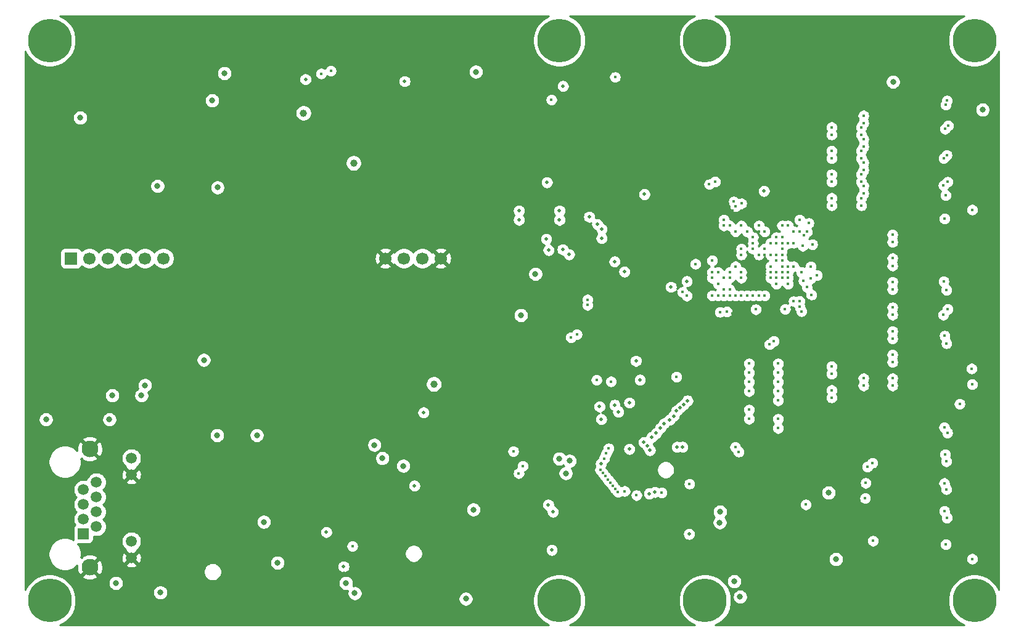
<source format=gbr>
%TF.GenerationSoftware,KiCad,Pcbnew,5.1.12-84ad8e8a86~92~ubuntu20.04.1*%
%TF.CreationDate,2022-02-12T16:21:49+08:00*%
%TF.ProjectId,TestAutomation,54657374-4175-4746-9f6d-6174696f6e2e,rev?*%
%TF.SameCoordinates,Original*%
%TF.FileFunction,Copper,L3,Inr*%
%TF.FilePolarity,Positive*%
%FSLAX46Y46*%
G04 Gerber Fmt 4.6, Leading zero omitted, Abs format (unit mm)*
G04 Created by KiCad (PCBNEW 5.1.12-84ad8e8a86~92~ubuntu20.04.1) date 2022-02-12 16:21:49*
%MOMM*%
%LPD*%
G01*
G04 APERTURE LIST*
%TA.AperFunction,ComponentPad*%
%ADD10C,6.000000*%
%TD*%
%TA.AperFunction,ComponentPad*%
%ADD11C,1.700000*%
%TD*%
%TA.AperFunction,ComponentPad*%
%ADD12R,1.700000X1.700000*%
%TD*%
%TA.AperFunction,ComponentPad*%
%ADD13C,1.500000*%
%TD*%
%TA.AperFunction,ComponentPad*%
%ADD14C,2.300000*%
%TD*%
%TA.AperFunction,ComponentPad*%
%ADD15R,1.500000X1.500000*%
%TD*%
%TA.AperFunction,ViaPad*%
%ADD16C,0.450000*%
%TD*%
%TA.AperFunction,ViaPad*%
%ADD17C,0.800000*%
%TD*%
%TA.AperFunction,ViaPad*%
%ADD18C,0.500000*%
%TD*%
%TA.AperFunction,ViaPad*%
%ADD19C,1.000000*%
%TD*%
%TA.AperFunction,Conductor*%
%ADD20C,0.254000*%
%TD*%
%TA.AperFunction,Conductor*%
%ADD21C,0.100000*%
%TD*%
G04 APERTURE END LIST*
D10*
%TO.N,*%
%TO.C,M3*%
X210000000Y-134000000D03*
%TD*%
%TO.N,*%
%TO.C,M3*%
X83000000Y-134000000D03*
%TD*%
%TO.N,*%
%TO.C,M3*%
X83000000Y-57000000D03*
%TD*%
%TO.N,*%
%TO.C,M3*%
X210000000Y-57000000D03*
%TD*%
%TO.N,*%
%TO.C,M3*%
X173000000Y-134000000D03*
%TD*%
%TO.N,*%
%TO.C,M3*%
X173000000Y-57000000D03*
%TD*%
%TO.N,*%
%TO.C,M3*%
X153000000Y-134000000D03*
%TD*%
%TO.N,*%
%TO.C,M3*%
X153000000Y-57000000D03*
%TD*%
D11*
%TO.N,Net-(U12-Pad6)*%
%TO.C,U12*%
X98618000Y-86946000D03*
%TO.N,GND*%
X136718000Y-86946000D03*
%TO.N,Net-(U12-Pad9)*%
X134178000Y-86946000D03*
%TO.N,Net-(C57-Pad1)*%
X131638000Y-86946000D03*
%TO.N,GND*%
X129098000Y-86946000D03*
%TO.N,Net-(U12-Pad5)*%
X96078000Y-86946000D03*
%TO.N,Net-(U12-Pad4)*%
X93538000Y-86946000D03*
%TO.N,Net-(U10-Pad2)*%
X90998000Y-86946000D03*
%TO.N,Net-(C51-Pad1)*%
X88458000Y-86946000D03*
D12*
%TO.N,Net-(R98-Pad2)*%
X85918000Y-86946000D03*
%TD*%
D13*
%TO.N,Net-(J6-Pad12)*%
%TO.C,J6*%
X94230000Y-114421000D03*
%TO.N,GND*%
X94230000Y-116711000D03*
%TO.N,Net-(J6-Pad10)*%
X94230000Y-125851000D03*
%TO.N,GND*%
X94230000Y-128141000D03*
D14*
X88520000Y-129411000D03*
X88520000Y-113151000D03*
D13*
%TO.N,Net-(D19-Pad2)*%
X89410000Y-117729000D03*
%TO.N,Net-(J6-Pad6)*%
X89410000Y-119761000D03*
%TO.N,Net-(D17-Pad2)*%
X89410000Y-121793000D03*
%TO.N,Net-(J6-Pad2)*%
X89410000Y-123825000D03*
%TO.N,Net-(D19-Pad2)*%
X87630000Y-118745000D03*
%TO.N,Net-(D17-Pad2)*%
X87630000Y-120777000D03*
%TO.N,Net-(J6-Pad3)*%
X87630000Y-122809000D03*
D15*
%TO.N,Net-(J6-Pad1)*%
X87630000Y-124841000D03*
%TD*%
D16*
%TO.N,GND*%
X184392000Y-86449000D03*
D17*
X97300000Y-102700000D03*
D16*
X172640000Y-84850000D03*
X181192000Y-86449000D03*
D17*
X116400000Y-125400000D03*
X81700000Y-105300000D03*
X98900000Y-63200000D03*
D16*
X183050000Y-111576000D03*
X183410000Y-74440000D03*
D18*
X152555000Y-110265000D03*
X147450000Y-82820000D03*
X203670000Y-84640000D03*
X183300000Y-134425000D03*
X164770000Y-71720000D03*
X209677000Y-87757000D03*
X209703000Y-91567000D03*
X209703000Y-95377000D03*
X209613000Y-99187000D03*
X209652000Y-111760000D03*
X209633000Y-115567000D03*
X209683000Y-119377000D03*
X209675000Y-123125000D03*
X209640000Y-75160000D03*
X210123000Y-71377000D03*
X209883000Y-67567000D03*
D16*
X198910000Y-124340000D03*
X200210000Y-121670000D03*
X201870000Y-118110000D03*
X202180000Y-114740000D03*
X203300000Y-108780000D03*
X205000000Y-108720000D03*
X202540000Y-101840000D03*
X202010000Y-97110000D03*
X201640000Y-93870000D03*
X202210000Y-90550000D03*
X201840000Y-78000000D03*
X201580000Y-74460000D03*
X201170000Y-71240000D03*
X201000000Y-67610000D03*
X201650000Y-63400000D03*
X199800000Y-102310000D03*
X200180000Y-88920000D03*
X200520000Y-85710000D03*
X199780000Y-92220000D03*
X199060000Y-106380000D03*
X200060000Y-98610000D03*
X191540000Y-71050000D03*
X190370000Y-74310000D03*
X192670000Y-74230000D03*
X190360000Y-77620000D03*
X190260000Y-81730000D03*
X190170000Y-83320000D03*
X190170000Y-84990000D03*
X190360000Y-86510000D03*
X189870000Y-95660000D03*
X183050000Y-107766000D03*
X176790000Y-80420000D03*
X153740000Y-119490000D03*
X194645000Y-83435000D03*
X194670000Y-81820000D03*
X194595000Y-85065000D03*
X194585000Y-86625000D03*
X194590000Y-88180000D03*
X194530000Y-89950000D03*
X194570000Y-91410000D03*
X194580000Y-93300000D03*
X194500000Y-95020000D03*
X194660000Y-96630000D03*
X194610000Y-98250000D03*
X194580000Y-99850000D03*
X194580000Y-101450000D03*
X176790000Y-94550000D03*
X187300000Y-56810000D03*
D18*
X173430000Y-70360000D03*
X187342000Y-59612910D03*
D16*
X184000000Y-79720000D03*
X181770000Y-79840000D03*
X172320000Y-90000000D03*
X187240000Y-92750000D03*
X183180000Y-94520000D03*
X180392000Y-83249000D03*
X172500000Y-92900000D03*
X164920000Y-116800000D03*
D18*
X162120000Y-101560000D03*
X161330000Y-103590000D03*
X169390000Y-116340000D03*
X169046000Y-118444000D03*
X169720000Y-124540000D03*
X165300000Y-124890000D03*
D16*
X180640000Y-95480000D03*
D18*
X181192000Y-88849000D03*
D17*
X103171000Y-77199000D03*
X108971000Y-77199000D03*
X102000000Y-68100000D03*
X91800000Y-78400000D03*
X93784000Y-77216000D03*
X87700000Y-75300000D03*
X87200000Y-69500000D03*
X142700000Y-123300000D03*
D18*
X136600000Y-123900000D03*
X135557002Y-130957002D03*
X129222000Y-130978000D03*
X129121999Y-129478001D03*
X131400000Y-126100000D03*
X134500000Y-126100000D03*
X134500000Y-128800000D03*
X131400000Y-128800000D03*
X123420000Y-130280000D03*
X122700000Y-125900000D03*
X125600000Y-126700000D03*
D16*
X189520000Y-97310000D03*
X188780000Y-98670000D03*
D18*
X113530000Y-58992910D03*
X140101000Y-66219000D03*
X128110000Y-65950000D03*
X172760000Y-64310000D03*
X169140000Y-66990000D03*
X162850000Y-62430000D03*
X161720000Y-66990000D03*
X197380000Y-127950000D03*
X195980000Y-109400000D03*
X187280000Y-62420000D03*
X187250000Y-65130000D03*
X187200000Y-67470000D03*
X186760000Y-69540000D03*
X120355000Y-63892500D03*
X121255000Y-63892500D03*
X122155000Y-63892500D03*
X120355000Y-64792500D03*
X121255000Y-64792500D03*
X122155000Y-64792500D03*
X120355000Y-65692500D03*
X121255000Y-65692500D03*
X122155000Y-65692500D03*
X184530000Y-96760000D03*
X158250000Y-96790000D03*
X154770000Y-100600000D03*
X158000000Y-86750000D03*
X167380000Y-79390000D03*
X168080000Y-92630000D03*
X151310000Y-93750000D03*
X84230000Y-124580000D03*
X132560000Y-134790000D03*
X138550000Y-133010000D03*
X138450000Y-121010000D03*
X148880000Y-113360000D03*
X170490000Y-98990000D03*
X174990000Y-73200000D03*
X194320000Y-62110000D03*
X198960000Y-56420000D03*
X105910000Y-133790000D03*
D16*
X158100000Y-66540000D03*
X166300000Y-68910000D03*
X168630000Y-75510000D03*
D17*
X119790000Y-128730000D03*
X119710000Y-111340000D03*
X114260000Y-111300000D03*
X150270000Y-121500000D03*
D18*
X187330000Y-108820000D03*
X187330000Y-111130000D03*
D16*
X119414000Y-59036000D03*
D18*
X125295000Y-61255000D03*
D16*
X192600000Y-121310000D03*
X192610000Y-116310000D03*
D18*
X168060000Y-62330000D03*
X155260000Y-67060000D03*
D17*
X161820000Y-57440000D03*
X90000000Y-55000000D03*
X81000000Y-65000000D03*
X81000000Y-79000000D03*
X109000000Y-55000000D03*
X142000000Y-56000000D03*
D18*
X101400000Y-75670000D03*
D17*
X111740317Y-69889683D03*
D18*
X145425000Y-72315000D03*
X140520000Y-77460000D03*
X181740000Y-116550000D03*
D17*
X117050000Y-68600000D03*
X146950000Y-133990000D03*
X87710000Y-135270000D03*
X212270000Y-130160000D03*
X212020000Y-61530000D03*
D16*
X137420000Y-117400000D03*
D18*
X133830000Y-116770000D03*
X128090000Y-117270000D03*
D17*
X139930000Y-102130000D03*
D18*
X140060000Y-108310000D03*
X114320000Y-100060000D03*
D19*
X133093000Y-98227000D03*
D18*
X133560000Y-109660000D03*
D17*
X133580000Y-112380000D03*
X81700000Y-86880000D03*
X158690000Y-111900000D03*
X115030000Y-81400000D03*
X113990000Y-94350000D03*
D16*
X164300000Y-79310000D03*
X162510000Y-85940000D03*
X172990000Y-104070000D03*
D18*
X183300000Y-133155000D03*
X183300000Y-131885000D03*
X183300000Y-130615000D03*
X183300000Y-129345000D03*
X183300000Y-128075000D03*
X183300000Y-126805000D03*
X183300000Y-125535000D03*
X183300000Y-124265000D03*
X183300000Y-122995000D03*
X183300000Y-121725000D03*
X183410000Y-76600000D03*
D16*
X183410000Y-71900000D03*
X183410000Y-69360000D03*
X183410000Y-66820000D03*
X183410000Y-64280000D03*
X183410000Y-61740000D03*
X183410000Y-59200000D03*
X183410000Y-56660000D03*
%TO.N,/FPGA/GNDPLL0*%
X179592000Y-84049000D03*
X156850000Y-92620000D03*
%TO.N,/FPGA/VCCPLL0*%
X179592000Y-84849000D03*
X156860000Y-93380000D03*
%TO.N,/FPGA/GNDPLL1*%
X176392000Y-91249000D03*
X170500000Y-92100000D03*
%TO.N,/FPGA/VCCPLL1*%
X175592000Y-91249000D03*
X169900000Y-91600000D03*
D17*
%TO.N,+12V_OUT*%
X141530000Y-61300000D03*
X211120000Y-66500000D03*
D18*
%TO.N,/CurrentSenser/12V_CURRENT*%
X131760000Y-62600000D03*
D16*
X159450000Y-113770000D03*
D17*
%TO.N,+12V*%
X107000000Y-61500000D03*
D19*
X117865000Y-66965000D03*
X124745000Y-73845000D03*
X135760000Y-104250000D03*
D16*
%TO.N,+3V3*%
X175592000Y-81649000D03*
X179592000Y-85649000D03*
X173992000Y-87249000D03*
X174792000Y-88849000D03*
X173992000Y-92049000D03*
D17*
X91600000Y-105800000D03*
D16*
X175992000Y-94279000D03*
X179980000Y-93960000D03*
X183050000Y-101416000D03*
X174792000Y-90449000D03*
X184002000Y-93949000D03*
D18*
X164690000Y-78140000D03*
D16*
X177992000Y-82449000D03*
X180392000Y-82449000D03*
X183592000Y-82449000D03*
X170870000Y-117950000D03*
X161990000Y-118950000D03*
X163598000Y-119532000D03*
X169070000Y-103230000D03*
D18*
X163520000Y-101050000D03*
X170820000Y-124870000D03*
D17*
X82500000Y-109100000D03*
X95600000Y-105800000D03*
X127600000Y-112600000D03*
X149700000Y-89100000D03*
X140150000Y-133750000D03*
X141200000Y-121500000D03*
X147710000Y-94770000D03*
D18*
X164070000Y-103640000D03*
D17*
X189960000Y-119170000D03*
X190990000Y-128310000D03*
D18*
X161920000Y-88790000D03*
X164600000Y-112250000D03*
X181102000Y-77698000D03*
D16*
%TO.N,+2V5*%
X186020000Y-83250000D03*
X181992000Y-86449000D03*
X181992000Y-88849000D03*
X186990000Y-90900000D03*
X177192000Y-88049000D03*
D18*
X170500000Y-90100004D03*
D16*
%TO.N,+1V2*%
X177992000Y-88849000D03*
X181192000Y-85649000D03*
X181992000Y-89649000D03*
X185192000Y-84831640D03*
X177992000Y-86449000D03*
X175049998Y-94330002D03*
D18*
X168334446Y-90879995D03*
D17*
%TO.N,+5V*%
X106049000Y-77199000D03*
X198825000Y-62685000D03*
X105320000Y-65240000D03*
D18*
X153500000Y-63250000D03*
%TO.N,/Ethernet/+3V3A*%
X123380000Y-129320000D03*
X121000000Y-124600000D03*
X133110000Y-118200000D03*
D16*
X124580000Y-126540000D03*
%TO.N,+3V3MP*%
X209684620Y-80264000D03*
X209684620Y-128270000D03*
X209684620Y-104267000D03*
D17*
%TO.N,/Ethernet/POE_VC-*%
X91200000Y-109100000D03*
X104180000Y-100930000D03*
%TO.N,Net-(D17-Pad2)*%
X111448555Y-111268999D03*
%TO.N,Net-(D19-Pad2)*%
X106007000Y-111268999D03*
D18*
%TO.N,Net-(D21-Pad2)*%
X151490000Y-120830000D03*
X165350000Y-119290000D03*
D16*
%TO.N,/MCU/CPU_SWCLK*%
X158100000Y-103660000D03*
X154600000Y-97820000D03*
%TO.N,/MCU/CPU_SWDIO*%
X155390000Y-97409998D03*
X160098000Y-103882000D03*
%TO.N,/MCU/CPU_UART4_TX*%
X183050000Y-109036000D03*
D18*
X165120000Y-112760000D03*
D16*
%TO.N,/MCU/CPU_UART4_RX*%
X183050000Y-110306000D03*
D18*
X165450000Y-113350000D03*
D16*
%TO.N,/MCU/CPU_PWM_CH1*%
X183050000Y-102686000D03*
D18*
X168690000Y-108630000D03*
D16*
%TO.N,/MCU/CPU_PWM_CH2*%
X183050000Y-103956000D03*
D18*
X168170000Y-109130000D03*
D16*
%TO.N,/MCU/CPU_PWM_CH3*%
X183050000Y-105226000D03*
D18*
X167350000Y-109670000D03*
D16*
%TO.N,/MCU/CPU_PWM_CH4*%
X183050000Y-106496000D03*
D18*
X166890000Y-110270000D03*
%TO.N,/MCU/CPU_IIC2_SDA*%
X169160000Y-112890000D03*
D16*
X177620000Y-113550000D03*
D18*
%TO.N,/MCU/CPU_IIC2_SCL*%
X169909449Y-112870551D03*
D16*
X177150000Y-112880000D03*
%TO.N,/MCU/CPU_UART1_RX*%
X179050000Y-109036000D03*
D18*
X165700000Y-111520000D03*
D16*
%TO.N,/MCU/CPU_UART1_TX*%
X179050000Y-107766000D03*
D18*
X166300000Y-110990000D03*
D16*
%TO.N,/MCU/CPU_SPI2_MOSI*%
X179050000Y-105226000D03*
D18*
X169098000Y-107902000D03*
D16*
%TO.N,/MCU/CPU_SPI2_MISO*%
X179050000Y-103956000D03*
D18*
X169598000Y-107492000D03*
D16*
%TO.N,/MCU/CPU_SPI2_SCK*%
X179050000Y-102686000D03*
D18*
X170098000Y-107072000D03*
D16*
%TO.N,/MCU/CPU_SPI2_CS*%
X179050000Y-101416000D03*
D18*
X170600000Y-106510000D03*
D17*
%TO.N,/MCU/CPU_DAC1*%
X175070000Y-121790000D03*
X177810000Y-133490000D03*
%TO.N,/MCU/CPU_DAC0*%
X177020000Y-131360000D03*
X175020000Y-123280000D03*
D18*
%TO.N,/CurrentSenser/12V_SW*%
X118140000Y-62320000D03*
X158710000Y-115160000D03*
D17*
%TO.N,/MCU/CPU_RESET*%
X96100000Y-104400000D03*
D18*
X151959999Y-127060001D03*
D16*
%TO.N,/MCU/CPU_POE_SRC_STATUS*%
X167050000Y-119150000D03*
D18*
X134340000Y-108140000D03*
D16*
%TO.N,/EEM0_IIC_SCL*%
X177992000Y-89649000D03*
X205910000Y-81500000D03*
X195990000Y-115070000D03*
%TO.N,/EEM0_IIC_SDA*%
X176392000Y-88849000D03*
X206050000Y-78290000D03*
X195300000Y-115610000D03*
%TO.N,/EEM1_IIC_SCL*%
X176392000Y-89649000D03*
X195080000Y-117840000D03*
X207980000Y-106950000D03*
%TO.N,/EEM1_IIC_SDA*%
X175592000Y-89649000D03*
X209620000Y-102110000D03*
X195000000Y-119940000D03*
%TO.N,/EEM2_IIC_SCL*%
X173992000Y-89649000D03*
X181860000Y-98780000D03*
%TO.N,/EEM2_IIC_SDA*%
X173992000Y-88849000D03*
X206070000Y-126290000D03*
X196080000Y-125800000D03*
X182447410Y-98330000D03*
%TO.N,/EEM0_7_N*%
X194470000Y-78660000D03*
X205760000Y-76930000D03*
%TO.N,/EEM0_5_N*%
X205780000Y-73180000D03*
X194470000Y-75415288D03*
%TO.N,/EEM0_3_N*%
X205960000Y-69160000D03*
X194470000Y-72170578D03*
%TO.N,/EEM0_1_N*%
X194470000Y-68925868D03*
X206070000Y-65850000D03*
%TO.N,/EEM0_7_P*%
X206320000Y-76440000D03*
X194470000Y-79680000D03*
%TO.N,/EEM0_5_P*%
X206200000Y-72740000D03*
X194470000Y-76435288D03*
%TO.N,/EEM0_3_P*%
X194470000Y-73170578D03*
X206380000Y-68710000D03*
%TO.N,/EEM0_1_P*%
X194470000Y-69945868D03*
X206240000Y-65269989D03*
%TO.N,/EEM1_6_P*%
X205920000Y-97600000D03*
X198750000Y-91207643D03*
%TO.N,/EEM1_4_P*%
X206320000Y-93940000D03*
X198750000Y-86945288D03*
%TO.N,/EEM1_2_P*%
X205780000Y-90110000D03*
X198750000Y-84715288D03*
%TO.N,/EEM1_6_N*%
X206170000Y-98640000D03*
X198750000Y-90187643D03*
%TO.N,/EEM1_4_N*%
X205730000Y-94730000D03*
X198750000Y-87965288D03*
%TO.N,/EEM1_2_N*%
X198750000Y-83695288D03*
X206160000Y-91290000D03*
%TO.N,/EEM2_6_P*%
X205870000Y-121680000D03*
X198750000Y-104467643D03*
%TO.N,/EEM2_4_P*%
X205860000Y-117850000D03*
X198750000Y-101222933D03*
%TO.N,/EEM2_2_P*%
X205990000Y-113900000D03*
X198750000Y-97977643D03*
%TO.N,/EEM2_0_P*%
X205860000Y-110190000D03*
X198750000Y-94727643D03*
%TO.N,/EEM2_6_N*%
X206220000Y-122630000D03*
X198750000Y-103447643D03*
%TO.N,/EEM2_4_N*%
X206160000Y-118700000D03*
X198750000Y-100202933D03*
%TO.N,/EEM2_2_N*%
X206140000Y-114880000D03*
X198750000Y-96957643D03*
%TO.N,/EEM2_0_N*%
X206290000Y-110940000D03*
X198750000Y-93707643D03*
D18*
%TO.N,/CDONE*%
X151520000Y-85830000D03*
D16*
X178792000Y-83249000D03*
D18*
X161098000Y-108032000D03*
D16*
%TO.N,/CRESET*%
X177192000Y-83249000D03*
D18*
X153450000Y-85730000D03*
X160597999Y-107102001D03*
%TO.N,/SPI_CS*%
X158799000Y-84191000D03*
X147446999Y-80391000D03*
X158520000Y-107330000D03*
X158210000Y-82270000D03*
D16*
X176960000Y-79150000D03*
D18*
X160580000Y-87380000D03*
D16*
%TO.N,/FSMC_CLK*%
X181191999Y-92049000D03*
D18*
X162600000Y-113180000D03*
D16*
%TO.N,/FSMC_A7*%
X177192000Y-92049000D03*
X159660000Y-117353332D03*
%TO.N,/FSMC_NL*%
X174792000Y-92049000D03*
X158610000Y-116020000D03*
%TO.N,/FSMC_NBL0*%
X175592000Y-92049000D03*
X158960000Y-116480000D03*
%TO.N,/FSMC_A3*%
X177992000Y-92049000D03*
X160010000Y-117789998D03*
%TO.N,/FSMC_A4*%
X178792000Y-92049000D03*
X160360000Y-118226664D03*
%TO.N,/FSMC_A6*%
X180392000Y-92049000D03*
X161060000Y-119099996D03*
%TO.N,/FSMC_NBL1*%
X176392000Y-92049000D03*
X159310000Y-116916666D03*
%TO.N,/FSMC_A5*%
X179592000Y-92049000D03*
X160710000Y-118663330D03*
%TO.N,/CSBSEL0*%
X177992000Y-85649000D03*
D18*
X158755453Y-109055453D03*
X154340000Y-86420000D03*
%TO.N,/SPI_MOSI*%
X158799000Y-82921000D03*
X147446999Y-81661000D03*
D17*
X153884090Y-116500000D03*
D16*
X147420000Y-116500000D03*
X177200000Y-79770000D03*
D18*
%TO.N,/SPI_MISO*%
X153019000Y-80391000D03*
D17*
X154400000Y-114800000D03*
D16*
X147960000Y-115500000D03*
X176392000Y-82449000D03*
%TO.N,/CSBSEL1*%
X175592000Y-82449000D03*
D18*
X151200000Y-84280000D03*
X162598000Y-106802000D03*
%TO.N,/SPI_SCK*%
X153019000Y-81661000D03*
D17*
X153000000Y-114500000D03*
D18*
X157090000Y-81240000D03*
D16*
X146680000Y-113470000D03*
X178010000Y-79410000D03*
%TO.N,HSADC_IN*%
X186850000Y-120810000D03*
X160650000Y-62040000D03*
D17*
%TO.N,Net-(J6-Pad12)*%
X128700004Y-114421000D03*
%TO.N,Net-(J6-Pad10)*%
X131570000Y-115490000D03*
%TO.N,Net-(J6-Pad6)*%
X98200000Y-132900000D03*
%TO.N,Net-(J6-Pad3)*%
X92100000Y-131600000D03*
D18*
%TO.N,Net-(SW3-Pad2)*%
X166124517Y-119092232D03*
X152100000Y-121810000D03*
D16*
%TO.N,/FPGA/LVDS0_0_P*%
X194770000Y-68323513D03*
X185992000Y-81649000D03*
%TO.N,/FPGA/LVDS0_0_N*%
X194770000Y-67303513D03*
X184392000Y-82449000D03*
%TO.N,/FPGA/LVDS0_1_P*%
X190390000Y-68923513D03*
X181192000Y-83249000D03*
%TO.N,/FPGA/LVDS0_1_N*%
X190390000Y-69943513D03*
X185192000Y-83249000D03*
%TO.N,/FPGA/LVDS0_2_P*%
X194770000Y-70563513D03*
X183592000Y-88049000D03*
%TO.N,/FPGA/LVDS0_2_N*%
X194770000Y-71583513D03*
X185192000Y-88049000D03*
%TO.N,/FPGA/LVDS0_3_P*%
X190390000Y-72173513D03*
X181992000Y-84849000D03*
%TO.N,/FPGA/LVDS0_3_N*%
X190390000Y-73193513D03*
X184392000Y-84849000D03*
%TO.N,/FPGA/LVDS0_4_P*%
X194770000Y-73783513D03*
X184392000Y-88049000D03*
%TO.N,/FPGA/LVDS0_4_N*%
X194770000Y-74803513D03*
X186241720Y-88862590D03*
%TO.N,/FPGA/LVDS0_5_P*%
X190390000Y-75413513D03*
X183592000Y-84849000D03*
%TO.N,/FPGA/LVDS0_5_N*%
X190390000Y-76433513D03*
X186420000Y-85250000D03*
%TO.N,/FPGA/LVDS0_6_P*%
X194770000Y-77033513D03*
X183592000Y-88849000D03*
%TO.N,/FPGA/LVDS0_6_N*%
X194770000Y-78053513D03*
X184392000Y-90449000D03*
%TO.N,/FPGA/LVDS0_7_P*%
X190390000Y-78653513D03*
X183592000Y-86449000D03*
%TO.N,/FPGA/LVDS0_7_N*%
X190390000Y-79673513D03*
X183592000Y-87249000D03*
%TO.N,/FPGA/LVDS1_0_N*%
X182792000Y-84049000D03*
X187240000Y-82100000D03*
%TO.N,/FPGA/LVDS1_1_N*%
X183592000Y-84049000D03*
X187020000Y-83300000D03*
%TO.N,/FPGA/LVDS1_2_P*%
X182792000Y-84849000D03*
X186581870Y-83781870D03*
%TO.N,/FPGA/LVDS1_3_P*%
X183592000Y-85649000D03*
X187750000Y-85020000D03*
%TO.N,/FPGA/LVDS1_7_P*%
X182792000Y-86449000D03*
X187540000Y-88060000D03*
%TO.N,/FPGA/LVDS2_0_P*%
X181992000Y-88049000D03*
X188390000Y-89280000D03*
%TO.N,/FPGA/LVDS2_1_P*%
X182792000Y-87249000D03*
X187550000Y-89690000D03*
%TO.N,/FPGA/LVDS2_2_P*%
X183592000Y-89649000D03*
X186540460Y-90040460D03*
%TO.N,/FPGA/LVDS2_3_P*%
X182792000Y-88849000D03*
X187620000Y-91960000D03*
%TO.N,/FPGA/LVDS2_5_P*%
X182792000Y-89649000D03*
X190390000Y-101825288D03*
%TO.N,/FPGA/LVDS2_5_N*%
X190390000Y-102845288D03*
X185992000Y-92849000D03*
%TO.N,/FPGA/LVDS2_6_P*%
X184392000Y-88849000D03*
X194770000Y-103447643D03*
X186270000Y-94230000D03*
%TO.N,/FPGA/LVDS2_6_N*%
X194770000Y-104467643D03*
X184392000Y-89649000D03*
X186020000Y-93600000D03*
%TO.N,/FPGA/LVDS2_7_P*%
X182792000Y-90449000D03*
X190390000Y-105070000D03*
%TO.N,/FPGA/LVDS2_7_N*%
X190390000Y-106090000D03*
X185185641Y-92855359D03*
%TO.N,/FPGA/FPGA_LED*%
X174392000Y-76418000D03*
X151910000Y-65130000D03*
%TO.N,/FPGA/FPGA_KEY*%
X173592000Y-76772000D03*
D18*
X151290000Y-76510000D03*
D17*
%TO.N,+6V*%
X87200000Y-67600000D03*
X97800000Y-77000000D03*
D16*
%TO.N,/CurrentSenser/12V_OUT_FAULT*%
X120290000Y-61550000D03*
X159760000Y-113090000D03*
D17*
%TO.N,Net-(R113-Pad1)*%
X123700000Y-131600000D03*
X112400000Y-123200000D03*
%TO.N,Net-(R114-Pad2)*%
X124900000Y-133000000D03*
X114300000Y-128800000D03*
D16*
%TO.N,/CurrentSenser/12V_CURRENT_REF*%
X121612000Y-61170000D03*
X159143229Y-114476771D03*
%TO.N,/FPGA/FPGA_Clock*%
X180391999Y-86448999D03*
X171696410Y-87713590D03*
%TD*%
D20*
%TO.N,GND*%
X151278182Y-53778705D02*
X150682823Y-54176511D01*
X150176511Y-54682823D01*
X149778705Y-55278182D01*
X149504691Y-55939710D01*
X149365000Y-56641984D01*
X149365000Y-57358016D01*
X149504691Y-58060290D01*
X149778705Y-58721818D01*
X150176511Y-59317177D01*
X150682823Y-59823489D01*
X151278182Y-60221295D01*
X151939710Y-60495309D01*
X152641984Y-60635000D01*
X153358016Y-60635000D01*
X154060290Y-60495309D01*
X154721818Y-60221295D01*
X155317177Y-59823489D01*
X155823489Y-59317177D01*
X156221295Y-58721818D01*
X156495309Y-58060290D01*
X156635000Y-57358016D01*
X156635000Y-56641984D01*
X156495309Y-55939710D01*
X156221295Y-55278182D01*
X155823489Y-54682823D01*
X155317177Y-54176511D01*
X154721818Y-53778705D01*
X154435239Y-53660000D01*
X171564761Y-53660000D01*
X171278182Y-53778705D01*
X170682823Y-54176511D01*
X170176511Y-54682823D01*
X169778705Y-55278182D01*
X169504691Y-55939710D01*
X169365000Y-56641984D01*
X169365000Y-57358016D01*
X169504691Y-58060290D01*
X169778705Y-58721818D01*
X170176511Y-59317177D01*
X170682823Y-59823489D01*
X171278182Y-60221295D01*
X171939710Y-60495309D01*
X172641984Y-60635000D01*
X173358016Y-60635000D01*
X174060290Y-60495309D01*
X174721818Y-60221295D01*
X175317177Y-59823489D01*
X175823489Y-59317177D01*
X176221295Y-58721818D01*
X176495309Y-58060290D01*
X176635000Y-57358016D01*
X176635000Y-56641984D01*
X176495309Y-55939710D01*
X176221295Y-55278182D01*
X175823489Y-54682823D01*
X175317177Y-54176511D01*
X174721818Y-53778705D01*
X174435239Y-53660000D01*
X208564761Y-53660000D01*
X208278182Y-53778705D01*
X207682823Y-54176511D01*
X207176511Y-54682823D01*
X206778705Y-55278182D01*
X206504691Y-55939710D01*
X206365000Y-56641984D01*
X206365000Y-57358016D01*
X206504691Y-58060290D01*
X206778705Y-58721818D01*
X207176511Y-59317177D01*
X207682823Y-59823489D01*
X208278182Y-60221295D01*
X208939710Y-60495309D01*
X209641984Y-60635000D01*
X210358016Y-60635000D01*
X211060290Y-60495309D01*
X211721818Y-60221295D01*
X212317177Y-59823489D01*
X212823489Y-59317177D01*
X213221295Y-58721818D01*
X213340000Y-58435239D01*
X213340001Y-132564763D01*
X213221295Y-132278182D01*
X212823489Y-131682823D01*
X212317177Y-131176511D01*
X211721818Y-130778705D01*
X211060290Y-130504691D01*
X210358016Y-130365000D01*
X209641984Y-130365000D01*
X208939710Y-130504691D01*
X208278182Y-130778705D01*
X207682823Y-131176511D01*
X207176511Y-131682823D01*
X206778705Y-132278182D01*
X206504691Y-132939710D01*
X206365000Y-133641984D01*
X206365000Y-134358016D01*
X206504691Y-135060290D01*
X206778705Y-135721818D01*
X207176511Y-136317177D01*
X207682823Y-136823489D01*
X208278182Y-137221295D01*
X208564761Y-137340000D01*
X174435239Y-137340000D01*
X174721818Y-137221295D01*
X175317177Y-136823489D01*
X175823489Y-136317177D01*
X176221295Y-135721818D01*
X176495309Y-135060290D01*
X176635000Y-134358016D01*
X176635000Y-133641984D01*
X176584492Y-133388061D01*
X176775000Y-133388061D01*
X176775000Y-133591939D01*
X176814774Y-133791898D01*
X176892795Y-133980256D01*
X177006063Y-134149774D01*
X177150226Y-134293937D01*
X177319744Y-134407205D01*
X177508102Y-134485226D01*
X177708061Y-134525000D01*
X177911939Y-134525000D01*
X178111898Y-134485226D01*
X178300256Y-134407205D01*
X178469774Y-134293937D01*
X178613937Y-134149774D01*
X178727205Y-133980256D01*
X178805226Y-133791898D01*
X178845000Y-133591939D01*
X178845000Y-133388061D01*
X178805226Y-133188102D01*
X178727205Y-132999744D01*
X178613937Y-132830226D01*
X178469774Y-132686063D01*
X178300256Y-132572795D01*
X178111898Y-132494774D01*
X177911939Y-132455000D01*
X177708061Y-132455000D01*
X177508102Y-132494774D01*
X177319744Y-132572795D01*
X177150226Y-132686063D01*
X177006063Y-132830226D01*
X176892795Y-132999744D01*
X176814774Y-133188102D01*
X176775000Y-133388061D01*
X176584492Y-133388061D01*
X176495309Y-132939710D01*
X176221295Y-132278182D01*
X175823489Y-131682823D01*
X175398727Y-131258061D01*
X175985000Y-131258061D01*
X175985000Y-131461939D01*
X176024774Y-131661898D01*
X176102795Y-131850256D01*
X176216063Y-132019774D01*
X176360226Y-132163937D01*
X176529744Y-132277205D01*
X176718102Y-132355226D01*
X176918061Y-132395000D01*
X177121939Y-132395000D01*
X177321898Y-132355226D01*
X177510256Y-132277205D01*
X177679774Y-132163937D01*
X177823937Y-132019774D01*
X177937205Y-131850256D01*
X178015226Y-131661898D01*
X178055000Y-131461939D01*
X178055000Y-131258061D01*
X178015226Y-131058102D01*
X177937205Y-130869744D01*
X177823937Y-130700226D01*
X177679774Y-130556063D01*
X177510256Y-130442795D01*
X177321898Y-130364774D01*
X177121939Y-130325000D01*
X176918061Y-130325000D01*
X176718102Y-130364774D01*
X176529744Y-130442795D01*
X176360226Y-130556063D01*
X176216063Y-130700226D01*
X176102795Y-130869744D01*
X176024774Y-131058102D01*
X175985000Y-131258061D01*
X175398727Y-131258061D01*
X175317177Y-131176511D01*
X174721818Y-130778705D01*
X174060290Y-130504691D01*
X173358016Y-130365000D01*
X172641984Y-130365000D01*
X171939710Y-130504691D01*
X171278182Y-130778705D01*
X170682823Y-131176511D01*
X170176511Y-131682823D01*
X169778705Y-132278182D01*
X169504691Y-132939710D01*
X169365000Y-133641984D01*
X169365000Y-134358016D01*
X169504691Y-135060290D01*
X169778705Y-135721818D01*
X170176511Y-136317177D01*
X170682823Y-136823489D01*
X171278182Y-137221295D01*
X171564761Y-137340000D01*
X154435239Y-137340000D01*
X154721818Y-137221295D01*
X155317177Y-136823489D01*
X155823489Y-136317177D01*
X156221295Y-135721818D01*
X156495309Y-135060290D01*
X156635000Y-134358016D01*
X156635000Y-133641984D01*
X156495309Y-132939710D01*
X156221295Y-132278182D01*
X155823489Y-131682823D01*
X155317177Y-131176511D01*
X154721818Y-130778705D01*
X154060290Y-130504691D01*
X153358016Y-130365000D01*
X152641984Y-130365000D01*
X151939710Y-130504691D01*
X151278182Y-130778705D01*
X150682823Y-131176511D01*
X150176511Y-131682823D01*
X149778705Y-132278182D01*
X149504691Y-132939710D01*
X149365000Y-133641984D01*
X149365000Y-134358016D01*
X149504691Y-135060290D01*
X149778705Y-135721818D01*
X150176511Y-136317177D01*
X150682823Y-136823489D01*
X151278182Y-137221295D01*
X151564761Y-137340000D01*
X84435239Y-137340000D01*
X84721818Y-137221295D01*
X85317177Y-136823489D01*
X85823489Y-136317177D01*
X86221295Y-135721818D01*
X86495309Y-135060290D01*
X86635000Y-134358016D01*
X86635000Y-133641984D01*
X86495309Y-132939710D01*
X86436637Y-132798061D01*
X97165000Y-132798061D01*
X97165000Y-133001939D01*
X97204774Y-133201898D01*
X97282795Y-133390256D01*
X97396063Y-133559774D01*
X97540226Y-133703937D01*
X97709744Y-133817205D01*
X97898102Y-133895226D01*
X98098061Y-133935000D01*
X98301939Y-133935000D01*
X98501898Y-133895226D01*
X98690256Y-133817205D01*
X98859774Y-133703937D01*
X99003937Y-133559774D01*
X99117205Y-133390256D01*
X99195226Y-133201898D01*
X99235000Y-133001939D01*
X99235000Y-132798061D01*
X99195226Y-132598102D01*
X99117205Y-132409744D01*
X99003937Y-132240226D01*
X98859774Y-132096063D01*
X98690256Y-131982795D01*
X98501898Y-131904774D01*
X98301939Y-131865000D01*
X98098061Y-131865000D01*
X97898102Y-131904774D01*
X97709744Y-131982795D01*
X97540226Y-132096063D01*
X97396063Y-132240226D01*
X97282795Y-132409744D01*
X97204774Y-132598102D01*
X97165000Y-132798061D01*
X86436637Y-132798061D01*
X86221295Y-132278182D01*
X85823489Y-131682823D01*
X85638727Y-131498061D01*
X91065000Y-131498061D01*
X91065000Y-131701939D01*
X91104774Y-131901898D01*
X91182795Y-132090256D01*
X91296063Y-132259774D01*
X91440226Y-132403937D01*
X91609744Y-132517205D01*
X91798102Y-132595226D01*
X91998061Y-132635000D01*
X92201939Y-132635000D01*
X92401898Y-132595226D01*
X92590256Y-132517205D01*
X92759774Y-132403937D01*
X92903937Y-132259774D01*
X93017205Y-132090256D01*
X93095226Y-131901898D01*
X93135000Y-131701939D01*
X93135000Y-131498061D01*
X122665000Y-131498061D01*
X122665000Y-131701939D01*
X122704774Y-131901898D01*
X122782795Y-132090256D01*
X122896063Y-132259774D01*
X123040226Y-132403937D01*
X123209744Y-132517205D01*
X123398102Y-132595226D01*
X123598061Y-132635000D01*
X123801939Y-132635000D01*
X123942492Y-132607042D01*
X123904774Y-132698102D01*
X123865000Y-132898061D01*
X123865000Y-133101939D01*
X123904774Y-133301898D01*
X123982795Y-133490256D01*
X124096063Y-133659774D01*
X124240226Y-133803937D01*
X124409744Y-133917205D01*
X124598102Y-133995226D01*
X124798061Y-134035000D01*
X125001939Y-134035000D01*
X125201898Y-133995226D01*
X125390256Y-133917205D01*
X125559774Y-133803937D01*
X125703937Y-133659774D01*
X125711763Y-133648061D01*
X139115000Y-133648061D01*
X139115000Y-133851939D01*
X139154774Y-134051898D01*
X139232795Y-134240256D01*
X139346063Y-134409774D01*
X139490226Y-134553937D01*
X139659744Y-134667205D01*
X139848102Y-134745226D01*
X140048061Y-134785000D01*
X140251939Y-134785000D01*
X140451898Y-134745226D01*
X140640256Y-134667205D01*
X140809774Y-134553937D01*
X140953937Y-134409774D01*
X141067205Y-134240256D01*
X141145226Y-134051898D01*
X141185000Y-133851939D01*
X141185000Y-133648061D01*
X141145226Y-133448102D01*
X141067205Y-133259744D01*
X140953937Y-133090226D01*
X140809774Y-132946063D01*
X140640256Y-132832795D01*
X140451898Y-132754774D01*
X140251939Y-132715000D01*
X140048061Y-132715000D01*
X139848102Y-132754774D01*
X139659744Y-132832795D01*
X139490226Y-132946063D01*
X139346063Y-133090226D01*
X139232795Y-133259744D01*
X139154774Y-133448102D01*
X139115000Y-133648061D01*
X125711763Y-133648061D01*
X125817205Y-133490256D01*
X125895226Y-133301898D01*
X125935000Y-133101939D01*
X125935000Y-132898061D01*
X125895226Y-132698102D01*
X125817205Y-132509744D01*
X125703937Y-132340226D01*
X125559774Y-132196063D01*
X125390256Y-132082795D01*
X125201898Y-132004774D01*
X125001939Y-131965000D01*
X124798061Y-131965000D01*
X124657508Y-131992958D01*
X124695226Y-131901898D01*
X124735000Y-131701939D01*
X124735000Y-131498061D01*
X124695226Y-131298102D01*
X124617205Y-131109744D01*
X124503937Y-130940226D01*
X124359774Y-130796063D01*
X124190256Y-130682795D01*
X124001898Y-130604774D01*
X123801939Y-130565000D01*
X123598061Y-130565000D01*
X123398102Y-130604774D01*
X123209744Y-130682795D01*
X123040226Y-130796063D01*
X122896063Y-130940226D01*
X122782795Y-131109744D01*
X122704774Y-131298102D01*
X122665000Y-131498061D01*
X93135000Y-131498061D01*
X93095226Y-131298102D01*
X93017205Y-131109744D01*
X92903937Y-130940226D01*
X92759774Y-130796063D01*
X92590256Y-130682795D01*
X92401898Y-130604774D01*
X92201939Y-130565000D01*
X91998061Y-130565000D01*
X91798102Y-130604774D01*
X91609744Y-130682795D01*
X91440226Y-130796063D01*
X91296063Y-130940226D01*
X91182795Y-131109744D01*
X91104774Y-131298102D01*
X91065000Y-131498061D01*
X85638727Y-131498061D01*
X85317177Y-131176511D01*
X84721818Y-130778705D01*
X84419182Y-130653349D01*
X87457256Y-130653349D01*
X87571118Y-130933090D01*
X87886296Y-131088961D01*
X88225826Y-131180349D01*
X88576661Y-131203741D01*
X88925319Y-131158240D01*
X89258400Y-131045594D01*
X89468882Y-130933090D01*
X89582744Y-130653349D01*
X88520000Y-129590605D01*
X87457256Y-130653349D01*
X84419182Y-130653349D01*
X84060290Y-130504691D01*
X83358016Y-130365000D01*
X82641984Y-130365000D01*
X81939710Y-130504691D01*
X81278182Y-130778705D01*
X80682823Y-131176511D01*
X80176511Y-131682823D01*
X79778705Y-132278182D01*
X79660000Y-132564761D01*
X79660000Y-127408409D01*
X82830000Y-127408409D01*
X82830000Y-127853591D01*
X82916851Y-128290218D01*
X83087214Y-128701511D01*
X83334544Y-129071666D01*
X83649334Y-129386456D01*
X84019489Y-129633786D01*
X84430782Y-129804149D01*
X84867409Y-129891000D01*
X85312591Y-129891000D01*
X85749218Y-129804149D01*
X86160511Y-129633786D01*
X86530666Y-129386456D01*
X86747104Y-129170018D01*
X86727259Y-129467661D01*
X86772760Y-129816319D01*
X86885406Y-130149400D01*
X86997910Y-130359882D01*
X87277651Y-130473744D01*
X88340395Y-129411000D01*
X88699605Y-129411000D01*
X89762349Y-130473744D01*
X90042090Y-130359882D01*
X90197961Y-130044704D01*
X90229671Y-129926890D01*
X104134048Y-129926890D01*
X104134048Y-130173110D01*
X104182083Y-130414598D01*
X104276307Y-130642074D01*
X104413099Y-130846798D01*
X104587202Y-131020901D01*
X104791926Y-131157693D01*
X105019402Y-131251917D01*
X105260890Y-131299952D01*
X105507110Y-131299952D01*
X105748598Y-131251917D01*
X105976074Y-131157693D01*
X106180798Y-131020901D01*
X106354901Y-130846798D01*
X106491693Y-130642074D01*
X106585917Y-130414598D01*
X106633952Y-130173110D01*
X106633952Y-129926890D01*
X106585917Y-129685402D01*
X106491693Y-129457926D01*
X106354901Y-129253202D01*
X106180798Y-129079099D01*
X105976074Y-128942307D01*
X105748598Y-128848083D01*
X105507110Y-128800048D01*
X105260890Y-128800048D01*
X105019402Y-128848083D01*
X104791926Y-128942307D01*
X104587202Y-129079099D01*
X104413099Y-129253202D01*
X104276307Y-129457926D01*
X104182083Y-129685402D01*
X104134048Y-129926890D01*
X90229671Y-129926890D01*
X90289349Y-129705174D01*
X90312741Y-129354339D01*
X90279288Y-129097993D01*
X93452612Y-129097993D01*
X93518137Y-129336860D01*
X93765116Y-129452760D01*
X94029960Y-129518250D01*
X94302492Y-129530812D01*
X94572238Y-129489965D01*
X94828832Y-129397277D01*
X94941863Y-129336860D01*
X95007388Y-129097993D01*
X94230000Y-128320605D01*
X93452612Y-129097993D01*
X90279288Y-129097993D01*
X90267240Y-129005681D01*
X90154594Y-128672600D01*
X90042090Y-128462118D01*
X89762349Y-128348256D01*
X88699605Y-129411000D01*
X88340395Y-129411000D01*
X88326253Y-129396858D01*
X88505858Y-129217253D01*
X88520000Y-129231395D01*
X89537903Y-128213492D01*
X92840188Y-128213492D01*
X92881035Y-128483238D01*
X92973723Y-128739832D01*
X93034140Y-128852863D01*
X93273007Y-128918388D01*
X94050395Y-128141000D01*
X94409605Y-128141000D01*
X95186993Y-128918388D01*
X95425860Y-128852863D01*
X95498504Y-128698061D01*
X113265000Y-128698061D01*
X113265000Y-128901939D01*
X113304774Y-129101898D01*
X113382795Y-129290256D01*
X113496063Y-129459774D01*
X113640226Y-129603937D01*
X113809744Y-129717205D01*
X113998102Y-129795226D01*
X114198061Y-129835000D01*
X114401939Y-129835000D01*
X114601898Y-129795226D01*
X114790256Y-129717205D01*
X114959774Y-129603937D01*
X115103937Y-129459774D01*
X115217205Y-129290256D01*
X115240989Y-129232835D01*
X122495000Y-129232835D01*
X122495000Y-129407165D01*
X122529010Y-129578145D01*
X122595723Y-129739205D01*
X122692576Y-129884155D01*
X122815845Y-130007424D01*
X122960795Y-130104277D01*
X123121855Y-130170990D01*
X123292835Y-130205000D01*
X123467165Y-130205000D01*
X123638145Y-130170990D01*
X123799205Y-130104277D01*
X123944155Y-130007424D01*
X124067424Y-129884155D01*
X124164277Y-129739205D01*
X124230990Y-129578145D01*
X124265000Y-129407165D01*
X124265000Y-129232835D01*
X124230990Y-129061855D01*
X124164277Y-128900795D01*
X124067424Y-128755845D01*
X123944155Y-128632576D01*
X123799205Y-128535723D01*
X123638145Y-128469010D01*
X123467165Y-128435000D01*
X123292835Y-128435000D01*
X123121855Y-128469010D01*
X122960795Y-128535723D01*
X122815845Y-128632576D01*
X122692576Y-128755845D01*
X122595723Y-128900795D01*
X122529010Y-129061855D01*
X122495000Y-129232835D01*
X115240989Y-129232835D01*
X115295226Y-129101898D01*
X115335000Y-128901939D01*
X115335000Y-128698061D01*
X115295226Y-128498102D01*
X115217205Y-128309744D01*
X115103937Y-128140226D01*
X114959774Y-127996063D01*
X114790256Y-127882795D01*
X114601898Y-127804774D01*
X114401939Y-127765000D01*
X114198061Y-127765000D01*
X113998102Y-127804774D01*
X113809744Y-127882795D01*
X113640226Y-127996063D01*
X113496063Y-128140226D01*
X113382795Y-128309744D01*
X113304774Y-128498102D01*
X113265000Y-128698061D01*
X95498504Y-128698061D01*
X95541760Y-128605884D01*
X95607250Y-128341040D01*
X95619812Y-128068508D01*
X95578965Y-127798762D01*
X95486277Y-127542168D01*
X95425860Y-127429137D01*
X95381215Y-127416890D01*
X131744048Y-127416890D01*
X131744048Y-127663110D01*
X131792083Y-127904598D01*
X131886307Y-128132074D01*
X132023099Y-128336798D01*
X132197202Y-128510901D01*
X132401926Y-128647693D01*
X132629402Y-128741917D01*
X132870890Y-128789952D01*
X133117110Y-128789952D01*
X133358598Y-128741917D01*
X133586074Y-128647693D01*
X133790798Y-128510901D01*
X133964901Y-128336798D01*
X134050920Y-128208061D01*
X189955000Y-128208061D01*
X189955000Y-128411939D01*
X189994774Y-128611898D01*
X190072795Y-128800256D01*
X190186063Y-128969774D01*
X190330226Y-129113937D01*
X190499744Y-129227205D01*
X190688102Y-129305226D01*
X190888061Y-129345000D01*
X191091939Y-129345000D01*
X191291898Y-129305226D01*
X191480256Y-129227205D01*
X191649774Y-129113937D01*
X191793937Y-128969774D01*
X191907205Y-128800256D01*
X191985226Y-128611898D01*
X192025000Y-128411939D01*
X192025000Y-128208061D01*
X192020472Y-128185297D01*
X208824620Y-128185297D01*
X208824620Y-128354703D01*
X208857669Y-128520853D01*
X208922498Y-128677363D01*
X209016615Y-128818218D01*
X209136402Y-128938005D01*
X209277257Y-129032122D01*
X209433767Y-129096951D01*
X209599917Y-129130000D01*
X209769323Y-129130000D01*
X209935473Y-129096951D01*
X210091983Y-129032122D01*
X210232838Y-128938005D01*
X210352625Y-128818218D01*
X210446742Y-128677363D01*
X210511571Y-128520853D01*
X210544620Y-128354703D01*
X210544620Y-128185297D01*
X210511571Y-128019147D01*
X210446742Y-127862637D01*
X210352625Y-127721782D01*
X210232838Y-127601995D01*
X210091983Y-127507878D01*
X209935473Y-127443049D01*
X209769323Y-127410000D01*
X209599917Y-127410000D01*
X209433767Y-127443049D01*
X209277257Y-127507878D01*
X209136402Y-127601995D01*
X209016615Y-127721782D01*
X208922498Y-127862637D01*
X208857669Y-128019147D01*
X208824620Y-128185297D01*
X192020472Y-128185297D01*
X191985226Y-128008102D01*
X191907205Y-127819744D01*
X191793937Y-127650226D01*
X191649774Y-127506063D01*
X191480256Y-127392795D01*
X191291898Y-127314774D01*
X191091939Y-127275000D01*
X190888061Y-127275000D01*
X190688102Y-127314774D01*
X190499744Y-127392795D01*
X190330226Y-127506063D01*
X190186063Y-127650226D01*
X190072795Y-127819744D01*
X189994774Y-128008102D01*
X189955000Y-128208061D01*
X134050920Y-128208061D01*
X134101693Y-128132074D01*
X134195917Y-127904598D01*
X134243952Y-127663110D01*
X134243952Y-127416890D01*
X134195917Y-127175402D01*
X134112012Y-126972836D01*
X151074999Y-126972836D01*
X151074999Y-127147166D01*
X151109009Y-127318146D01*
X151175722Y-127479206D01*
X151272575Y-127624156D01*
X151395844Y-127747425D01*
X151540794Y-127844278D01*
X151701854Y-127910991D01*
X151872834Y-127945001D01*
X152047164Y-127945001D01*
X152218144Y-127910991D01*
X152379204Y-127844278D01*
X152524154Y-127747425D01*
X152647423Y-127624156D01*
X152744276Y-127479206D01*
X152810989Y-127318146D01*
X152844999Y-127147166D01*
X152844999Y-126972836D01*
X152810989Y-126801856D01*
X152744276Y-126640796D01*
X152647423Y-126495846D01*
X152524154Y-126372577D01*
X152379204Y-126275724D01*
X152218144Y-126209011D01*
X152047164Y-126175001D01*
X151872834Y-126175001D01*
X151701854Y-126209011D01*
X151540794Y-126275724D01*
X151395844Y-126372577D01*
X151272575Y-126495846D01*
X151175722Y-126640796D01*
X151109009Y-126801856D01*
X151074999Y-126972836D01*
X134112012Y-126972836D01*
X134101693Y-126947926D01*
X133964901Y-126743202D01*
X133790798Y-126569099D01*
X133586074Y-126432307D01*
X133358598Y-126338083D01*
X133117110Y-126290048D01*
X132870890Y-126290048D01*
X132629402Y-126338083D01*
X132401926Y-126432307D01*
X132197202Y-126569099D01*
X132023099Y-126743202D01*
X131886307Y-126947926D01*
X131792083Y-127175402D01*
X131744048Y-127416890D01*
X95381215Y-127416890D01*
X95186993Y-127363612D01*
X94409605Y-128141000D01*
X94050395Y-128141000D01*
X93273007Y-127363612D01*
X93034140Y-127429137D01*
X92918240Y-127676116D01*
X92852750Y-127940960D01*
X92840188Y-128213492D01*
X89537903Y-128213492D01*
X89582744Y-128168651D01*
X89468882Y-127888910D01*
X89153704Y-127733039D01*
X88814174Y-127641651D01*
X88463339Y-127618259D01*
X88114681Y-127663760D01*
X87781600Y-127776406D01*
X87571118Y-127888910D01*
X87457257Y-128168649D01*
X87341946Y-128053338D01*
X87302402Y-128092882D01*
X87350000Y-127853591D01*
X87350000Y-127408409D01*
X87263149Y-126971782D01*
X87092786Y-126560489D01*
X86870730Y-126228159D01*
X86880000Y-126229072D01*
X88380000Y-126229072D01*
X88504482Y-126216812D01*
X88624180Y-126180502D01*
X88734494Y-126121537D01*
X88831185Y-126042185D01*
X88910537Y-125945494D01*
X88969502Y-125835180D01*
X89005812Y-125715482D01*
X89005899Y-125714589D01*
X92845000Y-125714589D01*
X92845000Y-125987411D01*
X92898225Y-126254989D01*
X93002629Y-126507043D01*
X93154201Y-126733886D01*
X93347114Y-126926799D01*
X93495897Y-127026213D01*
X93452612Y-127184007D01*
X94230000Y-127961395D01*
X95007388Y-127184007D01*
X94964103Y-127026213D01*
X95112886Y-126926799D01*
X95305799Y-126733886D01*
X95457371Y-126507043D01*
X95478804Y-126455297D01*
X123720000Y-126455297D01*
X123720000Y-126624703D01*
X123753049Y-126790853D01*
X123817878Y-126947363D01*
X123911995Y-127088218D01*
X124031782Y-127208005D01*
X124172637Y-127302122D01*
X124329147Y-127366951D01*
X124495297Y-127400000D01*
X124664703Y-127400000D01*
X124830853Y-127366951D01*
X124987363Y-127302122D01*
X125128218Y-127208005D01*
X125248005Y-127088218D01*
X125342122Y-126947363D01*
X125406951Y-126790853D01*
X125440000Y-126624703D01*
X125440000Y-126455297D01*
X125406951Y-126289147D01*
X125342122Y-126132637D01*
X125248005Y-125991782D01*
X125128218Y-125871995D01*
X124987363Y-125777878D01*
X124830853Y-125713049D01*
X124664703Y-125680000D01*
X124495297Y-125680000D01*
X124329147Y-125713049D01*
X124172637Y-125777878D01*
X124031782Y-125871995D01*
X123911995Y-125991782D01*
X123817878Y-126132637D01*
X123753049Y-126289147D01*
X123720000Y-126455297D01*
X95478804Y-126455297D01*
X95561775Y-126254989D01*
X95615000Y-125987411D01*
X95615000Y-125714589D01*
X95561775Y-125447011D01*
X95457371Y-125194957D01*
X95305799Y-124968114D01*
X95112886Y-124775201D01*
X94886043Y-124623629D01*
X94633989Y-124519225D01*
X94601865Y-124512835D01*
X120115000Y-124512835D01*
X120115000Y-124687165D01*
X120149010Y-124858145D01*
X120215723Y-125019205D01*
X120312576Y-125164155D01*
X120435845Y-125287424D01*
X120580795Y-125384277D01*
X120741855Y-125450990D01*
X120912835Y-125485000D01*
X121087165Y-125485000D01*
X121258145Y-125450990D01*
X121419205Y-125384277D01*
X121564155Y-125287424D01*
X121687424Y-125164155D01*
X121784277Y-125019205D01*
X121850990Y-124858145D01*
X121865970Y-124782835D01*
X169935000Y-124782835D01*
X169935000Y-124957165D01*
X169969010Y-125128145D01*
X170035723Y-125289205D01*
X170132576Y-125434155D01*
X170255845Y-125557424D01*
X170400795Y-125654277D01*
X170561855Y-125720990D01*
X170732835Y-125755000D01*
X170907165Y-125755000D01*
X171078145Y-125720990D01*
X171091889Y-125715297D01*
X195220000Y-125715297D01*
X195220000Y-125884703D01*
X195253049Y-126050853D01*
X195317878Y-126207363D01*
X195411995Y-126348218D01*
X195531782Y-126468005D01*
X195672637Y-126562122D01*
X195829147Y-126626951D01*
X195995297Y-126660000D01*
X196164703Y-126660000D01*
X196330853Y-126626951D01*
X196487363Y-126562122D01*
X196628218Y-126468005D01*
X196748005Y-126348218D01*
X196842122Y-126207363D01*
X196842977Y-126205297D01*
X205210000Y-126205297D01*
X205210000Y-126374703D01*
X205243049Y-126540853D01*
X205307878Y-126697363D01*
X205401995Y-126838218D01*
X205521782Y-126958005D01*
X205662637Y-127052122D01*
X205819147Y-127116951D01*
X205985297Y-127150000D01*
X206154703Y-127150000D01*
X206320853Y-127116951D01*
X206477363Y-127052122D01*
X206618218Y-126958005D01*
X206738005Y-126838218D01*
X206832122Y-126697363D01*
X206896951Y-126540853D01*
X206930000Y-126374703D01*
X206930000Y-126205297D01*
X206896951Y-126039147D01*
X206832122Y-125882637D01*
X206738005Y-125741782D01*
X206618218Y-125621995D01*
X206477363Y-125527878D01*
X206320853Y-125463049D01*
X206154703Y-125430000D01*
X205985297Y-125430000D01*
X205819147Y-125463049D01*
X205662637Y-125527878D01*
X205521782Y-125621995D01*
X205401995Y-125741782D01*
X205307878Y-125882637D01*
X205243049Y-126039147D01*
X205210000Y-126205297D01*
X196842977Y-126205297D01*
X196906951Y-126050853D01*
X196940000Y-125884703D01*
X196940000Y-125715297D01*
X196906951Y-125549147D01*
X196842122Y-125392637D01*
X196748005Y-125251782D01*
X196628218Y-125131995D01*
X196487363Y-125037878D01*
X196330853Y-124973049D01*
X196164703Y-124940000D01*
X195995297Y-124940000D01*
X195829147Y-124973049D01*
X195672637Y-125037878D01*
X195531782Y-125131995D01*
X195411995Y-125251782D01*
X195317878Y-125392637D01*
X195253049Y-125549147D01*
X195220000Y-125715297D01*
X171091889Y-125715297D01*
X171239205Y-125654277D01*
X171384155Y-125557424D01*
X171507424Y-125434155D01*
X171604277Y-125289205D01*
X171670990Y-125128145D01*
X171705000Y-124957165D01*
X171705000Y-124782835D01*
X171670990Y-124611855D01*
X171604277Y-124450795D01*
X171507424Y-124305845D01*
X171384155Y-124182576D01*
X171239205Y-124085723D01*
X171078145Y-124019010D01*
X170907165Y-123985000D01*
X170732835Y-123985000D01*
X170561855Y-124019010D01*
X170400795Y-124085723D01*
X170255845Y-124182576D01*
X170132576Y-124305845D01*
X170035723Y-124450795D01*
X169969010Y-124611855D01*
X169935000Y-124782835D01*
X121865970Y-124782835D01*
X121885000Y-124687165D01*
X121885000Y-124512835D01*
X121850990Y-124341855D01*
X121784277Y-124180795D01*
X121687424Y-124035845D01*
X121564155Y-123912576D01*
X121419205Y-123815723D01*
X121258145Y-123749010D01*
X121087165Y-123715000D01*
X120912835Y-123715000D01*
X120741855Y-123749010D01*
X120580795Y-123815723D01*
X120435845Y-123912576D01*
X120312576Y-124035845D01*
X120215723Y-124180795D01*
X120149010Y-124341855D01*
X120115000Y-124512835D01*
X94601865Y-124512835D01*
X94366411Y-124466000D01*
X94093589Y-124466000D01*
X93826011Y-124519225D01*
X93573957Y-124623629D01*
X93347114Y-124775201D01*
X93154201Y-124968114D01*
X93002629Y-125194957D01*
X92898225Y-125447011D01*
X92845000Y-125714589D01*
X89005899Y-125714589D01*
X89018072Y-125591000D01*
X89018072Y-125159174D01*
X89273589Y-125210000D01*
X89546411Y-125210000D01*
X89813989Y-125156775D01*
X90066043Y-125052371D01*
X90292886Y-124900799D01*
X90485799Y-124707886D01*
X90637371Y-124481043D01*
X90741775Y-124228989D01*
X90795000Y-123961411D01*
X90795000Y-123688589D01*
X90741775Y-123421011D01*
X90637371Y-123168957D01*
X90590000Y-123098061D01*
X111365000Y-123098061D01*
X111365000Y-123301939D01*
X111404774Y-123501898D01*
X111482795Y-123690256D01*
X111596063Y-123859774D01*
X111740226Y-124003937D01*
X111909744Y-124117205D01*
X112098102Y-124195226D01*
X112298061Y-124235000D01*
X112501939Y-124235000D01*
X112701898Y-124195226D01*
X112890256Y-124117205D01*
X113059774Y-124003937D01*
X113203937Y-123859774D01*
X113317205Y-123690256D01*
X113395226Y-123501898D01*
X113435000Y-123301939D01*
X113435000Y-123178061D01*
X173985000Y-123178061D01*
X173985000Y-123381939D01*
X174024774Y-123581898D01*
X174102795Y-123770256D01*
X174216063Y-123939774D01*
X174360226Y-124083937D01*
X174529744Y-124197205D01*
X174718102Y-124275226D01*
X174918061Y-124315000D01*
X175121939Y-124315000D01*
X175321898Y-124275226D01*
X175510256Y-124197205D01*
X175679774Y-124083937D01*
X175823937Y-123939774D01*
X175937205Y-123770256D01*
X176015226Y-123581898D01*
X176055000Y-123381939D01*
X176055000Y-123178061D01*
X176015226Y-122978102D01*
X175937205Y-122789744D01*
X175823937Y-122620226D01*
X175763711Y-122560000D01*
X175873937Y-122449774D01*
X175987205Y-122280256D01*
X176065226Y-122091898D01*
X176105000Y-121891939D01*
X176105000Y-121688061D01*
X176065226Y-121488102D01*
X175987205Y-121299744D01*
X175873937Y-121130226D01*
X175729774Y-120986063D01*
X175560256Y-120872795D01*
X175371898Y-120794774D01*
X175171939Y-120755000D01*
X174968061Y-120755000D01*
X174768102Y-120794774D01*
X174579744Y-120872795D01*
X174410226Y-120986063D01*
X174266063Y-121130226D01*
X174152795Y-121299744D01*
X174074774Y-121488102D01*
X174035000Y-121688061D01*
X174035000Y-121891939D01*
X174074774Y-122091898D01*
X174152795Y-122280256D01*
X174266063Y-122449774D01*
X174326289Y-122510000D01*
X174216063Y-122620226D01*
X174102795Y-122789744D01*
X174024774Y-122978102D01*
X173985000Y-123178061D01*
X113435000Y-123178061D01*
X113435000Y-123098061D01*
X113395226Y-122898102D01*
X113317205Y-122709744D01*
X113203937Y-122540226D01*
X113059774Y-122396063D01*
X112890256Y-122282795D01*
X112701898Y-122204774D01*
X112501939Y-122165000D01*
X112298061Y-122165000D01*
X112098102Y-122204774D01*
X111909744Y-122282795D01*
X111740226Y-122396063D01*
X111596063Y-122540226D01*
X111482795Y-122709744D01*
X111404774Y-122898102D01*
X111365000Y-123098061D01*
X90590000Y-123098061D01*
X90485799Y-122942114D01*
X90352685Y-122809000D01*
X90485799Y-122675886D01*
X90637371Y-122449043D01*
X90741775Y-122196989D01*
X90795000Y-121929411D01*
X90795000Y-121656589D01*
X90743576Y-121398061D01*
X140165000Y-121398061D01*
X140165000Y-121601939D01*
X140204774Y-121801898D01*
X140282795Y-121990256D01*
X140396063Y-122159774D01*
X140540226Y-122303937D01*
X140709744Y-122417205D01*
X140898102Y-122495226D01*
X141098061Y-122535000D01*
X141301939Y-122535000D01*
X141501898Y-122495226D01*
X141690256Y-122417205D01*
X141859774Y-122303937D01*
X142003937Y-122159774D01*
X142117205Y-121990256D01*
X142195226Y-121801898D01*
X142235000Y-121601939D01*
X142235000Y-121398061D01*
X142195226Y-121198102D01*
X142117205Y-121009744D01*
X142003937Y-120840226D01*
X141906546Y-120742835D01*
X150605000Y-120742835D01*
X150605000Y-120917165D01*
X150639010Y-121088145D01*
X150705723Y-121249205D01*
X150802576Y-121394155D01*
X150925845Y-121517424D01*
X151070795Y-121614277D01*
X151223973Y-121677725D01*
X151215000Y-121722835D01*
X151215000Y-121897165D01*
X151249010Y-122068145D01*
X151315723Y-122229205D01*
X151412576Y-122374155D01*
X151535845Y-122497424D01*
X151680795Y-122594277D01*
X151841855Y-122660990D01*
X152012835Y-122695000D01*
X152187165Y-122695000D01*
X152358145Y-122660990D01*
X152519205Y-122594277D01*
X152664155Y-122497424D01*
X152787424Y-122374155D01*
X152884277Y-122229205D01*
X152950990Y-122068145D01*
X152985000Y-121897165D01*
X152985000Y-121722835D01*
X152950990Y-121551855D01*
X152884277Y-121390795D01*
X152787424Y-121245845D01*
X152664155Y-121122576D01*
X152519205Y-121025723D01*
X152366027Y-120962275D01*
X152375000Y-120917165D01*
X152375000Y-120742835D01*
X152371512Y-120725297D01*
X185990000Y-120725297D01*
X185990000Y-120894703D01*
X186023049Y-121060853D01*
X186087878Y-121217363D01*
X186181995Y-121358218D01*
X186301782Y-121478005D01*
X186442637Y-121572122D01*
X186599147Y-121636951D01*
X186765297Y-121670000D01*
X186934703Y-121670000D01*
X187100853Y-121636951D01*
X187201413Y-121595297D01*
X205010000Y-121595297D01*
X205010000Y-121764703D01*
X205043049Y-121930853D01*
X205107878Y-122087363D01*
X205201995Y-122228218D01*
X205321782Y-122348005D01*
X205390156Y-122393691D01*
X205360000Y-122545297D01*
X205360000Y-122714703D01*
X205393049Y-122880853D01*
X205457878Y-123037363D01*
X205551995Y-123178218D01*
X205671782Y-123298005D01*
X205812637Y-123392122D01*
X205969147Y-123456951D01*
X206135297Y-123490000D01*
X206304703Y-123490000D01*
X206470853Y-123456951D01*
X206627363Y-123392122D01*
X206768218Y-123298005D01*
X206888005Y-123178218D01*
X206982122Y-123037363D01*
X207046951Y-122880853D01*
X207080000Y-122714703D01*
X207080000Y-122545297D01*
X207046951Y-122379147D01*
X206982122Y-122222637D01*
X206888005Y-122081782D01*
X206768218Y-121961995D01*
X206699844Y-121916309D01*
X206730000Y-121764703D01*
X206730000Y-121595297D01*
X206696951Y-121429147D01*
X206632122Y-121272637D01*
X206538005Y-121131782D01*
X206418218Y-121011995D01*
X206277363Y-120917878D01*
X206120853Y-120853049D01*
X205954703Y-120820000D01*
X205785297Y-120820000D01*
X205619147Y-120853049D01*
X205462637Y-120917878D01*
X205321782Y-121011995D01*
X205201995Y-121131782D01*
X205107878Y-121272637D01*
X205043049Y-121429147D01*
X205010000Y-121595297D01*
X187201413Y-121595297D01*
X187257363Y-121572122D01*
X187398218Y-121478005D01*
X187518005Y-121358218D01*
X187612122Y-121217363D01*
X187676951Y-121060853D01*
X187710000Y-120894703D01*
X187710000Y-120725297D01*
X187676951Y-120559147D01*
X187612122Y-120402637D01*
X187518005Y-120261782D01*
X187398218Y-120141995D01*
X187257363Y-120047878D01*
X187100853Y-119983049D01*
X186934703Y-119950000D01*
X186765297Y-119950000D01*
X186599147Y-119983049D01*
X186442637Y-120047878D01*
X186301782Y-120141995D01*
X186181995Y-120261782D01*
X186087878Y-120402637D01*
X186023049Y-120559147D01*
X185990000Y-120725297D01*
X152371512Y-120725297D01*
X152340990Y-120571855D01*
X152274277Y-120410795D01*
X152177424Y-120265845D01*
X152054155Y-120142576D01*
X151909205Y-120045723D01*
X151748145Y-119979010D01*
X151577165Y-119945000D01*
X151402835Y-119945000D01*
X151231855Y-119979010D01*
X151070795Y-120045723D01*
X150925845Y-120142576D01*
X150802576Y-120265845D01*
X150705723Y-120410795D01*
X150639010Y-120571855D01*
X150605000Y-120742835D01*
X141906546Y-120742835D01*
X141859774Y-120696063D01*
X141690256Y-120582795D01*
X141501898Y-120504774D01*
X141301939Y-120465000D01*
X141098061Y-120465000D01*
X140898102Y-120504774D01*
X140709744Y-120582795D01*
X140540226Y-120696063D01*
X140396063Y-120840226D01*
X140282795Y-121009744D01*
X140204774Y-121198102D01*
X140165000Y-121398061D01*
X90743576Y-121398061D01*
X90741775Y-121389011D01*
X90637371Y-121136957D01*
X90485799Y-120910114D01*
X90352685Y-120777000D01*
X90485799Y-120643886D01*
X90637371Y-120417043D01*
X90741775Y-120164989D01*
X90795000Y-119897411D01*
X90795000Y-119624589D01*
X90741775Y-119357011D01*
X90637371Y-119104957D01*
X90485799Y-118878114D01*
X90352685Y-118745000D01*
X90485799Y-118611886D01*
X90637371Y-118385043D01*
X90741775Y-118132989D01*
X90745783Y-118112835D01*
X132225000Y-118112835D01*
X132225000Y-118287165D01*
X132259010Y-118458145D01*
X132325723Y-118619205D01*
X132422576Y-118764155D01*
X132545845Y-118887424D01*
X132690795Y-118984277D01*
X132851855Y-119050990D01*
X133022835Y-119085000D01*
X133197165Y-119085000D01*
X133368145Y-119050990D01*
X133529205Y-118984277D01*
X133674155Y-118887424D01*
X133797424Y-118764155D01*
X133894277Y-118619205D01*
X133960990Y-118458145D01*
X133995000Y-118287165D01*
X133995000Y-118112835D01*
X133960990Y-117941855D01*
X133894277Y-117780795D01*
X133797424Y-117635845D01*
X133674155Y-117512576D01*
X133529205Y-117415723D01*
X133368145Y-117349010D01*
X133197165Y-117315000D01*
X133022835Y-117315000D01*
X132851855Y-117349010D01*
X132690795Y-117415723D01*
X132545845Y-117512576D01*
X132422576Y-117635845D01*
X132325723Y-117780795D01*
X132259010Y-117941855D01*
X132225000Y-118112835D01*
X90745783Y-118112835D01*
X90795000Y-117865411D01*
X90795000Y-117667993D01*
X93452612Y-117667993D01*
X93518137Y-117906860D01*
X93765116Y-118022760D01*
X94029960Y-118088250D01*
X94302492Y-118100812D01*
X94572238Y-118059965D01*
X94828832Y-117967277D01*
X94941863Y-117906860D01*
X95007388Y-117667993D01*
X94230000Y-116890605D01*
X93452612Y-117667993D01*
X90795000Y-117667993D01*
X90795000Y-117592589D01*
X90741775Y-117325011D01*
X90637371Y-117072957D01*
X90485799Y-116846114D01*
X90423177Y-116783492D01*
X92840188Y-116783492D01*
X92881035Y-117053238D01*
X92973723Y-117309832D01*
X93034140Y-117422863D01*
X93273007Y-117488388D01*
X94050395Y-116711000D01*
X94409605Y-116711000D01*
X95186993Y-117488388D01*
X95425860Y-117422863D01*
X95541760Y-117175884D01*
X95607250Y-116911040D01*
X95619812Y-116638508D01*
X95578965Y-116368762D01*
X95486277Y-116112168D01*
X95425860Y-115999137D01*
X95186993Y-115933612D01*
X94409605Y-116711000D01*
X94050395Y-116711000D01*
X93273007Y-115933612D01*
X93034140Y-115999137D01*
X92918240Y-116246116D01*
X92852750Y-116510960D01*
X92840188Y-116783492D01*
X90423177Y-116783492D01*
X90292886Y-116653201D01*
X90066043Y-116501629D01*
X89813989Y-116397225D01*
X89546411Y-116344000D01*
X89273589Y-116344000D01*
X89006011Y-116397225D01*
X88753957Y-116501629D01*
X88527114Y-116653201D01*
X88334201Y-116846114D01*
X88182629Y-117072957D01*
X88078225Y-117325011D01*
X88058646Y-117423438D01*
X88033989Y-117413225D01*
X87766411Y-117360000D01*
X87493589Y-117360000D01*
X87226011Y-117413225D01*
X86973957Y-117517629D01*
X86747114Y-117669201D01*
X86554201Y-117862114D01*
X86402629Y-118088957D01*
X86298225Y-118341011D01*
X86245000Y-118608589D01*
X86245000Y-118881411D01*
X86298225Y-119148989D01*
X86402629Y-119401043D01*
X86554201Y-119627886D01*
X86687315Y-119761000D01*
X86554201Y-119894114D01*
X86402629Y-120120957D01*
X86298225Y-120373011D01*
X86245000Y-120640589D01*
X86245000Y-120913411D01*
X86298225Y-121180989D01*
X86402629Y-121433043D01*
X86554201Y-121659886D01*
X86687315Y-121793000D01*
X86554201Y-121926114D01*
X86402629Y-122152957D01*
X86298225Y-122405011D01*
X86245000Y-122672589D01*
X86245000Y-122945411D01*
X86298225Y-123212989D01*
X86402629Y-123465043D01*
X86487324Y-123591798D01*
X86428815Y-123639815D01*
X86349463Y-123736506D01*
X86290498Y-123846820D01*
X86254188Y-123966518D01*
X86241928Y-124091000D01*
X86241928Y-125591000D01*
X86251587Y-125689069D01*
X86160511Y-125628214D01*
X85749218Y-125457851D01*
X85312591Y-125371000D01*
X84867409Y-125371000D01*
X84430782Y-125457851D01*
X84019489Y-125628214D01*
X83649334Y-125875544D01*
X83334544Y-126190334D01*
X83087214Y-126560489D01*
X82916851Y-126971782D01*
X82830000Y-127408409D01*
X79660000Y-127408409D01*
X79660000Y-114708409D01*
X82830000Y-114708409D01*
X82830000Y-115153591D01*
X82916851Y-115590218D01*
X83087214Y-116001511D01*
X83334544Y-116371666D01*
X83649334Y-116686456D01*
X84019489Y-116933786D01*
X84430782Y-117104149D01*
X84867409Y-117191000D01*
X85312591Y-117191000D01*
X85749218Y-117104149D01*
X86160511Y-116933786D01*
X86530666Y-116686456D01*
X86845456Y-116371666D01*
X87092786Y-116001511D01*
X87263149Y-115590218D01*
X87350000Y-115153591D01*
X87350000Y-114708409D01*
X87302402Y-114469118D01*
X87341946Y-114508662D01*
X87457257Y-114393351D01*
X87571118Y-114673090D01*
X87886296Y-114828961D01*
X88225826Y-114920349D01*
X88576661Y-114943741D01*
X88925319Y-114898240D01*
X89258400Y-114785594D01*
X89468882Y-114673090D01*
X89582744Y-114393349D01*
X89473984Y-114284589D01*
X92845000Y-114284589D01*
X92845000Y-114557411D01*
X92898225Y-114824989D01*
X93002629Y-115077043D01*
X93154201Y-115303886D01*
X93347114Y-115496799D01*
X93495897Y-115596213D01*
X93452612Y-115754007D01*
X94230000Y-116531395D01*
X95007388Y-115754007D01*
X94964103Y-115596213D01*
X95112886Y-115496799D01*
X95305799Y-115303886D01*
X95457371Y-115077043D01*
X95561775Y-114824989D01*
X95615000Y-114557411D01*
X95615000Y-114319061D01*
X127665004Y-114319061D01*
X127665004Y-114522939D01*
X127704778Y-114722898D01*
X127782799Y-114911256D01*
X127896067Y-115080774D01*
X128040230Y-115224937D01*
X128209748Y-115338205D01*
X128398106Y-115416226D01*
X128598065Y-115456000D01*
X128801943Y-115456000D01*
X129001902Y-115416226D01*
X129069897Y-115388061D01*
X130535000Y-115388061D01*
X130535000Y-115591939D01*
X130574774Y-115791898D01*
X130652795Y-115980256D01*
X130766063Y-116149774D01*
X130910226Y-116293937D01*
X131079744Y-116407205D01*
X131268102Y-116485226D01*
X131468061Y-116525000D01*
X131671939Y-116525000D01*
X131871898Y-116485226D01*
X132040720Y-116415297D01*
X146560000Y-116415297D01*
X146560000Y-116584703D01*
X146593049Y-116750853D01*
X146657878Y-116907363D01*
X146751995Y-117048218D01*
X146871782Y-117168005D01*
X147012637Y-117262122D01*
X147169147Y-117326951D01*
X147335297Y-117360000D01*
X147504703Y-117360000D01*
X147670853Y-117326951D01*
X147827363Y-117262122D01*
X147968218Y-117168005D01*
X148088005Y-117048218D01*
X148182122Y-116907363D01*
X148246951Y-116750853D01*
X148280000Y-116584703D01*
X148280000Y-116415297D01*
X148258501Y-116307214D01*
X148367363Y-116262122D01*
X148508218Y-116168005D01*
X148628005Y-116048218D01*
X148722122Y-115907363D01*
X148786951Y-115750853D01*
X148820000Y-115584703D01*
X148820000Y-115415297D01*
X148786951Y-115249147D01*
X148722122Y-115092637D01*
X148628005Y-114951782D01*
X148508218Y-114831995D01*
X148367363Y-114737878D01*
X148210853Y-114673049D01*
X148044703Y-114640000D01*
X147875297Y-114640000D01*
X147709147Y-114673049D01*
X147552637Y-114737878D01*
X147411782Y-114831995D01*
X147291995Y-114951782D01*
X147197878Y-115092637D01*
X147133049Y-115249147D01*
X147100000Y-115415297D01*
X147100000Y-115584703D01*
X147121499Y-115692786D01*
X147012637Y-115737878D01*
X146871782Y-115831995D01*
X146751995Y-115951782D01*
X146657878Y-116092637D01*
X146593049Y-116249147D01*
X146560000Y-116415297D01*
X132040720Y-116415297D01*
X132060256Y-116407205D01*
X132229774Y-116293937D01*
X132373937Y-116149774D01*
X132487205Y-115980256D01*
X132565226Y-115791898D01*
X132605000Y-115591939D01*
X132605000Y-115388061D01*
X132565226Y-115188102D01*
X132487205Y-114999744D01*
X132373937Y-114830226D01*
X132229774Y-114686063D01*
X132060256Y-114572795D01*
X131871898Y-114494774D01*
X131671939Y-114455000D01*
X131468061Y-114455000D01*
X131268102Y-114494774D01*
X131079744Y-114572795D01*
X130910226Y-114686063D01*
X130766063Y-114830226D01*
X130652795Y-114999744D01*
X130574774Y-115188102D01*
X130535000Y-115388061D01*
X129069897Y-115388061D01*
X129190260Y-115338205D01*
X129359778Y-115224937D01*
X129503941Y-115080774D01*
X129617209Y-114911256D01*
X129695230Y-114722898D01*
X129735004Y-114522939D01*
X129735004Y-114398061D01*
X151965000Y-114398061D01*
X151965000Y-114601939D01*
X152004774Y-114801898D01*
X152082795Y-114990256D01*
X152196063Y-115159774D01*
X152340226Y-115303937D01*
X152509744Y-115417205D01*
X152698102Y-115495226D01*
X152898061Y-115535000D01*
X153101939Y-115535000D01*
X153301898Y-115495226D01*
X153490256Y-115417205D01*
X153543741Y-115381468D01*
X153596063Y-115459774D01*
X153631296Y-115495007D01*
X153582192Y-115504774D01*
X153393834Y-115582795D01*
X153224316Y-115696063D01*
X153080153Y-115840226D01*
X152966885Y-116009744D01*
X152888864Y-116198102D01*
X152849090Y-116398061D01*
X152849090Y-116601939D01*
X152888864Y-116801898D01*
X152966885Y-116990256D01*
X153080153Y-117159774D01*
X153224316Y-117303937D01*
X153393834Y-117417205D01*
X153582192Y-117495226D01*
X153782151Y-117535000D01*
X153986029Y-117535000D01*
X154185988Y-117495226D01*
X154374346Y-117417205D01*
X154543864Y-117303937D01*
X154688027Y-117159774D01*
X154801295Y-116990256D01*
X154879316Y-116801898D01*
X154919090Y-116601939D01*
X154919090Y-116398061D01*
X154879316Y-116198102D01*
X154801295Y-116009744D01*
X154751552Y-115935297D01*
X157750000Y-115935297D01*
X157750000Y-116104703D01*
X157783049Y-116270853D01*
X157847878Y-116427363D01*
X157941995Y-116568218D01*
X158061782Y-116688005D01*
X158135782Y-116737450D01*
X158197878Y-116887363D01*
X158291995Y-117028218D01*
X158411782Y-117148005D01*
X158499146Y-117206380D01*
X158547878Y-117324029D01*
X158641995Y-117464884D01*
X158761782Y-117584671D01*
X158849146Y-117643046D01*
X158897878Y-117760695D01*
X158991995Y-117901550D01*
X159111782Y-118021337D01*
X159199146Y-118079712D01*
X159247878Y-118197361D01*
X159341995Y-118338216D01*
X159461782Y-118458003D01*
X159549146Y-118516378D01*
X159597878Y-118634027D01*
X159691995Y-118774882D01*
X159811782Y-118894669D01*
X159899146Y-118953044D01*
X159947878Y-119070693D01*
X160041995Y-119211548D01*
X160161782Y-119331335D01*
X160249146Y-119389710D01*
X160297878Y-119507359D01*
X160391995Y-119648214D01*
X160511782Y-119768001D01*
X160652637Y-119862118D01*
X160809147Y-119926947D01*
X160975297Y-119959996D01*
X161144703Y-119959996D01*
X161310853Y-119926947D01*
X161467363Y-119862118D01*
X161608218Y-119768001D01*
X161640238Y-119735981D01*
X161739147Y-119776951D01*
X161905297Y-119810000D01*
X162074703Y-119810000D01*
X162240853Y-119776951D01*
X162397363Y-119712122D01*
X162538218Y-119618005D01*
X162658005Y-119498218D01*
X162752122Y-119357363D01*
X162759369Y-119339868D01*
X162738000Y-119447297D01*
X162738000Y-119616703D01*
X162771049Y-119782853D01*
X162835878Y-119939363D01*
X162929995Y-120080218D01*
X163049782Y-120200005D01*
X163190637Y-120294122D01*
X163347147Y-120358951D01*
X163513297Y-120392000D01*
X163682703Y-120392000D01*
X163848853Y-120358951D01*
X164005363Y-120294122D01*
X164146218Y-120200005D01*
X164266005Y-120080218D01*
X164360122Y-119939363D01*
X164424951Y-119782853D01*
X164458000Y-119616703D01*
X164458000Y-119447297D01*
X164424951Y-119281147D01*
X164392513Y-119202835D01*
X164465000Y-119202835D01*
X164465000Y-119377165D01*
X164499010Y-119548145D01*
X164565723Y-119709205D01*
X164662576Y-119854155D01*
X164785845Y-119977424D01*
X164930795Y-120074277D01*
X165091855Y-120140990D01*
X165262835Y-120175000D01*
X165437165Y-120175000D01*
X165608145Y-120140990D01*
X165769205Y-120074277D01*
X165914155Y-119977424D01*
X165934755Y-119956824D01*
X166037352Y-119977232D01*
X166211682Y-119977232D01*
X166382662Y-119943222D01*
X166543722Y-119876509D01*
X166566530Y-119861269D01*
X166642637Y-119912122D01*
X166799147Y-119976951D01*
X166965297Y-120010000D01*
X167134703Y-120010000D01*
X167300853Y-119976951D01*
X167457363Y-119912122D01*
X167598218Y-119818005D01*
X167718005Y-119698218D01*
X167812122Y-119557363D01*
X167876951Y-119400853D01*
X167910000Y-119234703D01*
X167910000Y-119068061D01*
X188925000Y-119068061D01*
X188925000Y-119271939D01*
X188964774Y-119471898D01*
X189042795Y-119660256D01*
X189156063Y-119829774D01*
X189300226Y-119973937D01*
X189469744Y-120087205D01*
X189658102Y-120165226D01*
X189858061Y-120205000D01*
X190061939Y-120205000D01*
X190261898Y-120165226D01*
X190450256Y-120087205D01*
X190619774Y-119973937D01*
X190738414Y-119855297D01*
X194140000Y-119855297D01*
X194140000Y-120024703D01*
X194173049Y-120190853D01*
X194237878Y-120347363D01*
X194331995Y-120488218D01*
X194451782Y-120608005D01*
X194592637Y-120702122D01*
X194749147Y-120766951D01*
X194915297Y-120800000D01*
X195084703Y-120800000D01*
X195250853Y-120766951D01*
X195407363Y-120702122D01*
X195548218Y-120608005D01*
X195668005Y-120488218D01*
X195762122Y-120347363D01*
X195826951Y-120190853D01*
X195860000Y-120024703D01*
X195860000Y-119855297D01*
X195826951Y-119689147D01*
X195762122Y-119532637D01*
X195668005Y-119391782D01*
X195548218Y-119271995D01*
X195407363Y-119177878D01*
X195250853Y-119113049D01*
X195084703Y-119080000D01*
X194915297Y-119080000D01*
X194749147Y-119113049D01*
X194592637Y-119177878D01*
X194451782Y-119271995D01*
X194331995Y-119391782D01*
X194237878Y-119532637D01*
X194173049Y-119689147D01*
X194140000Y-119855297D01*
X190738414Y-119855297D01*
X190763937Y-119829774D01*
X190877205Y-119660256D01*
X190955226Y-119471898D01*
X190995000Y-119271939D01*
X190995000Y-119068061D01*
X190955226Y-118868102D01*
X190877205Y-118679744D01*
X190763937Y-118510226D01*
X190619774Y-118366063D01*
X190450256Y-118252795D01*
X190261898Y-118174774D01*
X190061939Y-118135000D01*
X189858061Y-118135000D01*
X189658102Y-118174774D01*
X189469744Y-118252795D01*
X189300226Y-118366063D01*
X189156063Y-118510226D01*
X189042795Y-118679744D01*
X188964774Y-118868102D01*
X188925000Y-119068061D01*
X167910000Y-119068061D01*
X167910000Y-119065297D01*
X167876951Y-118899147D01*
X167812122Y-118742637D01*
X167718005Y-118601782D01*
X167598218Y-118481995D01*
X167457363Y-118387878D01*
X167300853Y-118323049D01*
X167134703Y-118290000D01*
X166965297Y-118290000D01*
X166799147Y-118323049D01*
X166655414Y-118382586D01*
X166543722Y-118307955D01*
X166382662Y-118241242D01*
X166211682Y-118207232D01*
X166037352Y-118207232D01*
X165866372Y-118241242D01*
X165705312Y-118307955D01*
X165560362Y-118404808D01*
X165539762Y-118425408D01*
X165437165Y-118405000D01*
X165262835Y-118405000D01*
X165091855Y-118439010D01*
X164930795Y-118505723D01*
X164785845Y-118602576D01*
X164662576Y-118725845D01*
X164565723Y-118870795D01*
X164499010Y-119031855D01*
X164465000Y-119202835D01*
X164392513Y-119202835D01*
X164360122Y-119124637D01*
X164266005Y-118983782D01*
X164146218Y-118863995D01*
X164005363Y-118769878D01*
X163848853Y-118705049D01*
X163682703Y-118672000D01*
X163513297Y-118672000D01*
X163347147Y-118705049D01*
X163190637Y-118769878D01*
X163049782Y-118863995D01*
X162929995Y-118983782D01*
X162835878Y-119124637D01*
X162828631Y-119142132D01*
X162850000Y-119034703D01*
X162850000Y-118865297D01*
X162816951Y-118699147D01*
X162752122Y-118542637D01*
X162658005Y-118401782D01*
X162538218Y-118281995D01*
X162397363Y-118187878D01*
X162240853Y-118123049D01*
X162074703Y-118090000D01*
X161905297Y-118090000D01*
X161739147Y-118123049D01*
X161582637Y-118187878D01*
X161473989Y-118260475D01*
X161472122Y-118255967D01*
X161378005Y-118115112D01*
X161258218Y-117995325D01*
X161170854Y-117936950D01*
X161141175Y-117865297D01*
X170010000Y-117865297D01*
X170010000Y-118034703D01*
X170043049Y-118200853D01*
X170107878Y-118357363D01*
X170201995Y-118498218D01*
X170321782Y-118618005D01*
X170462637Y-118712122D01*
X170619147Y-118776951D01*
X170785297Y-118810000D01*
X170954703Y-118810000D01*
X171120853Y-118776951D01*
X171277363Y-118712122D01*
X171418218Y-118618005D01*
X171538005Y-118498218D01*
X171632122Y-118357363D01*
X171696951Y-118200853D01*
X171730000Y-118034703D01*
X171730000Y-117865297D01*
X171708120Y-117755297D01*
X194220000Y-117755297D01*
X194220000Y-117924703D01*
X194253049Y-118090853D01*
X194317878Y-118247363D01*
X194411995Y-118388218D01*
X194531782Y-118508005D01*
X194672637Y-118602122D01*
X194829147Y-118666951D01*
X194995297Y-118700000D01*
X195164703Y-118700000D01*
X195330853Y-118666951D01*
X195487363Y-118602122D01*
X195628218Y-118508005D01*
X195748005Y-118388218D01*
X195842122Y-118247363D01*
X195906951Y-118090853D01*
X195940000Y-117924703D01*
X195940000Y-117765297D01*
X205000000Y-117765297D01*
X205000000Y-117934703D01*
X205033049Y-118100853D01*
X205097878Y-118257363D01*
X205191995Y-118398218D01*
X205311782Y-118518005D01*
X205318464Y-118522470D01*
X205300000Y-118615297D01*
X205300000Y-118784703D01*
X205333049Y-118950853D01*
X205397878Y-119107363D01*
X205491995Y-119248218D01*
X205611782Y-119368005D01*
X205752637Y-119462122D01*
X205909147Y-119526951D01*
X206075297Y-119560000D01*
X206244703Y-119560000D01*
X206410853Y-119526951D01*
X206567363Y-119462122D01*
X206708218Y-119368005D01*
X206828005Y-119248218D01*
X206922122Y-119107363D01*
X206986951Y-118950853D01*
X207020000Y-118784703D01*
X207020000Y-118615297D01*
X206986951Y-118449147D01*
X206922122Y-118292637D01*
X206828005Y-118151782D01*
X206708218Y-118031995D01*
X206701536Y-118027530D01*
X206720000Y-117934703D01*
X206720000Y-117765297D01*
X206686951Y-117599147D01*
X206622122Y-117442637D01*
X206528005Y-117301782D01*
X206408218Y-117181995D01*
X206267363Y-117087878D01*
X206110853Y-117023049D01*
X205944703Y-116990000D01*
X205775297Y-116990000D01*
X205609147Y-117023049D01*
X205452637Y-117087878D01*
X205311782Y-117181995D01*
X205191995Y-117301782D01*
X205097878Y-117442637D01*
X205033049Y-117599147D01*
X205000000Y-117765297D01*
X195940000Y-117765297D01*
X195940000Y-117755297D01*
X195906951Y-117589147D01*
X195842122Y-117432637D01*
X195748005Y-117291782D01*
X195628218Y-117171995D01*
X195487363Y-117077878D01*
X195330853Y-117013049D01*
X195164703Y-116980000D01*
X194995297Y-116980000D01*
X194829147Y-117013049D01*
X194672637Y-117077878D01*
X194531782Y-117171995D01*
X194411995Y-117291782D01*
X194317878Y-117432637D01*
X194253049Y-117589147D01*
X194220000Y-117755297D01*
X171708120Y-117755297D01*
X171696951Y-117699147D01*
X171632122Y-117542637D01*
X171538005Y-117401782D01*
X171418218Y-117281995D01*
X171277363Y-117187878D01*
X171120853Y-117123049D01*
X170954703Y-117090000D01*
X170785297Y-117090000D01*
X170619147Y-117123049D01*
X170462637Y-117187878D01*
X170321782Y-117281995D01*
X170201995Y-117401782D01*
X170107878Y-117542637D01*
X170043049Y-117699147D01*
X170010000Y-117865297D01*
X161141175Y-117865297D01*
X161122122Y-117819301D01*
X161028005Y-117678446D01*
X160908218Y-117558659D01*
X160820854Y-117500284D01*
X160772122Y-117382635D01*
X160678005Y-117241780D01*
X160558218Y-117121993D01*
X160470854Y-117063618D01*
X160422122Y-116945969D01*
X160328005Y-116805114D01*
X160208218Y-116685327D01*
X160120854Y-116626952D01*
X160072122Y-116509303D01*
X159978005Y-116368448D01*
X159858218Y-116248661D01*
X159770854Y-116190286D01*
X159722122Y-116072637D01*
X159628005Y-115931782D01*
X159603113Y-115906890D01*
X166350048Y-115906890D01*
X166350048Y-116153110D01*
X166398083Y-116394598D01*
X166492307Y-116622074D01*
X166629099Y-116826798D01*
X166803202Y-117000901D01*
X167007926Y-117137693D01*
X167235402Y-117231917D01*
X167476890Y-117279952D01*
X167723110Y-117279952D01*
X167964598Y-117231917D01*
X168192074Y-117137693D01*
X168396798Y-117000901D01*
X168570901Y-116826798D01*
X168707693Y-116622074D01*
X168801917Y-116394598D01*
X168849952Y-116153110D01*
X168849952Y-115906890D01*
X168801917Y-115665402D01*
X168743884Y-115525297D01*
X194440000Y-115525297D01*
X194440000Y-115694703D01*
X194473049Y-115860853D01*
X194537878Y-116017363D01*
X194631995Y-116158218D01*
X194751782Y-116278005D01*
X194892637Y-116372122D01*
X195049147Y-116436951D01*
X195215297Y-116470000D01*
X195384703Y-116470000D01*
X195550853Y-116436951D01*
X195707363Y-116372122D01*
X195848218Y-116278005D01*
X195968005Y-116158218D01*
X196062122Y-116017363D01*
X196100429Y-115924883D01*
X196240853Y-115896951D01*
X196397363Y-115832122D01*
X196538218Y-115738005D01*
X196658005Y-115618218D01*
X196752122Y-115477363D01*
X196816951Y-115320853D01*
X196850000Y-115154703D01*
X196850000Y-114985297D01*
X196816951Y-114819147D01*
X196752122Y-114662637D01*
X196658005Y-114521782D01*
X196538218Y-114401995D01*
X196397363Y-114307878D01*
X196240853Y-114243049D01*
X196074703Y-114210000D01*
X195905297Y-114210000D01*
X195739147Y-114243049D01*
X195582637Y-114307878D01*
X195441782Y-114401995D01*
X195321995Y-114521782D01*
X195227878Y-114662637D01*
X195189571Y-114755117D01*
X195049147Y-114783049D01*
X194892637Y-114847878D01*
X194751782Y-114941995D01*
X194631995Y-115061782D01*
X194537878Y-115202637D01*
X194473049Y-115359147D01*
X194440000Y-115525297D01*
X168743884Y-115525297D01*
X168707693Y-115437926D01*
X168570901Y-115233202D01*
X168396798Y-115059099D01*
X168192074Y-114922307D01*
X167964598Y-114828083D01*
X167723110Y-114780048D01*
X167476890Y-114780048D01*
X167235402Y-114828083D01*
X167007926Y-114922307D01*
X166803202Y-115059099D01*
X166629099Y-115233202D01*
X166492307Y-115437926D01*
X166398083Y-115665402D01*
X166350048Y-115906890D01*
X159603113Y-115906890D01*
X159508218Y-115811995D01*
X159434218Y-115762550D01*
X159410320Y-115704855D01*
X159494277Y-115579205D01*
X159560990Y-115418145D01*
X159595000Y-115247165D01*
X159595000Y-115209220D01*
X159691447Y-115144776D01*
X159811234Y-115024989D01*
X159905351Y-114884134D01*
X159970180Y-114727624D01*
X160003229Y-114561474D01*
X160003229Y-114432994D01*
X160118005Y-114318218D01*
X160212122Y-114177363D01*
X160276951Y-114020853D01*
X160310000Y-113854703D01*
X160310000Y-113756223D01*
X160428005Y-113638218D01*
X160522122Y-113497363D01*
X160586951Y-113340853D01*
X160620000Y-113174703D01*
X160620000Y-113092835D01*
X161715000Y-113092835D01*
X161715000Y-113267165D01*
X161749010Y-113438145D01*
X161815723Y-113599205D01*
X161912576Y-113744155D01*
X162035845Y-113867424D01*
X162180795Y-113964277D01*
X162341855Y-114030990D01*
X162512835Y-114065000D01*
X162687165Y-114065000D01*
X162858145Y-114030990D01*
X163019205Y-113964277D01*
X163164155Y-113867424D01*
X163287424Y-113744155D01*
X163384277Y-113599205D01*
X163450990Y-113438145D01*
X163485000Y-113267165D01*
X163485000Y-113092835D01*
X163450990Y-112921855D01*
X163384277Y-112760795D01*
X163287424Y-112615845D01*
X163164155Y-112492576D01*
X163019205Y-112395723D01*
X162858145Y-112329010D01*
X162687165Y-112295000D01*
X162512835Y-112295000D01*
X162341855Y-112329010D01*
X162180795Y-112395723D01*
X162035845Y-112492576D01*
X161912576Y-112615845D01*
X161815723Y-112760795D01*
X161749010Y-112921855D01*
X161715000Y-113092835D01*
X160620000Y-113092835D01*
X160620000Y-113005297D01*
X160586951Y-112839147D01*
X160522122Y-112682637D01*
X160428005Y-112541782D01*
X160308218Y-112421995D01*
X160167363Y-112327878D01*
X160010853Y-112263049D01*
X159844703Y-112230000D01*
X159675297Y-112230000D01*
X159509147Y-112263049D01*
X159352637Y-112327878D01*
X159211782Y-112421995D01*
X159091995Y-112541782D01*
X158997878Y-112682637D01*
X158933049Y-112839147D01*
X158900000Y-113005297D01*
X158900000Y-113103777D01*
X158781995Y-113221782D01*
X158687878Y-113362637D01*
X158623049Y-113519147D01*
X158590000Y-113685297D01*
X158590000Y-113813777D01*
X158475224Y-113928553D01*
X158381107Y-114069408D01*
X158316278Y-114225918D01*
X158285819Y-114379048D01*
X158145845Y-114472576D01*
X158022576Y-114595845D01*
X157925723Y-114740795D01*
X157859010Y-114901855D01*
X157825000Y-115072835D01*
X157825000Y-115247165D01*
X157859010Y-115418145D01*
X157904482Y-115527924D01*
X157847878Y-115612637D01*
X157783049Y-115769147D01*
X157750000Y-115935297D01*
X154751552Y-115935297D01*
X154688027Y-115840226D01*
X154652794Y-115804993D01*
X154701898Y-115795226D01*
X154890256Y-115717205D01*
X155059774Y-115603937D01*
X155203937Y-115459774D01*
X155317205Y-115290256D01*
X155395226Y-115101898D01*
X155435000Y-114901939D01*
X155435000Y-114698061D01*
X155395226Y-114498102D01*
X155317205Y-114309744D01*
X155203937Y-114140226D01*
X155059774Y-113996063D01*
X154890256Y-113882795D01*
X154701898Y-113804774D01*
X154501939Y-113765000D01*
X154298061Y-113765000D01*
X154098102Y-113804774D01*
X153909744Y-113882795D01*
X153856259Y-113918532D01*
X153803937Y-113840226D01*
X153659774Y-113696063D01*
X153490256Y-113582795D01*
X153301898Y-113504774D01*
X153101939Y-113465000D01*
X152898061Y-113465000D01*
X152698102Y-113504774D01*
X152509744Y-113582795D01*
X152340226Y-113696063D01*
X152196063Y-113840226D01*
X152082795Y-114009744D01*
X152004774Y-114198102D01*
X151965000Y-114398061D01*
X129735004Y-114398061D01*
X129735004Y-114319061D01*
X129695230Y-114119102D01*
X129617209Y-113930744D01*
X129503941Y-113761226D01*
X129359778Y-113617063D01*
X129190260Y-113503795D01*
X129001902Y-113425774D01*
X128801943Y-113386000D01*
X128598065Y-113386000D01*
X128398106Y-113425774D01*
X128209748Y-113503795D01*
X128040230Y-113617063D01*
X127896067Y-113761226D01*
X127782799Y-113930744D01*
X127704778Y-114119102D01*
X127665004Y-114319061D01*
X95615000Y-114319061D01*
X95615000Y-114284589D01*
X95561775Y-114017011D01*
X95457371Y-113764957D01*
X95305799Y-113538114D01*
X95112886Y-113345201D01*
X94886043Y-113193629D01*
X94633989Y-113089225D01*
X94366411Y-113036000D01*
X94093589Y-113036000D01*
X93826011Y-113089225D01*
X93573957Y-113193629D01*
X93347114Y-113345201D01*
X93154201Y-113538114D01*
X93002629Y-113764957D01*
X92898225Y-114017011D01*
X92845000Y-114284589D01*
X89473984Y-114284589D01*
X88520000Y-113330605D01*
X88505858Y-113344748D01*
X88326253Y-113165143D01*
X88340395Y-113151000D01*
X88699605Y-113151000D01*
X89762349Y-114213744D01*
X90042090Y-114099882D01*
X90197961Y-113784704D01*
X90289349Y-113445174D01*
X90312741Y-113094339D01*
X90267240Y-112745681D01*
X90183497Y-112498061D01*
X126565000Y-112498061D01*
X126565000Y-112701939D01*
X126604774Y-112901898D01*
X126682795Y-113090256D01*
X126796063Y-113259774D01*
X126940226Y-113403937D01*
X127109744Y-113517205D01*
X127298102Y-113595226D01*
X127498061Y-113635000D01*
X127701939Y-113635000D01*
X127901898Y-113595226D01*
X128090256Y-113517205D01*
X128259774Y-113403937D01*
X128278414Y-113385297D01*
X145820000Y-113385297D01*
X145820000Y-113554703D01*
X145853049Y-113720853D01*
X145917878Y-113877363D01*
X146011995Y-114018218D01*
X146131782Y-114138005D01*
X146272637Y-114232122D01*
X146429147Y-114296951D01*
X146595297Y-114330000D01*
X146764703Y-114330000D01*
X146930853Y-114296951D01*
X147087363Y-114232122D01*
X147228218Y-114138005D01*
X147348005Y-114018218D01*
X147442122Y-113877363D01*
X147506951Y-113720853D01*
X147540000Y-113554703D01*
X147540000Y-113385297D01*
X147506951Y-113219147D01*
X147442122Y-113062637D01*
X147348005Y-112921782D01*
X147228218Y-112801995D01*
X147087363Y-112707878D01*
X146930853Y-112643049D01*
X146764703Y-112610000D01*
X146595297Y-112610000D01*
X146429147Y-112643049D01*
X146272637Y-112707878D01*
X146131782Y-112801995D01*
X146011995Y-112921782D01*
X145917878Y-113062637D01*
X145853049Y-113219147D01*
X145820000Y-113385297D01*
X128278414Y-113385297D01*
X128403937Y-113259774D01*
X128517205Y-113090256D01*
X128595226Y-112901898D01*
X128635000Y-112701939D01*
X128635000Y-112498061D01*
X128595226Y-112298102D01*
X128539197Y-112162835D01*
X163715000Y-112162835D01*
X163715000Y-112337165D01*
X163749010Y-112508145D01*
X163815723Y-112669205D01*
X163912576Y-112814155D01*
X164035845Y-112937424D01*
X164180795Y-113034277D01*
X164295346Y-113081725D01*
X164335723Y-113179205D01*
X164432576Y-113324155D01*
X164555845Y-113447424D01*
X164568757Y-113456051D01*
X164599010Y-113608145D01*
X164665723Y-113769205D01*
X164762576Y-113914155D01*
X164885845Y-114037424D01*
X165030795Y-114134277D01*
X165191855Y-114200990D01*
X165362835Y-114235000D01*
X165537165Y-114235000D01*
X165708145Y-114200990D01*
X165869205Y-114134277D01*
X166014155Y-114037424D01*
X166137424Y-113914155D01*
X166234277Y-113769205D01*
X166300990Y-113608145D01*
X166335000Y-113437165D01*
X166335000Y-113262835D01*
X166300990Y-113091855D01*
X166234277Y-112930795D01*
X166148777Y-112802835D01*
X168275000Y-112802835D01*
X168275000Y-112977165D01*
X168309010Y-113148145D01*
X168375723Y-113309205D01*
X168472576Y-113454155D01*
X168595845Y-113577424D01*
X168740795Y-113674277D01*
X168901855Y-113740990D01*
X169072835Y-113775000D01*
X169247165Y-113775000D01*
X169418145Y-113740990D01*
X169558202Y-113682977D01*
X169651304Y-113721541D01*
X169822284Y-113755551D01*
X169996614Y-113755551D01*
X170167594Y-113721541D01*
X170328654Y-113654828D01*
X170473604Y-113557975D01*
X170596873Y-113434706D01*
X170693726Y-113289756D01*
X170760439Y-113128696D01*
X170794449Y-112957716D01*
X170794449Y-112795297D01*
X176290000Y-112795297D01*
X176290000Y-112964703D01*
X176323049Y-113130853D01*
X176387878Y-113287363D01*
X176481995Y-113428218D01*
X176601782Y-113548005D01*
X176742637Y-113642122D01*
X176763167Y-113650626D01*
X176793049Y-113800853D01*
X176857878Y-113957363D01*
X176951995Y-114098218D01*
X177071782Y-114218005D01*
X177212637Y-114312122D01*
X177369147Y-114376951D01*
X177535297Y-114410000D01*
X177704703Y-114410000D01*
X177870853Y-114376951D01*
X178027363Y-114312122D01*
X178168218Y-114218005D01*
X178288005Y-114098218D01*
X178382122Y-113957363D01*
X178440968Y-113815297D01*
X205130000Y-113815297D01*
X205130000Y-113984703D01*
X205163049Y-114150853D01*
X205227878Y-114307363D01*
X205321995Y-114448218D01*
X205368662Y-114494885D01*
X205313049Y-114629147D01*
X205280000Y-114795297D01*
X205280000Y-114964703D01*
X205313049Y-115130853D01*
X205377878Y-115287363D01*
X205471995Y-115428218D01*
X205591782Y-115548005D01*
X205732637Y-115642122D01*
X205889147Y-115706951D01*
X206055297Y-115740000D01*
X206224703Y-115740000D01*
X206390853Y-115706951D01*
X206547363Y-115642122D01*
X206688218Y-115548005D01*
X206808005Y-115428218D01*
X206902122Y-115287363D01*
X206966951Y-115130853D01*
X207000000Y-114964703D01*
X207000000Y-114795297D01*
X206966951Y-114629147D01*
X206902122Y-114472637D01*
X206808005Y-114331782D01*
X206761338Y-114285115D01*
X206816951Y-114150853D01*
X206850000Y-113984703D01*
X206850000Y-113815297D01*
X206816951Y-113649147D01*
X206752122Y-113492637D01*
X206658005Y-113351782D01*
X206538218Y-113231995D01*
X206397363Y-113137878D01*
X206240853Y-113073049D01*
X206074703Y-113040000D01*
X205905297Y-113040000D01*
X205739147Y-113073049D01*
X205582637Y-113137878D01*
X205441782Y-113231995D01*
X205321995Y-113351782D01*
X205227878Y-113492637D01*
X205163049Y-113649147D01*
X205130000Y-113815297D01*
X178440968Y-113815297D01*
X178446951Y-113800853D01*
X178480000Y-113634703D01*
X178480000Y-113465297D01*
X178446951Y-113299147D01*
X178382122Y-113142637D01*
X178288005Y-113001782D01*
X178168218Y-112881995D01*
X178027363Y-112787878D01*
X178006833Y-112779374D01*
X177976951Y-112629147D01*
X177912122Y-112472637D01*
X177818005Y-112331782D01*
X177698218Y-112211995D01*
X177557363Y-112117878D01*
X177400853Y-112053049D01*
X177234703Y-112020000D01*
X177065297Y-112020000D01*
X176899147Y-112053049D01*
X176742637Y-112117878D01*
X176601782Y-112211995D01*
X176481995Y-112331782D01*
X176387878Y-112472637D01*
X176323049Y-112629147D01*
X176290000Y-112795297D01*
X170794449Y-112795297D01*
X170794449Y-112783386D01*
X170760439Y-112612406D01*
X170693726Y-112451346D01*
X170596873Y-112306396D01*
X170473604Y-112183127D01*
X170328654Y-112086274D01*
X170167594Y-112019561D01*
X169996614Y-111985551D01*
X169822284Y-111985551D01*
X169651304Y-112019561D01*
X169511247Y-112077574D01*
X169418145Y-112039010D01*
X169247165Y-112005000D01*
X169072835Y-112005000D01*
X168901855Y-112039010D01*
X168740795Y-112105723D01*
X168595845Y-112202576D01*
X168472576Y-112325845D01*
X168375723Y-112470795D01*
X168309010Y-112631855D01*
X168275000Y-112802835D01*
X166148777Y-112802835D01*
X166137424Y-112785845D01*
X166014155Y-112662576D01*
X166001243Y-112653949D01*
X165970990Y-112501855D01*
X165919933Y-112378591D01*
X165958145Y-112370990D01*
X166119205Y-112304277D01*
X166264155Y-112207424D01*
X166387424Y-112084155D01*
X166484277Y-111939205D01*
X166521979Y-111848184D01*
X166558145Y-111840990D01*
X166719205Y-111774277D01*
X166864155Y-111677424D01*
X166987424Y-111554155D01*
X167084277Y-111409205D01*
X167150990Y-111248145D01*
X167178809Y-111108289D01*
X167309205Y-111054277D01*
X167454155Y-110957424D01*
X167577424Y-110834155D01*
X167674277Y-110689205D01*
X167740990Y-110528145D01*
X167754469Y-110460381D01*
X167769205Y-110454277D01*
X167914155Y-110357424D01*
X168037424Y-110234155D01*
X168134277Y-110089205D01*
X168165014Y-110015000D01*
X168257165Y-110015000D01*
X168428145Y-109980990D01*
X168589205Y-109914277D01*
X168734155Y-109817424D01*
X168857424Y-109694155D01*
X168954277Y-109549205D01*
X168989654Y-109463796D01*
X169109205Y-109414277D01*
X169254155Y-109317424D01*
X169377424Y-109194155D01*
X169474277Y-109049205D01*
X169540990Y-108888145D01*
X169575000Y-108717165D01*
X169575000Y-108647659D01*
X169662155Y-108589424D01*
X169785424Y-108466155D01*
X169872150Y-108336360D01*
X170017205Y-108276277D01*
X170162155Y-108179424D01*
X170285424Y-108056155D01*
X170381389Y-107912533D01*
X170517205Y-107856277D01*
X170662155Y-107759424D01*
X170740282Y-107681297D01*
X178190000Y-107681297D01*
X178190000Y-107850703D01*
X178223049Y-108016853D01*
X178287878Y-108173363D01*
X178381995Y-108314218D01*
X178468777Y-108401000D01*
X178381995Y-108487782D01*
X178287878Y-108628637D01*
X178223049Y-108785147D01*
X178190000Y-108951297D01*
X178190000Y-109120703D01*
X178223049Y-109286853D01*
X178287878Y-109443363D01*
X178381995Y-109584218D01*
X178501782Y-109704005D01*
X178642637Y-109798122D01*
X178799147Y-109862951D01*
X178965297Y-109896000D01*
X179134703Y-109896000D01*
X179300853Y-109862951D01*
X179457363Y-109798122D01*
X179598218Y-109704005D01*
X179718005Y-109584218D01*
X179812122Y-109443363D01*
X179876951Y-109286853D01*
X179910000Y-109120703D01*
X179910000Y-108951297D01*
X182190000Y-108951297D01*
X182190000Y-109120703D01*
X182223049Y-109286853D01*
X182287878Y-109443363D01*
X182381995Y-109584218D01*
X182468777Y-109671000D01*
X182381995Y-109757782D01*
X182287878Y-109898637D01*
X182223049Y-110055147D01*
X182190000Y-110221297D01*
X182190000Y-110390703D01*
X182223049Y-110556853D01*
X182287878Y-110713363D01*
X182381995Y-110854218D01*
X182501782Y-110974005D01*
X182642637Y-111068122D01*
X182799147Y-111132951D01*
X182965297Y-111166000D01*
X183134703Y-111166000D01*
X183300853Y-111132951D01*
X183457363Y-111068122D01*
X183598218Y-110974005D01*
X183718005Y-110854218D01*
X183812122Y-110713363D01*
X183876951Y-110556853D01*
X183910000Y-110390703D01*
X183910000Y-110221297D01*
X183886927Y-110105297D01*
X205000000Y-110105297D01*
X205000000Y-110274703D01*
X205033049Y-110440853D01*
X205097878Y-110597363D01*
X205191995Y-110738218D01*
X205311782Y-110858005D01*
X205430000Y-110936996D01*
X205430000Y-111024703D01*
X205463049Y-111190853D01*
X205527878Y-111347363D01*
X205621995Y-111488218D01*
X205741782Y-111608005D01*
X205882637Y-111702122D01*
X206039147Y-111766951D01*
X206205297Y-111800000D01*
X206374703Y-111800000D01*
X206540853Y-111766951D01*
X206697363Y-111702122D01*
X206838218Y-111608005D01*
X206958005Y-111488218D01*
X207052122Y-111347363D01*
X207116951Y-111190853D01*
X207150000Y-111024703D01*
X207150000Y-110855297D01*
X207116951Y-110689147D01*
X207052122Y-110532637D01*
X206958005Y-110391782D01*
X206838218Y-110271995D01*
X206720000Y-110193004D01*
X206720000Y-110105297D01*
X206686951Y-109939147D01*
X206622122Y-109782637D01*
X206528005Y-109641782D01*
X206408218Y-109521995D01*
X206267363Y-109427878D01*
X206110853Y-109363049D01*
X205944703Y-109330000D01*
X205775297Y-109330000D01*
X205609147Y-109363049D01*
X205452637Y-109427878D01*
X205311782Y-109521995D01*
X205191995Y-109641782D01*
X205097878Y-109782637D01*
X205033049Y-109939147D01*
X205000000Y-110105297D01*
X183886927Y-110105297D01*
X183876951Y-110055147D01*
X183812122Y-109898637D01*
X183718005Y-109757782D01*
X183631223Y-109671000D01*
X183718005Y-109584218D01*
X183812122Y-109443363D01*
X183876951Y-109286853D01*
X183910000Y-109120703D01*
X183910000Y-108951297D01*
X183876951Y-108785147D01*
X183812122Y-108628637D01*
X183718005Y-108487782D01*
X183598218Y-108367995D01*
X183457363Y-108273878D01*
X183300853Y-108209049D01*
X183134703Y-108176000D01*
X182965297Y-108176000D01*
X182799147Y-108209049D01*
X182642637Y-108273878D01*
X182501782Y-108367995D01*
X182381995Y-108487782D01*
X182287878Y-108628637D01*
X182223049Y-108785147D01*
X182190000Y-108951297D01*
X179910000Y-108951297D01*
X179876951Y-108785147D01*
X179812122Y-108628637D01*
X179718005Y-108487782D01*
X179631223Y-108401000D01*
X179718005Y-108314218D01*
X179812122Y-108173363D01*
X179876951Y-108016853D01*
X179910000Y-107850703D01*
X179910000Y-107681297D01*
X179876951Y-107515147D01*
X179812122Y-107358637D01*
X179718005Y-107217782D01*
X179598218Y-107097995D01*
X179457363Y-107003878D01*
X179300853Y-106939049D01*
X179134703Y-106906000D01*
X178965297Y-106906000D01*
X178799147Y-106939049D01*
X178642637Y-107003878D01*
X178501782Y-107097995D01*
X178381995Y-107217782D01*
X178287878Y-107358637D01*
X178223049Y-107515147D01*
X178190000Y-107681297D01*
X170740282Y-107681297D01*
X170785424Y-107636155D01*
X170882277Y-107491205D01*
X170948990Y-107330145D01*
X170950461Y-107322752D01*
X171019205Y-107294277D01*
X171164155Y-107197424D01*
X171287424Y-107074155D01*
X171384277Y-106929205D01*
X171450990Y-106768145D01*
X171485000Y-106597165D01*
X171485000Y-106422835D01*
X171450990Y-106251855D01*
X171384277Y-106090795D01*
X171287424Y-105945845D01*
X171164155Y-105822576D01*
X171019205Y-105725723D01*
X170858145Y-105659010D01*
X170687165Y-105625000D01*
X170512835Y-105625000D01*
X170341855Y-105659010D01*
X170180795Y-105725723D01*
X170035845Y-105822576D01*
X169912576Y-105945845D01*
X169815723Y-106090795D01*
X169749010Y-106251855D01*
X169747539Y-106259248D01*
X169678795Y-106287723D01*
X169533845Y-106384576D01*
X169410576Y-106507845D01*
X169314611Y-106651467D01*
X169178795Y-106707723D01*
X169033845Y-106804576D01*
X168910576Y-106927845D01*
X168823850Y-107057640D01*
X168678795Y-107117723D01*
X168533845Y-107214576D01*
X168410576Y-107337845D01*
X168313723Y-107482795D01*
X168247010Y-107643855D01*
X168213000Y-107814835D01*
X168213000Y-107884341D01*
X168125845Y-107942576D01*
X168002576Y-108065845D01*
X167905723Y-108210795D01*
X167870346Y-108296204D01*
X167750795Y-108345723D01*
X167605845Y-108442576D01*
X167482576Y-108565845D01*
X167385723Y-108710795D01*
X167354986Y-108785000D01*
X167262835Y-108785000D01*
X167091855Y-108819010D01*
X166930795Y-108885723D01*
X166785845Y-108982576D01*
X166662576Y-109105845D01*
X166565723Y-109250795D01*
X166499010Y-109411855D01*
X166485531Y-109479619D01*
X166470795Y-109485723D01*
X166325845Y-109582576D01*
X166202576Y-109705845D01*
X166105723Y-109850795D01*
X166039010Y-110011855D01*
X166011191Y-110151711D01*
X165880795Y-110205723D01*
X165735845Y-110302576D01*
X165612576Y-110425845D01*
X165515723Y-110570795D01*
X165478021Y-110661816D01*
X165441855Y-110669010D01*
X165280795Y-110735723D01*
X165135845Y-110832576D01*
X165012576Y-110955845D01*
X164915723Y-111100795D01*
X164849010Y-111261855D01*
X164823114Y-111392042D01*
X164687165Y-111365000D01*
X164512835Y-111365000D01*
X164341855Y-111399010D01*
X164180795Y-111465723D01*
X164035845Y-111562576D01*
X163912576Y-111685845D01*
X163815723Y-111830795D01*
X163749010Y-111991855D01*
X163715000Y-112162835D01*
X128539197Y-112162835D01*
X128517205Y-112109744D01*
X128403937Y-111940226D01*
X128259774Y-111796063D01*
X128090256Y-111682795D01*
X127901898Y-111604774D01*
X127701939Y-111565000D01*
X127498061Y-111565000D01*
X127298102Y-111604774D01*
X127109744Y-111682795D01*
X126940226Y-111796063D01*
X126796063Y-111940226D01*
X126682795Y-112109744D01*
X126604774Y-112298102D01*
X126565000Y-112498061D01*
X90183497Y-112498061D01*
X90154594Y-112412600D01*
X90042090Y-112202118D01*
X89762349Y-112088256D01*
X88699605Y-113151000D01*
X88340395Y-113151000D01*
X87277651Y-112088256D01*
X86997910Y-112202118D01*
X86842039Y-112517296D01*
X86750651Y-112856826D01*
X86727259Y-113207661D01*
X86751945Y-113396823D01*
X86530666Y-113175544D01*
X86160511Y-112928214D01*
X85749218Y-112757851D01*
X85312591Y-112671000D01*
X84867409Y-112671000D01*
X84430782Y-112757851D01*
X84019489Y-112928214D01*
X83649334Y-113175544D01*
X83334544Y-113490334D01*
X83087214Y-113860489D01*
X82916851Y-114271782D01*
X82830000Y-114708409D01*
X79660000Y-114708409D01*
X79660000Y-111908651D01*
X87457256Y-111908651D01*
X88520000Y-112971395D01*
X89582744Y-111908651D01*
X89468882Y-111628910D01*
X89153704Y-111473039D01*
X88814174Y-111381651D01*
X88463339Y-111358259D01*
X88114681Y-111403760D01*
X87781600Y-111516406D01*
X87571118Y-111628910D01*
X87457256Y-111908651D01*
X79660000Y-111908651D01*
X79660000Y-111167060D01*
X104972000Y-111167060D01*
X104972000Y-111370938D01*
X105011774Y-111570897D01*
X105089795Y-111759255D01*
X105203063Y-111928773D01*
X105347226Y-112072936D01*
X105516744Y-112186204D01*
X105705102Y-112264225D01*
X105905061Y-112303999D01*
X106108939Y-112303999D01*
X106308898Y-112264225D01*
X106497256Y-112186204D01*
X106666774Y-112072936D01*
X106810937Y-111928773D01*
X106924205Y-111759255D01*
X107002226Y-111570897D01*
X107042000Y-111370938D01*
X107042000Y-111167060D01*
X110413555Y-111167060D01*
X110413555Y-111370938D01*
X110453329Y-111570897D01*
X110531350Y-111759255D01*
X110644618Y-111928773D01*
X110788781Y-112072936D01*
X110958299Y-112186204D01*
X111146657Y-112264225D01*
X111346616Y-112303999D01*
X111550494Y-112303999D01*
X111750453Y-112264225D01*
X111938811Y-112186204D01*
X112108329Y-112072936D01*
X112252492Y-111928773D01*
X112365760Y-111759255D01*
X112443781Y-111570897D01*
X112483555Y-111370938D01*
X112483555Y-111167060D01*
X112443781Y-110967101D01*
X112365760Y-110778743D01*
X112252492Y-110609225D01*
X112108329Y-110465062D01*
X111938811Y-110351794D01*
X111750453Y-110273773D01*
X111550494Y-110233999D01*
X111346616Y-110233999D01*
X111146657Y-110273773D01*
X110958299Y-110351794D01*
X110788781Y-110465062D01*
X110644618Y-110609225D01*
X110531350Y-110778743D01*
X110453329Y-110967101D01*
X110413555Y-111167060D01*
X107042000Y-111167060D01*
X107002226Y-110967101D01*
X106924205Y-110778743D01*
X106810937Y-110609225D01*
X106666774Y-110465062D01*
X106497256Y-110351794D01*
X106308898Y-110273773D01*
X106108939Y-110233999D01*
X105905061Y-110233999D01*
X105705102Y-110273773D01*
X105516744Y-110351794D01*
X105347226Y-110465062D01*
X105203063Y-110609225D01*
X105089795Y-110778743D01*
X105011774Y-110967101D01*
X104972000Y-111167060D01*
X79660000Y-111167060D01*
X79660000Y-108998061D01*
X81465000Y-108998061D01*
X81465000Y-109201939D01*
X81504774Y-109401898D01*
X81582795Y-109590256D01*
X81696063Y-109759774D01*
X81840226Y-109903937D01*
X82009744Y-110017205D01*
X82198102Y-110095226D01*
X82398061Y-110135000D01*
X82601939Y-110135000D01*
X82801898Y-110095226D01*
X82990256Y-110017205D01*
X83159774Y-109903937D01*
X83303937Y-109759774D01*
X83417205Y-109590256D01*
X83495226Y-109401898D01*
X83535000Y-109201939D01*
X83535000Y-108998061D01*
X90165000Y-108998061D01*
X90165000Y-109201939D01*
X90204774Y-109401898D01*
X90282795Y-109590256D01*
X90396063Y-109759774D01*
X90540226Y-109903937D01*
X90709744Y-110017205D01*
X90898102Y-110095226D01*
X91098061Y-110135000D01*
X91301939Y-110135000D01*
X91501898Y-110095226D01*
X91690256Y-110017205D01*
X91859774Y-109903937D01*
X92003937Y-109759774D01*
X92117205Y-109590256D01*
X92195226Y-109401898D01*
X92235000Y-109201939D01*
X92235000Y-108998061D01*
X92195226Y-108798102D01*
X92117205Y-108609744D01*
X92003937Y-108440226D01*
X91859774Y-108296063D01*
X91690256Y-108182795D01*
X91501898Y-108104774D01*
X91301939Y-108065000D01*
X91098061Y-108065000D01*
X90898102Y-108104774D01*
X90709744Y-108182795D01*
X90540226Y-108296063D01*
X90396063Y-108440226D01*
X90282795Y-108609744D01*
X90204774Y-108798102D01*
X90165000Y-108998061D01*
X83535000Y-108998061D01*
X83495226Y-108798102D01*
X83417205Y-108609744D01*
X83303937Y-108440226D01*
X83159774Y-108296063D01*
X82990256Y-108182795D01*
X82801898Y-108104774D01*
X82601939Y-108065000D01*
X82398061Y-108065000D01*
X82198102Y-108104774D01*
X82009744Y-108182795D01*
X81840226Y-108296063D01*
X81696063Y-108440226D01*
X81582795Y-108609744D01*
X81504774Y-108798102D01*
X81465000Y-108998061D01*
X79660000Y-108998061D01*
X79660000Y-108052835D01*
X133455000Y-108052835D01*
X133455000Y-108227165D01*
X133489010Y-108398145D01*
X133555723Y-108559205D01*
X133652576Y-108704155D01*
X133775845Y-108827424D01*
X133920795Y-108924277D01*
X134081855Y-108990990D01*
X134252835Y-109025000D01*
X134427165Y-109025000D01*
X134598145Y-108990990D01*
X134759205Y-108924277D01*
X134904155Y-108827424D01*
X135027424Y-108704155D01*
X135124277Y-108559205D01*
X135190990Y-108398145D01*
X135225000Y-108227165D01*
X135225000Y-108052835D01*
X135190990Y-107881855D01*
X135124277Y-107720795D01*
X135027424Y-107575845D01*
X134904155Y-107452576D01*
X134759205Y-107355723D01*
X134598145Y-107289010D01*
X134427165Y-107255000D01*
X134252835Y-107255000D01*
X134081855Y-107289010D01*
X133920795Y-107355723D01*
X133775845Y-107452576D01*
X133652576Y-107575845D01*
X133555723Y-107720795D01*
X133489010Y-107881855D01*
X133455000Y-108052835D01*
X79660000Y-108052835D01*
X79660000Y-107242835D01*
X157635000Y-107242835D01*
X157635000Y-107417165D01*
X157669010Y-107588145D01*
X157735723Y-107749205D01*
X157832576Y-107894155D01*
X157955845Y-108017424D01*
X158100795Y-108114277D01*
X158261855Y-108180990D01*
X158432835Y-108215000D01*
X158471869Y-108215000D01*
X158336248Y-108271176D01*
X158191298Y-108368029D01*
X158068029Y-108491298D01*
X157971176Y-108636248D01*
X157904463Y-108797308D01*
X157870453Y-108968288D01*
X157870453Y-109142618D01*
X157904463Y-109313598D01*
X157971176Y-109474658D01*
X158068029Y-109619608D01*
X158191298Y-109742877D01*
X158336248Y-109839730D01*
X158497308Y-109906443D01*
X158668288Y-109940453D01*
X158842618Y-109940453D01*
X159013598Y-109906443D01*
X159174658Y-109839730D01*
X159319608Y-109742877D01*
X159442877Y-109619608D01*
X159539730Y-109474658D01*
X159606443Y-109313598D01*
X159640453Y-109142618D01*
X159640453Y-108968288D01*
X159606443Y-108797308D01*
X159539730Y-108636248D01*
X159442877Y-108491298D01*
X159319608Y-108368029D01*
X159174658Y-108271176D01*
X159013598Y-108204463D01*
X158842618Y-108170453D01*
X158803584Y-108170453D01*
X158939205Y-108114277D01*
X159084155Y-108017424D01*
X159207424Y-107894155D01*
X159304277Y-107749205D01*
X159370990Y-107588145D01*
X159405000Y-107417165D01*
X159405000Y-107242835D01*
X159370990Y-107071855D01*
X159347373Y-107014836D01*
X159712999Y-107014836D01*
X159712999Y-107189166D01*
X159747009Y-107360146D01*
X159813722Y-107521206D01*
X159910575Y-107666156D01*
X160033844Y-107789425D01*
X160178794Y-107886278D01*
X160221157Y-107903825D01*
X160213000Y-107944835D01*
X160213000Y-108119165D01*
X160247010Y-108290145D01*
X160313723Y-108451205D01*
X160410576Y-108596155D01*
X160533845Y-108719424D01*
X160678795Y-108816277D01*
X160839855Y-108882990D01*
X161010835Y-108917000D01*
X161185165Y-108917000D01*
X161356145Y-108882990D01*
X161517205Y-108816277D01*
X161662155Y-108719424D01*
X161785424Y-108596155D01*
X161882277Y-108451205D01*
X161948990Y-108290145D01*
X161983000Y-108119165D01*
X161983000Y-107944835D01*
X161948990Y-107773855D01*
X161882277Y-107612795D01*
X161785424Y-107467845D01*
X161662155Y-107344576D01*
X161517205Y-107247723D01*
X161474842Y-107230176D01*
X161482999Y-107189166D01*
X161482999Y-107014836D01*
X161448989Y-106843856D01*
X161395547Y-106714835D01*
X161713000Y-106714835D01*
X161713000Y-106889165D01*
X161747010Y-107060145D01*
X161813723Y-107221205D01*
X161910576Y-107366155D01*
X162033845Y-107489424D01*
X162178795Y-107586277D01*
X162339855Y-107652990D01*
X162510835Y-107687000D01*
X162685165Y-107687000D01*
X162856145Y-107652990D01*
X163017205Y-107586277D01*
X163162155Y-107489424D01*
X163285424Y-107366155D01*
X163382277Y-107221205D01*
X163448990Y-107060145D01*
X163483000Y-106889165D01*
X163483000Y-106714835D01*
X163448990Y-106543855D01*
X163382277Y-106382795D01*
X163285424Y-106237845D01*
X163162155Y-106114576D01*
X163017205Y-106017723D01*
X162856145Y-105951010D01*
X162685165Y-105917000D01*
X162510835Y-105917000D01*
X162339855Y-105951010D01*
X162178795Y-106017723D01*
X162033845Y-106114576D01*
X161910576Y-106237845D01*
X161813723Y-106382795D01*
X161747010Y-106543855D01*
X161713000Y-106714835D01*
X161395547Y-106714835D01*
X161382276Y-106682796D01*
X161285423Y-106537846D01*
X161162154Y-106414577D01*
X161017204Y-106317724D01*
X160856144Y-106251011D01*
X160685164Y-106217001D01*
X160510834Y-106217001D01*
X160339854Y-106251011D01*
X160178794Y-106317724D01*
X160033844Y-106414577D01*
X159910575Y-106537846D01*
X159813722Y-106682796D01*
X159747009Y-106843856D01*
X159712999Y-107014836D01*
X159347373Y-107014836D01*
X159304277Y-106910795D01*
X159207424Y-106765845D01*
X159084155Y-106642576D01*
X158939205Y-106545723D01*
X158778145Y-106479010D01*
X158607165Y-106445000D01*
X158432835Y-106445000D01*
X158261855Y-106479010D01*
X158100795Y-106545723D01*
X157955845Y-106642576D01*
X157832576Y-106765845D01*
X157735723Y-106910795D01*
X157669010Y-107071855D01*
X157635000Y-107242835D01*
X79660000Y-107242835D01*
X79660000Y-105698061D01*
X90565000Y-105698061D01*
X90565000Y-105901939D01*
X90604774Y-106101898D01*
X90682795Y-106290256D01*
X90796063Y-106459774D01*
X90940226Y-106603937D01*
X91109744Y-106717205D01*
X91298102Y-106795226D01*
X91498061Y-106835000D01*
X91701939Y-106835000D01*
X91901898Y-106795226D01*
X92090256Y-106717205D01*
X92259774Y-106603937D01*
X92403937Y-106459774D01*
X92517205Y-106290256D01*
X92595226Y-106101898D01*
X92635000Y-105901939D01*
X92635000Y-105698061D01*
X94565000Y-105698061D01*
X94565000Y-105901939D01*
X94604774Y-106101898D01*
X94682795Y-106290256D01*
X94796063Y-106459774D01*
X94940226Y-106603937D01*
X95109744Y-106717205D01*
X95298102Y-106795226D01*
X95498061Y-106835000D01*
X95701939Y-106835000D01*
X95901898Y-106795226D01*
X96090256Y-106717205D01*
X96259774Y-106603937D01*
X96403937Y-106459774D01*
X96517205Y-106290256D01*
X96595226Y-106101898D01*
X96635000Y-105901939D01*
X96635000Y-105698061D01*
X96595226Y-105498102D01*
X96530541Y-105341940D01*
X96590256Y-105317205D01*
X96759774Y-105203937D01*
X96903937Y-105059774D01*
X97017205Y-104890256D01*
X97095226Y-104701898D01*
X97135000Y-104501939D01*
X97135000Y-104298061D01*
X97103205Y-104138212D01*
X134625000Y-104138212D01*
X134625000Y-104361788D01*
X134668617Y-104581067D01*
X134754176Y-104787624D01*
X134878388Y-104973520D01*
X135036480Y-105131612D01*
X135222376Y-105255824D01*
X135428933Y-105341383D01*
X135648212Y-105385000D01*
X135871788Y-105385000D01*
X136091067Y-105341383D01*
X136297624Y-105255824D01*
X136483520Y-105131612D01*
X136641612Y-104973520D01*
X136765824Y-104787624D01*
X136851383Y-104581067D01*
X136895000Y-104361788D01*
X136895000Y-104138212D01*
X136851383Y-103918933D01*
X136765824Y-103712376D01*
X136674231Y-103575297D01*
X157240000Y-103575297D01*
X157240000Y-103744703D01*
X157273049Y-103910853D01*
X157337878Y-104067363D01*
X157431995Y-104208218D01*
X157551782Y-104328005D01*
X157692637Y-104422122D01*
X157849147Y-104486951D01*
X158015297Y-104520000D01*
X158184703Y-104520000D01*
X158350853Y-104486951D01*
X158507363Y-104422122D01*
X158648218Y-104328005D01*
X158768005Y-104208218D01*
X158862122Y-104067363D01*
X158926951Y-103910853D01*
X158949538Y-103797297D01*
X159238000Y-103797297D01*
X159238000Y-103966703D01*
X159271049Y-104132853D01*
X159335878Y-104289363D01*
X159429995Y-104430218D01*
X159549782Y-104550005D01*
X159690637Y-104644122D01*
X159847147Y-104708951D01*
X160013297Y-104742000D01*
X160182703Y-104742000D01*
X160348853Y-104708951D01*
X160505363Y-104644122D01*
X160646218Y-104550005D01*
X160766005Y-104430218D01*
X160860122Y-104289363D01*
X160924951Y-104132853D01*
X160958000Y-103966703D01*
X160958000Y-103797297D01*
X160924951Y-103631147D01*
X160892513Y-103552835D01*
X163185000Y-103552835D01*
X163185000Y-103727165D01*
X163219010Y-103898145D01*
X163285723Y-104059205D01*
X163382576Y-104204155D01*
X163505845Y-104327424D01*
X163650795Y-104424277D01*
X163811855Y-104490990D01*
X163982835Y-104525000D01*
X164157165Y-104525000D01*
X164328145Y-104490990D01*
X164489205Y-104424277D01*
X164634155Y-104327424D01*
X164757424Y-104204155D01*
X164854277Y-104059205D01*
X164920990Y-103898145D01*
X164955000Y-103727165D01*
X164955000Y-103552835D01*
X164920990Y-103381855D01*
X164854277Y-103220795D01*
X164803831Y-103145297D01*
X168210000Y-103145297D01*
X168210000Y-103314703D01*
X168243049Y-103480853D01*
X168307878Y-103637363D01*
X168401995Y-103778218D01*
X168521782Y-103898005D01*
X168662637Y-103992122D01*
X168819147Y-104056951D01*
X168985297Y-104090000D01*
X169154703Y-104090000D01*
X169320853Y-104056951D01*
X169477363Y-103992122D01*
X169618218Y-103898005D01*
X169738005Y-103778218D01*
X169832122Y-103637363D01*
X169896951Y-103480853D01*
X169930000Y-103314703D01*
X169930000Y-103145297D01*
X169896951Y-102979147D01*
X169832122Y-102822637D01*
X169738005Y-102681782D01*
X169618218Y-102561995D01*
X169477363Y-102467878D01*
X169320853Y-102403049D01*
X169154703Y-102370000D01*
X168985297Y-102370000D01*
X168819147Y-102403049D01*
X168662637Y-102467878D01*
X168521782Y-102561995D01*
X168401995Y-102681782D01*
X168307878Y-102822637D01*
X168243049Y-102979147D01*
X168210000Y-103145297D01*
X164803831Y-103145297D01*
X164757424Y-103075845D01*
X164634155Y-102952576D01*
X164489205Y-102855723D01*
X164328145Y-102789010D01*
X164157165Y-102755000D01*
X163982835Y-102755000D01*
X163811855Y-102789010D01*
X163650795Y-102855723D01*
X163505845Y-102952576D01*
X163382576Y-103075845D01*
X163285723Y-103220795D01*
X163219010Y-103381855D01*
X163185000Y-103552835D01*
X160892513Y-103552835D01*
X160860122Y-103474637D01*
X160766005Y-103333782D01*
X160646218Y-103213995D01*
X160505363Y-103119878D01*
X160348853Y-103055049D01*
X160182703Y-103022000D01*
X160013297Y-103022000D01*
X159847147Y-103055049D01*
X159690637Y-103119878D01*
X159549782Y-103213995D01*
X159429995Y-103333782D01*
X159335878Y-103474637D01*
X159271049Y-103631147D01*
X159238000Y-103797297D01*
X158949538Y-103797297D01*
X158960000Y-103744703D01*
X158960000Y-103575297D01*
X158926951Y-103409147D01*
X158862122Y-103252637D01*
X158768005Y-103111782D01*
X158648218Y-102991995D01*
X158507363Y-102897878D01*
X158350853Y-102833049D01*
X158184703Y-102800000D01*
X158015297Y-102800000D01*
X157849147Y-102833049D01*
X157692637Y-102897878D01*
X157551782Y-102991995D01*
X157431995Y-103111782D01*
X157337878Y-103252637D01*
X157273049Y-103409147D01*
X157240000Y-103575297D01*
X136674231Y-103575297D01*
X136641612Y-103526480D01*
X136483520Y-103368388D01*
X136297624Y-103244176D01*
X136091067Y-103158617D01*
X135871788Y-103115000D01*
X135648212Y-103115000D01*
X135428933Y-103158617D01*
X135222376Y-103244176D01*
X135036480Y-103368388D01*
X134878388Y-103526480D01*
X134754176Y-103712376D01*
X134668617Y-103918933D01*
X134625000Y-104138212D01*
X97103205Y-104138212D01*
X97095226Y-104098102D01*
X97017205Y-103909744D01*
X96903937Y-103740226D01*
X96759774Y-103596063D01*
X96590256Y-103482795D01*
X96401898Y-103404774D01*
X96201939Y-103365000D01*
X95998061Y-103365000D01*
X95798102Y-103404774D01*
X95609744Y-103482795D01*
X95440226Y-103596063D01*
X95296063Y-103740226D01*
X95182795Y-103909744D01*
X95104774Y-104098102D01*
X95065000Y-104298061D01*
X95065000Y-104501939D01*
X95104774Y-104701898D01*
X95169459Y-104858060D01*
X95109744Y-104882795D01*
X94940226Y-104996063D01*
X94796063Y-105140226D01*
X94682795Y-105309744D01*
X94604774Y-105498102D01*
X94565000Y-105698061D01*
X92635000Y-105698061D01*
X92595226Y-105498102D01*
X92517205Y-105309744D01*
X92403937Y-105140226D01*
X92259774Y-104996063D01*
X92090256Y-104882795D01*
X91901898Y-104804774D01*
X91701939Y-104765000D01*
X91498061Y-104765000D01*
X91298102Y-104804774D01*
X91109744Y-104882795D01*
X90940226Y-104996063D01*
X90796063Y-105140226D01*
X90682795Y-105309744D01*
X90604774Y-105498102D01*
X90565000Y-105698061D01*
X79660000Y-105698061D01*
X79660000Y-100828061D01*
X103145000Y-100828061D01*
X103145000Y-101031939D01*
X103184774Y-101231898D01*
X103262795Y-101420256D01*
X103376063Y-101589774D01*
X103520226Y-101733937D01*
X103689744Y-101847205D01*
X103878102Y-101925226D01*
X104078061Y-101965000D01*
X104281939Y-101965000D01*
X104481898Y-101925226D01*
X104670256Y-101847205D01*
X104839774Y-101733937D01*
X104983937Y-101589774D01*
X105097205Y-101420256D01*
X105175226Y-101231898D01*
X105215000Y-101031939D01*
X105215000Y-100962835D01*
X162635000Y-100962835D01*
X162635000Y-101137165D01*
X162669010Y-101308145D01*
X162735723Y-101469205D01*
X162832576Y-101614155D01*
X162955845Y-101737424D01*
X163100795Y-101834277D01*
X163261855Y-101900990D01*
X163432835Y-101935000D01*
X163607165Y-101935000D01*
X163778145Y-101900990D01*
X163939205Y-101834277D01*
X164084155Y-101737424D01*
X164207424Y-101614155D01*
X164304277Y-101469205D01*
X164361400Y-101331297D01*
X178190000Y-101331297D01*
X178190000Y-101500703D01*
X178223049Y-101666853D01*
X178287878Y-101823363D01*
X178381995Y-101964218D01*
X178468777Y-102051000D01*
X178381995Y-102137782D01*
X178287878Y-102278637D01*
X178223049Y-102435147D01*
X178190000Y-102601297D01*
X178190000Y-102770703D01*
X178223049Y-102936853D01*
X178287878Y-103093363D01*
X178381995Y-103234218D01*
X178468777Y-103321000D01*
X178381995Y-103407782D01*
X178287878Y-103548637D01*
X178223049Y-103705147D01*
X178190000Y-103871297D01*
X178190000Y-104040703D01*
X178223049Y-104206853D01*
X178287878Y-104363363D01*
X178381995Y-104504218D01*
X178468777Y-104591000D01*
X178381995Y-104677782D01*
X178287878Y-104818637D01*
X178223049Y-104975147D01*
X178190000Y-105141297D01*
X178190000Y-105310703D01*
X178223049Y-105476853D01*
X178287878Y-105633363D01*
X178381995Y-105774218D01*
X178501782Y-105894005D01*
X178642637Y-105988122D01*
X178799147Y-106052951D01*
X178965297Y-106086000D01*
X179134703Y-106086000D01*
X179300853Y-106052951D01*
X179457363Y-105988122D01*
X179598218Y-105894005D01*
X179718005Y-105774218D01*
X179812122Y-105633363D01*
X179876951Y-105476853D01*
X179910000Y-105310703D01*
X179910000Y-105141297D01*
X179876951Y-104975147D01*
X179812122Y-104818637D01*
X179718005Y-104677782D01*
X179631223Y-104591000D01*
X179718005Y-104504218D01*
X179812122Y-104363363D01*
X179876951Y-104206853D01*
X179910000Y-104040703D01*
X179910000Y-103871297D01*
X179876951Y-103705147D01*
X179812122Y-103548637D01*
X179718005Y-103407782D01*
X179631223Y-103321000D01*
X179718005Y-103234218D01*
X179812122Y-103093363D01*
X179876951Y-102936853D01*
X179910000Y-102770703D01*
X179910000Y-102601297D01*
X179876951Y-102435147D01*
X179812122Y-102278637D01*
X179718005Y-102137782D01*
X179631223Y-102051000D01*
X179718005Y-101964218D01*
X179812122Y-101823363D01*
X179876951Y-101666853D01*
X179910000Y-101500703D01*
X179910000Y-101331297D01*
X182190000Y-101331297D01*
X182190000Y-101500703D01*
X182223049Y-101666853D01*
X182287878Y-101823363D01*
X182381995Y-101964218D01*
X182468777Y-102051000D01*
X182381995Y-102137782D01*
X182287878Y-102278637D01*
X182223049Y-102435147D01*
X182190000Y-102601297D01*
X182190000Y-102770703D01*
X182223049Y-102936853D01*
X182287878Y-103093363D01*
X182381995Y-103234218D01*
X182468777Y-103321000D01*
X182381995Y-103407782D01*
X182287878Y-103548637D01*
X182223049Y-103705147D01*
X182190000Y-103871297D01*
X182190000Y-104040703D01*
X182223049Y-104206853D01*
X182287878Y-104363363D01*
X182381995Y-104504218D01*
X182468777Y-104591000D01*
X182381995Y-104677782D01*
X182287878Y-104818637D01*
X182223049Y-104975147D01*
X182190000Y-105141297D01*
X182190000Y-105310703D01*
X182223049Y-105476853D01*
X182287878Y-105633363D01*
X182381995Y-105774218D01*
X182468777Y-105861000D01*
X182381995Y-105947782D01*
X182287878Y-106088637D01*
X182223049Y-106245147D01*
X182190000Y-106411297D01*
X182190000Y-106580703D01*
X182223049Y-106746853D01*
X182287878Y-106903363D01*
X182381995Y-107044218D01*
X182501782Y-107164005D01*
X182642637Y-107258122D01*
X182799147Y-107322951D01*
X182965297Y-107356000D01*
X183134703Y-107356000D01*
X183300853Y-107322951D01*
X183457363Y-107258122D01*
X183598218Y-107164005D01*
X183718005Y-107044218D01*
X183812122Y-106903363D01*
X183876951Y-106746853D01*
X183910000Y-106580703D01*
X183910000Y-106411297D01*
X183876951Y-106245147D01*
X183812122Y-106088637D01*
X183718005Y-105947782D01*
X183631223Y-105861000D01*
X183718005Y-105774218D01*
X183812122Y-105633363D01*
X183876951Y-105476853D01*
X183910000Y-105310703D01*
X183910000Y-105141297D01*
X183878970Y-104985297D01*
X189530000Y-104985297D01*
X189530000Y-105154703D01*
X189563049Y-105320853D01*
X189627878Y-105477363D01*
X189696458Y-105580000D01*
X189627878Y-105682637D01*
X189563049Y-105839147D01*
X189530000Y-106005297D01*
X189530000Y-106174703D01*
X189563049Y-106340853D01*
X189627878Y-106497363D01*
X189721995Y-106638218D01*
X189841782Y-106758005D01*
X189982637Y-106852122D01*
X190139147Y-106916951D01*
X190305297Y-106950000D01*
X190474703Y-106950000D01*
X190640853Y-106916951D01*
X190765555Y-106865297D01*
X207120000Y-106865297D01*
X207120000Y-107034703D01*
X207153049Y-107200853D01*
X207217878Y-107357363D01*
X207311995Y-107498218D01*
X207431782Y-107618005D01*
X207572637Y-107712122D01*
X207729147Y-107776951D01*
X207895297Y-107810000D01*
X208064703Y-107810000D01*
X208230853Y-107776951D01*
X208387363Y-107712122D01*
X208528218Y-107618005D01*
X208648005Y-107498218D01*
X208742122Y-107357363D01*
X208806951Y-107200853D01*
X208840000Y-107034703D01*
X208840000Y-106865297D01*
X208806951Y-106699147D01*
X208742122Y-106542637D01*
X208648005Y-106401782D01*
X208528218Y-106281995D01*
X208387363Y-106187878D01*
X208230853Y-106123049D01*
X208064703Y-106090000D01*
X207895297Y-106090000D01*
X207729147Y-106123049D01*
X207572637Y-106187878D01*
X207431782Y-106281995D01*
X207311995Y-106401782D01*
X207217878Y-106542637D01*
X207153049Y-106699147D01*
X207120000Y-106865297D01*
X190765555Y-106865297D01*
X190797363Y-106852122D01*
X190938218Y-106758005D01*
X191058005Y-106638218D01*
X191152122Y-106497363D01*
X191216951Y-106340853D01*
X191250000Y-106174703D01*
X191250000Y-106005297D01*
X191216951Y-105839147D01*
X191152122Y-105682637D01*
X191083542Y-105580000D01*
X191152122Y-105477363D01*
X191216951Y-105320853D01*
X191250000Y-105154703D01*
X191250000Y-104985297D01*
X191216951Y-104819147D01*
X191152122Y-104662637D01*
X191058005Y-104521782D01*
X190938218Y-104401995D01*
X190797363Y-104307878D01*
X190640853Y-104243049D01*
X190474703Y-104210000D01*
X190305297Y-104210000D01*
X190139147Y-104243049D01*
X189982637Y-104307878D01*
X189841782Y-104401995D01*
X189721995Y-104521782D01*
X189627878Y-104662637D01*
X189563049Y-104819147D01*
X189530000Y-104985297D01*
X183878970Y-104985297D01*
X183876951Y-104975147D01*
X183812122Y-104818637D01*
X183718005Y-104677782D01*
X183631223Y-104591000D01*
X183718005Y-104504218D01*
X183812122Y-104363363D01*
X183876951Y-104206853D01*
X183910000Y-104040703D01*
X183910000Y-103871297D01*
X183876951Y-103705147D01*
X183812122Y-103548637D01*
X183718005Y-103407782D01*
X183631223Y-103321000D01*
X183718005Y-103234218D01*
X183812122Y-103093363D01*
X183876951Y-102936853D01*
X183910000Y-102770703D01*
X183910000Y-102601297D01*
X183876951Y-102435147D01*
X183812122Y-102278637D01*
X183718005Y-102137782D01*
X183631223Y-102051000D01*
X183718005Y-101964218D01*
X183812122Y-101823363D01*
X183846410Y-101740585D01*
X189530000Y-101740585D01*
X189530000Y-101909991D01*
X189563049Y-102076141D01*
X189627878Y-102232651D01*
X189696458Y-102335288D01*
X189627878Y-102437925D01*
X189563049Y-102594435D01*
X189530000Y-102760585D01*
X189530000Y-102929991D01*
X189563049Y-103096141D01*
X189627878Y-103252651D01*
X189721995Y-103393506D01*
X189841782Y-103513293D01*
X189982637Y-103607410D01*
X190139147Y-103672239D01*
X190305297Y-103705288D01*
X190474703Y-103705288D01*
X190640853Y-103672239D01*
X190797363Y-103607410D01*
X190938218Y-103513293D01*
X191058005Y-103393506D01*
X191078428Y-103362940D01*
X193910000Y-103362940D01*
X193910000Y-103532346D01*
X193943049Y-103698496D01*
X194007878Y-103855006D01*
X194076458Y-103957643D01*
X194007878Y-104060280D01*
X193943049Y-104216790D01*
X193910000Y-104382940D01*
X193910000Y-104552346D01*
X193943049Y-104718496D01*
X194007878Y-104875006D01*
X194101995Y-105015861D01*
X194221782Y-105135648D01*
X194362637Y-105229765D01*
X194519147Y-105294594D01*
X194685297Y-105327643D01*
X194854703Y-105327643D01*
X195020853Y-105294594D01*
X195177363Y-105229765D01*
X195318218Y-105135648D01*
X195438005Y-105015861D01*
X195532122Y-104875006D01*
X195596951Y-104718496D01*
X195630000Y-104552346D01*
X195630000Y-104382940D01*
X195596951Y-104216790D01*
X195532122Y-104060280D01*
X195463542Y-103957643D01*
X195532122Y-103855006D01*
X195596951Y-103698496D01*
X195630000Y-103532346D01*
X195630000Y-103362940D01*
X197890000Y-103362940D01*
X197890000Y-103532346D01*
X197923049Y-103698496D01*
X197987878Y-103855006D01*
X198056458Y-103957643D01*
X197987878Y-104060280D01*
X197923049Y-104216790D01*
X197890000Y-104382940D01*
X197890000Y-104552346D01*
X197923049Y-104718496D01*
X197987878Y-104875006D01*
X198081995Y-105015861D01*
X198201782Y-105135648D01*
X198342637Y-105229765D01*
X198499147Y-105294594D01*
X198665297Y-105327643D01*
X198834703Y-105327643D01*
X199000853Y-105294594D01*
X199157363Y-105229765D01*
X199298218Y-105135648D01*
X199418005Y-105015861D01*
X199512122Y-104875006D01*
X199576951Y-104718496D01*
X199610000Y-104552346D01*
X199610000Y-104382940D01*
X199576951Y-104216790D01*
X199562664Y-104182297D01*
X208824620Y-104182297D01*
X208824620Y-104351703D01*
X208857669Y-104517853D01*
X208922498Y-104674363D01*
X209016615Y-104815218D01*
X209136402Y-104935005D01*
X209277257Y-105029122D01*
X209433767Y-105093951D01*
X209599917Y-105127000D01*
X209769323Y-105127000D01*
X209935473Y-105093951D01*
X210091983Y-105029122D01*
X210232838Y-104935005D01*
X210352625Y-104815218D01*
X210446742Y-104674363D01*
X210511571Y-104517853D01*
X210544620Y-104351703D01*
X210544620Y-104182297D01*
X210511571Y-104016147D01*
X210446742Y-103859637D01*
X210352625Y-103718782D01*
X210232838Y-103598995D01*
X210091983Y-103504878D01*
X209935473Y-103440049D01*
X209769323Y-103407000D01*
X209599917Y-103407000D01*
X209433767Y-103440049D01*
X209277257Y-103504878D01*
X209136402Y-103598995D01*
X209016615Y-103718782D01*
X208922498Y-103859637D01*
X208857669Y-104016147D01*
X208824620Y-104182297D01*
X199562664Y-104182297D01*
X199512122Y-104060280D01*
X199443542Y-103957643D01*
X199512122Y-103855006D01*
X199576951Y-103698496D01*
X199610000Y-103532346D01*
X199610000Y-103362940D01*
X199576951Y-103196790D01*
X199512122Y-103040280D01*
X199418005Y-102899425D01*
X199298218Y-102779638D01*
X199157363Y-102685521D01*
X199000853Y-102620692D01*
X198834703Y-102587643D01*
X198665297Y-102587643D01*
X198499147Y-102620692D01*
X198342637Y-102685521D01*
X198201782Y-102779638D01*
X198081995Y-102899425D01*
X197987878Y-103040280D01*
X197923049Y-103196790D01*
X197890000Y-103362940D01*
X195630000Y-103362940D01*
X195596951Y-103196790D01*
X195532122Y-103040280D01*
X195438005Y-102899425D01*
X195318218Y-102779638D01*
X195177363Y-102685521D01*
X195020853Y-102620692D01*
X194854703Y-102587643D01*
X194685297Y-102587643D01*
X194519147Y-102620692D01*
X194362637Y-102685521D01*
X194221782Y-102779638D01*
X194101995Y-102899425D01*
X194007878Y-103040280D01*
X193943049Y-103196790D01*
X193910000Y-103362940D01*
X191078428Y-103362940D01*
X191152122Y-103252651D01*
X191216951Y-103096141D01*
X191250000Y-102929991D01*
X191250000Y-102760585D01*
X191216951Y-102594435D01*
X191152122Y-102437925D01*
X191083542Y-102335288D01*
X191152122Y-102232651D01*
X191216951Y-102076141D01*
X191250000Y-101909991D01*
X191250000Y-101740585D01*
X191216951Y-101574435D01*
X191152122Y-101417925D01*
X191058005Y-101277070D01*
X190938218Y-101157283D01*
X190797363Y-101063166D01*
X190640853Y-100998337D01*
X190474703Y-100965288D01*
X190305297Y-100965288D01*
X190139147Y-100998337D01*
X189982637Y-101063166D01*
X189841782Y-101157283D01*
X189721995Y-101277070D01*
X189627878Y-101417925D01*
X189563049Y-101574435D01*
X189530000Y-101740585D01*
X183846410Y-101740585D01*
X183876951Y-101666853D01*
X183910000Y-101500703D01*
X183910000Y-101331297D01*
X183876951Y-101165147D01*
X183812122Y-101008637D01*
X183718005Y-100867782D01*
X183598218Y-100747995D01*
X183457363Y-100653878D01*
X183300853Y-100589049D01*
X183134703Y-100556000D01*
X182965297Y-100556000D01*
X182799147Y-100589049D01*
X182642637Y-100653878D01*
X182501782Y-100747995D01*
X182381995Y-100867782D01*
X182287878Y-101008637D01*
X182223049Y-101165147D01*
X182190000Y-101331297D01*
X179910000Y-101331297D01*
X179876951Y-101165147D01*
X179812122Y-101008637D01*
X179718005Y-100867782D01*
X179598218Y-100747995D01*
X179457363Y-100653878D01*
X179300853Y-100589049D01*
X179134703Y-100556000D01*
X178965297Y-100556000D01*
X178799147Y-100589049D01*
X178642637Y-100653878D01*
X178501782Y-100747995D01*
X178381995Y-100867782D01*
X178287878Y-101008637D01*
X178223049Y-101165147D01*
X178190000Y-101331297D01*
X164361400Y-101331297D01*
X164370990Y-101308145D01*
X164405000Y-101137165D01*
X164405000Y-100962835D01*
X164370990Y-100791855D01*
X164304277Y-100630795D01*
X164207424Y-100485845D01*
X164084155Y-100362576D01*
X163939205Y-100265723D01*
X163778145Y-100199010D01*
X163607165Y-100165000D01*
X163432835Y-100165000D01*
X163261855Y-100199010D01*
X163100795Y-100265723D01*
X162955845Y-100362576D01*
X162832576Y-100485845D01*
X162735723Y-100630795D01*
X162669010Y-100791855D01*
X162635000Y-100962835D01*
X105215000Y-100962835D01*
X105215000Y-100828061D01*
X105175226Y-100628102D01*
X105097205Y-100439744D01*
X104983937Y-100270226D01*
X104839774Y-100126063D01*
X104828052Y-100118230D01*
X197890000Y-100118230D01*
X197890000Y-100287636D01*
X197923049Y-100453786D01*
X197987878Y-100610296D01*
X198056458Y-100712933D01*
X197987878Y-100815570D01*
X197923049Y-100972080D01*
X197890000Y-101138230D01*
X197890000Y-101307636D01*
X197923049Y-101473786D01*
X197987878Y-101630296D01*
X198081995Y-101771151D01*
X198201782Y-101890938D01*
X198342637Y-101985055D01*
X198499147Y-102049884D01*
X198665297Y-102082933D01*
X198834703Y-102082933D01*
X199000853Y-102049884D01*
X199060210Y-102025297D01*
X208760000Y-102025297D01*
X208760000Y-102194703D01*
X208793049Y-102360853D01*
X208857878Y-102517363D01*
X208951995Y-102658218D01*
X209071782Y-102778005D01*
X209212637Y-102872122D01*
X209369147Y-102936951D01*
X209535297Y-102970000D01*
X209704703Y-102970000D01*
X209870853Y-102936951D01*
X210027363Y-102872122D01*
X210168218Y-102778005D01*
X210288005Y-102658218D01*
X210382122Y-102517363D01*
X210446951Y-102360853D01*
X210480000Y-102194703D01*
X210480000Y-102025297D01*
X210446951Y-101859147D01*
X210382122Y-101702637D01*
X210288005Y-101561782D01*
X210168218Y-101441995D01*
X210027363Y-101347878D01*
X209870853Y-101283049D01*
X209704703Y-101250000D01*
X209535297Y-101250000D01*
X209369147Y-101283049D01*
X209212637Y-101347878D01*
X209071782Y-101441995D01*
X208951995Y-101561782D01*
X208857878Y-101702637D01*
X208793049Y-101859147D01*
X208760000Y-102025297D01*
X199060210Y-102025297D01*
X199157363Y-101985055D01*
X199298218Y-101890938D01*
X199418005Y-101771151D01*
X199512122Y-101630296D01*
X199576951Y-101473786D01*
X199610000Y-101307636D01*
X199610000Y-101138230D01*
X199576951Y-100972080D01*
X199512122Y-100815570D01*
X199443542Y-100712933D01*
X199512122Y-100610296D01*
X199576951Y-100453786D01*
X199610000Y-100287636D01*
X199610000Y-100118230D01*
X199576951Y-99952080D01*
X199512122Y-99795570D01*
X199418005Y-99654715D01*
X199298218Y-99534928D01*
X199157363Y-99440811D01*
X199000853Y-99375982D01*
X198834703Y-99342933D01*
X198665297Y-99342933D01*
X198499147Y-99375982D01*
X198342637Y-99440811D01*
X198201782Y-99534928D01*
X198081995Y-99654715D01*
X197987878Y-99795570D01*
X197923049Y-99952080D01*
X197890000Y-100118230D01*
X104828052Y-100118230D01*
X104670256Y-100012795D01*
X104481898Y-99934774D01*
X104281939Y-99895000D01*
X104078061Y-99895000D01*
X103878102Y-99934774D01*
X103689744Y-100012795D01*
X103520226Y-100126063D01*
X103376063Y-100270226D01*
X103262795Y-100439744D01*
X103184774Y-100628102D01*
X103145000Y-100828061D01*
X79660000Y-100828061D01*
X79660000Y-98695297D01*
X181000000Y-98695297D01*
X181000000Y-98864703D01*
X181033049Y-99030853D01*
X181097878Y-99187363D01*
X181191995Y-99328218D01*
X181311782Y-99448005D01*
X181452637Y-99542122D01*
X181609147Y-99606951D01*
X181775297Y-99640000D01*
X181944703Y-99640000D01*
X182110853Y-99606951D01*
X182267363Y-99542122D01*
X182408218Y-99448005D01*
X182528005Y-99328218D01*
X182622122Y-99187363D01*
X182629014Y-99170725D01*
X182698263Y-99156951D01*
X182854773Y-99092122D01*
X182995628Y-98998005D01*
X183115415Y-98878218D01*
X183209532Y-98737363D01*
X183274361Y-98580853D01*
X183307410Y-98414703D01*
X183307410Y-98245297D01*
X183274361Y-98079147D01*
X183209532Y-97922637D01*
X183115415Y-97781782D01*
X182995628Y-97661995D01*
X182854773Y-97567878D01*
X182698263Y-97503049D01*
X182532113Y-97470000D01*
X182362707Y-97470000D01*
X182196557Y-97503049D01*
X182040047Y-97567878D01*
X181899192Y-97661995D01*
X181779405Y-97781782D01*
X181685288Y-97922637D01*
X181678396Y-97939275D01*
X181609147Y-97953049D01*
X181452637Y-98017878D01*
X181311782Y-98111995D01*
X181191995Y-98231782D01*
X181097878Y-98372637D01*
X181033049Y-98529147D01*
X181000000Y-98695297D01*
X79660000Y-98695297D01*
X79660000Y-97735297D01*
X153740000Y-97735297D01*
X153740000Y-97904703D01*
X153773049Y-98070853D01*
X153837878Y-98227363D01*
X153931995Y-98368218D01*
X154051782Y-98488005D01*
X154192637Y-98582122D01*
X154349147Y-98646951D01*
X154515297Y-98680000D01*
X154684703Y-98680000D01*
X154850853Y-98646951D01*
X155007363Y-98582122D01*
X155148218Y-98488005D01*
X155268005Y-98368218D01*
X155333634Y-98269998D01*
X155474703Y-98269998D01*
X155640853Y-98236949D01*
X155797363Y-98172120D01*
X155938218Y-98078003D01*
X156058005Y-97958216D01*
X156152122Y-97817361D01*
X156216951Y-97660851D01*
X156250000Y-97494701D01*
X156250000Y-97325295D01*
X156216951Y-97159145D01*
X156152122Y-97002635D01*
X156065462Y-96872940D01*
X197890000Y-96872940D01*
X197890000Y-97042346D01*
X197923049Y-97208496D01*
X197987878Y-97365006D01*
X198056458Y-97467643D01*
X197987878Y-97570280D01*
X197923049Y-97726790D01*
X197890000Y-97892940D01*
X197890000Y-98062346D01*
X197923049Y-98228496D01*
X197987878Y-98385006D01*
X198081995Y-98525861D01*
X198201782Y-98645648D01*
X198342637Y-98739765D01*
X198499147Y-98804594D01*
X198665297Y-98837643D01*
X198834703Y-98837643D01*
X199000853Y-98804594D01*
X199157363Y-98739765D01*
X199298218Y-98645648D01*
X199418005Y-98525861D01*
X199512122Y-98385006D01*
X199576951Y-98228496D01*
X199610000Y-98062346D01*
X199610000Y-97892940D01*
X199576951Y-97726790D01*
X199512122Y-97570280D01*
X199475384Y-97515297D01*
X205060000Y-97515297D01*
X205060000Y-97684703D01*
X205093049Y-97850853D01*
X205157878Y-98007363D01*
X205251995Y-98148218D01*
X205371782Y-98268005D01*
X205388579Y-98279229D01*
X205343049Y-98389147D01*
X205310000Y-98555297D01*
X205310000Y-98724703D01*
X205343049Y-98890853D01*
X205407878Y-99047363D01*
X205501995Y-99188218D01*
X205621782Y-99308005D01*
X205762637Y-99402122D01*
X205919147Y-99466951D01*
X206085297Y-99500000D01*
X206254703Y-99500000D01*
X206420853Y-99466951D01*
X206577363Y-99402122D01*
X206718218Y-99308005D01*
X206838005Y-99188218D01*
X206932122Y-99047363D01*
X206996951Y-98890853D01*
X207030000Y-98724703D01*
X207030000Y-98555297D01*
X206996951Y-98389147D01*
X206932122Y-98232637D01*
X206838005Y-98091782D01*
X206718218Y-97971995D01*
X206701421Y-97960771D01*
X206746951Y-97850853D01*
X206780000Y-97684703D01*
X206780000Y-97515297D01*
X206746951Y-97349147D01*
X206682122Y-97192637D01*
X206588005Y-97051782D01*
X206468218Y-96931995D01*
X206327363Y-96837878D01*
X206170853Y-96773049D01*
X206004703Y-96740000D01*
X205835297Y-96740000D01*
X205669147Y-96773049D01*
X205512637Y-96837878D01*
X205371782Y-96931995D01*
X205251995Y-97051782D01*
X205157878Y-97192637D01*
X205093049Y-97349147D01*
X205060000Y-97515297D01*
X199475384Y-97515297D01*
X199443542Y-97467643D01*
X199512122Y-97365006D01*
X199576951Y-97208496D01*
X199610000Y-97042346D01*
X199610000Y-96872940D01*
X199576951Y-96706790D01*
X199512122Y-96550280D01*
X199418005Y-96409425D01*
X199298218Y-96289638D01*
X199157363Y-96195521D01*
X199000853Y-96130692D01*
X198834703Y-96097643D01*
X198665297Y-96097643D01*
X198499147Y-96130692D01*
X198342637Y-96195521D01*
X198201782Y-96289638D01*
X198081995Y-96409425D01*
X197987878Y-96550280D01*
X197923049Y-96706790D01*
X197890000Y-96872940D01*
X156065462Y-96872940D01*
X156058005Y-96861780D01*
X155938218Y-96741993D01*
X155797363Y-96647876D01*
X155640853Y-96583047D01*
X155474703Y-96549998D01*
X155305297Y-96549998D01*
X155139147Y-96583047D01*
X154982637Y-96647876D01*
X154841782Y-96741993D01*
X154721995Y-96861780D01*
X154656366Y-96960000D01*
X154515297Y-96960000D01*
X154349147Y-96993049D01*
X154192637Y-97057878D01*
X154051782Y-97151995D01*
X153931995Y-97271782D01*
X153837878Y-97412637D01*
X153773049Y-97569147D01*
X153740000Y-97735297D01*
X79660000Y-97735297D01*
X79660000Y-94668061D01*
X146675000Y-94668061D01*
X146675000Y-94871939D01*
X146714774Y-95071898D01*
X146792795Y-95260256D01*
X146906063Y-95429774D01*
X147050226Y-95573937D01*
X147219744Y-95687205D01*
X147408102Y-95765226D01*
X147608061Y-95805000D01*
X147811939Y-95805000D01*
X148011898Y-95765226D01*
X148200256Y-95687205D01*
X148369774Y-95573937D01*
X148513937Y-95429774D01*
X148627205Y-95260256D01*
X148705226Y-95071898D01*
X148745000Y-94871939D01*
X148745000Y-94668061D01*
X148705226Y-94468102D01*
X148627205Y-94279744D01*
X148604190Y-94245299D01*
X174189998Y-94245299D01*
X174189998Y-94414705D01*
X174223047Y-94580855D01*
X174287876Y-94737365D01*
X174381993Y-94878220D01*
X174501780Y-94998007D01*
X174642635Y-95092124D01*
X174799145Y-95156953D01*
X174965295Y-95190002D01*
X175134701Y-95190002D01*
X175300851Y-95156953D01*
X175457361Y-95092124D01*
X175559164Y-95024101D01*
X175584637Y-95041122D01*
X175741147Y-95105951D01*
X175907297Y-95139000D01*
X176076703Y-95139000D01*
X176242853Y-95105951D01*
X176399363Y-95041122D01*
X176540218Y-94947005D01*
X176660005Y-94827218D01*
X176754122Y-94686363D01*
X176818951Y-94529853D01*
X176852000Y-94363703D01*
X176852000Y-94194297D01*
X176818951Y-94028147D01*
X176755639Y-93875297D01*
X179120000Y-93875297D01*
X179120000Y-94044703D01*
X179153049Y-94210853D01*
X179217878Y-94367363D01*
X179311995Y-94508218D01*
X179431782Y-94628005D01*
X179572637Y-94722122D01*
X179729147Y-94786951D01*
X179895297Y-94820000D01*
X180064703Y-94820000D01*
X180230853Y-94786951D01*
X180387363Y-94722122D01*
X180528218Y-94628005D01*
X180648005Y-94508218D01*
X180742122Y-94367363D01*
X180806951Y-94210853D01*
X180840000Y-94044703D01*
X180840000Y-93875297D01*
X180837812Y-93864297D01*
X183142000Y-93864297D01*
X183142000Y-94033703D01*
X183175049Y-94199853D01*
X183239878Y-94356363D01*
X183333995Y-94497218D01*
X183453782Y-94617005D01*
X183594637Y-94711122D01*
X183751147Y-94775951D01*
X183917297Y-94809000D01*
X184086703Y-94809000D01*
X184252853Y-94775951D01*
X184409363Y-94711122D01*
X184550218Y-94617005D01*
X184670005Y-94497218D01*
X184764122Y-94356363D01*
X184828951Y-94199853D01*
X184862000Y-94033703D01*
X184862000Y-93864297D01*
X184828951Y-93698147D01*
X184799113Y-93626111D01*
X184934788Y-93682310D01*
X185100938Y-93715359D01*
X185166098Y-93715359D01*
X185193049Y-93850853D01*
X185257878Y-94007363D01*
X185351995Y-94148218D01*
X185410000Y-94206223D01*
X185410000Y-94314703D01*
X185443049Y-94480853D01*
X185507878Y-94637363D01*
X185601995Y-94778218D01*
X185721782Y-94898005D01*
X185862637Y-94992122D01*
X186019147Y-95056951D01*
X186185297Y-95090000D01*
X186354703Y-95090000D01*
X186520853Y-95056951D01*
X186677363Y-94992122D01*
X186818218Y-94898005D01*
X186938005Y-94778218D01*
X187032122Y-94637363D01*
X187096951Y-94480853D01*
X187130000Y-94314703D01*
X187130000Y-94145297D01*
X187096951Y-93979147D01*
X187032122Y-93822637D01*
X186938005Y-93681782D01*
X186880000Y-93623777D01*
X186880000Y-93622940D01*
X197890000Y-93622940D01*
X197890000Y-93792346D01*
X197923049Y-93958496D01*
X197987878Y-94115006D01*
X198056458Y-94217643D01*
X197987878Y-94320280D01*
X197923049Y-94476790D01*
X197890000Y-94642940D01*
X197890000Y-94812346D01*
X197923049Y-94978496D01*
X197987878Y-95135006D01*
X198081995Y-95275861D01*
X198201782Y-95395648D01*
X198342637Y-95489765D01*
X198499147Y-95554594D01*
X198665297Y-95587643D01*
X198834703Y-95587643D01*
X199000853Y-95554594D01*
X199157363Y-95489765D01*
X199298218Y-95395648D01*
X199418005Y-95275861D01*
X199512122Y-95135006D01*
X199576951Y-94978496D01*
X199610000Y-94812346D01*
X199610000Y-94645297D01*
X204870000Y-94645297D01*
X204870000Y-94814703D01*
X204903049Y-94980853D01*
X204967878Y-95137363D01*
X205061995Y-95278218D01*
X205181782Y-95398005D01*
X205322637Y-95492122D01*
X205479147Y-95556951D01*
X205645297Y-95590000D01*
X205814703Y-95590000D01*
X205980853Y-95556951D01*
X206137363Y-95492122D01*
X206278218Y-95398005D01*
X206398005Y-95278218D01*
X206492122Y-95137363D01*
X206556951Y-94980853D01*
X206590000Y-94814703D01*
X206590000Y-94759020D01*
X206727363Y-94702122D01*
X206868218Y-94608005D01*
X206988005Y-94488218D01*
X207082122Y-94347363D01*
X207146951Y-94190853D01*
X207180000Y-94024703D01*
X207180000Y-93855297D01*
X207146951Y-93689147D01*
X207082122Y-93532637D01*
X206988005Y-93391782D01*
X206868218Y-93271995D01*
X206727363Y-93177878D01*
X206570853Y-93113049D01*
X206404703Y-93080000D01*
X206235297Y-93080000D01*
X206069147Y-93113049D01*
X205912637Y-93177878D01*
X205771782Y-93271995D01*
X205651995Y-93391782D01*
X205557878Y-93532637D01*
X205493049Y-93689147D01*
X205460000Y-93855297D01*
X205460000Y-93910980D01*
X205322637Y-93967878D01*
X205181782Y-94061995D01*
X205061995Y-94181782D01*
X204967878Y-94322637D01*
X204903049Y-94479147D01*
X204870000Y-94645297D01*
X199610000Y-94645297D01*
X199610000Y-94642940D01*
X199576951Y-94476790D01*
X199512122Y-94320280D01*
X199443542Y-94217643D01*
X199512122Y-94115006D01*
X199576951Y-93958496D01*
X199610000Y-93792346D01*
X199610000Y-93622940D01*
X199576951Y-93456790D01*
X199512122Y-93300280D01*
X199418005Y-93159425D01*
X199298218Y-93039638D01*
X199157363Y-92945521D01*
X199000853Y-92880692D01*
X198834703Y-92847643D01*
X198665297Y-92847643D01*
X198499147Y-92880692D01*
X198342637Y-92945521D01*
X198201782Y-93039638D01*
X198081995Y-93159425D01*
X197987878Y-93300280D01*
X197923049Y-93456790D01*
X197890000Y-93622940D01*
X186880000Y-93622940D01*
X186880000Y-93515297D01*
X186846951Y-93349147D01*
X186782122Y-93192637D01*
X186781132Y-93191155D01*
X186818951Y-93099853D01*
X186852000Y-92933703D01*
X186852000Y-92764297D01*
X186818951Y-92598147D01*
X186754122Y-92441637D01*
X186660005Y-92300782D01*
X186540218Y-92180995D01*
X186399363Y-92086878D01*
X186242853Y-92022049D01*
X186076703Y-91989000D01*
X185907297Y-91989000D01*
X185741147Y-92022049D01*
X185584637Y-92086878D01*
X185581964Y-92088664D01*
X185436494Y-92028408D01*
X185270344Y-91995359D01*
X185100938Y-91995359D01*
X184934788Y-92028408D01*
X184778278Y-92093237D01*
X184637423Y-92187354D01*
X184517636Y-92307141D01*
X184423519Y-92447996D01*
X184358690Y-92604506D01*
X184325641Y-92770656D01*
X184325641Y-92940062D01*
X184358690Y-93106212D01*
X184388528Y-93178248D01*
X184252853Y-93122049D01*
X184086703Y-93089000D01*
X183917297Y-93089000D01*
X183751147Y-93122049D01*
X183594637Y-93186878D01*
X183453782Y-93280995D01*
X183333995Y-93400782D01*
X183239878Y-93541637D01*
X183175049Y-93698147D01*
X183142000Y-93864297D01*
X180837812Y-93864297D01*
X180806951Y-93709147D01*
X180742122Y-93552637D01*
X180648005Y-93411782D01*
X180528218Y-93291995D01*
X180387363Y-93197878D01*
X180230853Y-93133049D01*
X180064703Y-93100000D01*
X179895297Y-93100000D01*
X179729147Y-93133049D01*
X179572637Y-93197878D01*
X179431782Y-93291995D01*
X179311995Y-93411782D01*
X179217878Y-93552637D01*
X179153049Y-93709147D01*
X179120000Y-93875297D01*
X176755639Y-93875297D01*
X176754122Y-93871637D01*
X176660005Y-93730782D01*
X176540218Y-93610995D01*
X176399363Y-93516878D01*
X176242853Y-93452049D01*
X176076703Y-93419000D01*
X175907297Y-93419000D01*
X175741147Y-93452049D01*
X175584637Y-93516878D01*
X175482834Y-93584901D01*
X175457361Y-93567880D01*
X175300851Y-93503051D01*
X175134701Y-93470002D01*
X174965295Y-93470002D01*
X174799145Y-93503051D01*
X174642635Y-93567880D01*
X174501780Y-93661997D01*
X174381993Y-93781784D01*
X174287876Y-93922639D01*
X174223047Y-94079149D01*
X174189998Y-94245299D01*
X148604190Y-94245299D01*
X148513937Y-94110226D01*
X148369774Y-93966063D01*
X148200256Y-93852795D01*
X148011898Y-93774774D01*
X147811939Y-93735000D01*
X147608061Y-93735000D01*
X147408102Y-93774774D01*
X147219744Y-93852795D01*
X147050226Y-93966063D01*
X146906063Y-94110226D01*
X146792795Y-94279744D01*
X146714774Y-94468102D01*
X146675000Y-94668061D01*
X79660000Y-94668061D01*
X79660000Y-92535297D01*
X155990000Y-92535297D01*
X155990000Y-92704703D01*
X156023049Y-92870853D01*
X156081544Y-93012071D01*
X156033049Y-93129147D01*
X156000000Y-93295297D01*
X156000000Y-93464703D01*
X156033049Y-93630853D01*
X156097878Y-93787363D01*
X156191995Y-93928218D01*
X156311782Y-94048005D01*
X156452637Y-94142122D01*
X156609147Y-94206951D01*
X156775297Y-94240000D01*
X156944703Y-94240000D01*
X157110853Y-94206951D01*
X157267363Y-94142122D01*
X157408218Y-94048005D01*
X157528005Y-93928218D01*
X157622122Y-93787363D01*
X157686951Y-93630853D01*
X157720000Y-93464703D01*
X157720000Y-93295297D01*
X157686951Y-93129147D01*
X157628456Y-92987929D01*
X157676951Y-92870853D01*
X157710000Y-92704703D01*
X157710000Y-92535297D01*
X157676951Y-92369147D01*
X157612122Y-92212637D01*
X157518005Y-92071782D01*
X157398218Y-91951995D01*
X157257363Y-91857878D01*
X157100853Y-91793049D01*
X156934703Y-91760000D01*
X156765297Y-91760000D01*
X156599147Y-91793049D01*
X156442637Y-91857878D01*
X156301782Y-91951995D01*
X156181995Y-92071782D01*
X156087878Y-92212637D01*
X156023049Y-92369147D01*
X155990000Y-92535297D01*
X79660000Y-92535297D01*
X79660000Y-90792830D01*
X167449446Y-90792830D01*
X167449446Y-90967160D01*
X167483456Y-91138140D01*
X167550169Y-91299200D01*
X167647022Y-91444150D01*
X167770291Y-91567419D01*
X167915241Y-91664272D01*
X168076301Y-91730985D01*
X168247281Y-91764995D01*
X168421611Y-91764995D01*
X168592591Y-91730985D01*
X168753651Y-91664272D01*
X168898601Y-91567419D01*
X169021870Y-91444150D01*
X169067835Y-91375358D01*
X169040000Y-91515297D01*
X169040000Y-91684703D01*
X169073049Y-91850853D01*
X169137878Y-92007363D01*
X169231995Y-92148218D01*
X169351782Y-92268005D01*
X169492637Y-92362122D01*
X169649147Y-92426951D01*
X169709546Y-92438965D01*
X169737878Y-92507363D01*
X169831995Y-92648218D01*
X169951782Y-92768005D01*
X170092637Y-92862122D01*
X170249147Y-92926951D01*
X170415297Y-92960000D01*
X170584703Y-92960000D01*
X170750853Y-92926951D01*
X170907363Y-92862122D01*
X171048218Y-92768005D01*
X171168005Y-92648218D01*
X171262122Y-92507363D01*
X171326951Y-92350853D01*
X171360000Y-92184703D01*
X171360000Y-92015297D01*
X171326951Y-91849147D01*
X171262122Y-91692637D01*
X171168005Y-91551782D01*
X171048218Y-91431995D01*
X170907363Y-91337878D01*
X170750853Y-91273049D01*
X170690454Y-91261035D01*
X170662122Y-91192637D01*
X170568005Y-91051782D01*
X170501227Y-90985004D01*
X170587165Y-90985004D01*
X170758145Y-90950994D01*
X170919205Y-90884281D01*
X171064155Y-90787428D01*
X171187424Y-90664159D01*
X171284277Y-90519209D01*
X171350990Y-90358149D01*
X171385000Y-90187169D01*
X171385000Y-90012839D01*
X171350990Y-89841859D01*
X171284277Y-89680799D01*
X171187424Y-89535849D01*
X171064155Y-89412580D01*
X170919205Y-89315727D01*
X170758145Y-89249014D01*
X170587165Y-89215004D01*
X170412835Y-89215004D01*
X170241855Y-89249014D01*
X170080795Y-89315727D01*
X169935845Y-89412580D01*
X169812576Y-89535849D01*
X169715723Y-89680799D01*
X169649010Y-89841859D01*
X169615000Y-90012839D01*
X169615000Y-90187169D01*
X169649010Y-90358149D01*
X169715723Y-90519209D01*
X169812576Y-90664159D01*
X169888417Y-90740000D01*
X169815297Y-90740000D01*
X169649147Y-90773049D01*
X169492637Y-90837878D01*
X169351782Y-90931995D01*
X169231995Y-91051782D01*
X169190160Y-91114393D01*
X169219446Y-90967160D01*
X169219446Y-90792830D01*
X169185436Y-90621850D01*
X169118723Y-90460790D01*
X169021870Y-90315840D01*
X168898601Y-90192571D01*
X168753651Y-90095718D01*
X168592591Y-90029005D01*
X168421611Y-89994995D01*
X168247281Y-89994995D01*
X168076301Y-90029005D01*
X167915241Y-90095718D01*
X167770291Y-90192571D01*
X167647022Y-90315840D01*
X167550169Y-90460790D01*
X167483456Y-90621850D01*
X167449446Y-90792830D01*
X79660000Y-90792830D01*
X79660000Y-88998061D01*
X148665000Y-88998061D01*
X148665000Y-89201939D01*
X148704774Y-89401898D01*
X148782795Y-89590256D01*
X148896063Y-89759774D01*
X149040226Y-89903937D01*
X149209744Y-90017205D01*
X149398102Y-90095226D01*
X149598061Y-90135000D01*
X149801939Y-90135000D01*
X150001898Y-90095226D01*
X150190256Y-90017205D01*
X150359774Y-89903937D01*
X150503937Y-89759774D01*
X150617205Y-89590256D01*
X150695226Y-89401898D01*
X150735000Y-89201939D01*
X150735000Y-88998061D01*
X150695226Y-88798102D01*
X150655765Y-88702835D01*
X161035000Y-88702835D01*
X161035000Y-88877165D01*
X161069010Y-89048145D01*
X161135723Y-89209205D01*
X161232576Y-89354155D01*
X161355845Y-89477424D01*
X161500795Y-89574277D01*
X161661855Y-89640990D01*
X161832835Y-89675000D01*
X162007165Y-89675000D01*
X162178145Y-89640990D01*
X162339205Y-89574277D01*
X162484155Y-89477424D01*
X162607424Y-89354155D01*
X162704277Y-89209205D01*
X162770990Y-89048145D01*
X162805000Y-88877165D01*
X162805000Y-88702835D01*
X162770990Y-88531855D01*
X162704277Y-88370795D01*
X162607424Y-88225845D01*
X162484155Y-88102576D01*
X162339205Y-88005723D01*
X162178145Y-87939010D01*
X162007165Y-87905000D01*
X161832835Y-87905000D01*
X161661855Y-87939010D01*
X161500795Y-88005723D01*
X161355845Y-88102576D01*
X161232576Y-88225845D01*
X161135723Y-88370795D01*
X161069010Y-88531855D01*
X161035000Y-88702835D01*
X150655765Y-88702835D01*
X150617205Y-88609744D01*
X150503937Y-88440226D01*
X150359774Y-88296063D01*
X150190256Y-88182795D01*
X150001898Y-88104774D01*
X149801939Y-88065000D01*
X149598061Y-88065000D01*
X149398102Y-88104774D01*
X149209744Y-88182795D01*
X149040226Y-88296063D01*
X148896063Y-88440226D01*
X148782795Y-88609744D01*
X148704774Y-88798102D01*
X148665000Y-88998061D01*
X79660000Y-88998061D01*
X79660000Y-86096000D01*
X84429928Y-86096000D01*
X84429928Y-87796000D01*
X84442188Y-87920482D01*
X84478498Y-88040180D01*
X84537463Y-88150494D01*
X84616815Y-88247185D01*
X84713506Y-88326537D01*
X84823820Y-88385502D01*
X84943518Y-88421812D01*
X85068000Y-88434072D01*
X86768000Y-88434072D01*
X86892482Y-88421812D01*
X87012180Y-88385502D01*
X87122494Y-88326537D01*
X87219185Y-88247185D01*
X87298537Y-88150494D01*
X87357502Y-88040180D01*
X87379513Y-87967620D01*
X87511368Y-88099475D01*
X87754589Y-88261990D01*
X88024842Y-88373932D01*
X88311740Y-88431000D01*
X88604260Y-88431000D01*
X88891158Y-88373932D01*
X89161411Y-88261990D01*
X89404632Y-88099475D01*
X89611475Y-87892632D01*
X89728000Y-87718240D01*
X89844525Y-87892632D01*
X90051368Y-88099475D01*
X90294589Y-88261990D01*
X90564842Y-88373932D01*
X90851740Y-88431000D01*
X91144260Y-88431000D01*
X91431158Y-88373932D01*
X91701411Y-88261990D01*
X91944632Y-88099475D01*
X92151475Y-87892632D01*
X92268000Y-87718240D01*
X92384525Y-87892632D01*
X92591368Y-88099475D01*
X92834589Y-88261990D01*
X93104842Y-88373932D01*
X93391740Y-88431000D01*
X93684260Y-88431000D01*
X93971158Y-88373932D01*
X94241411Y-88261990D01*
X94484632Y-88099475D01*
X94691475Y-87892632D01*
X94808000Y-87718240D01*
X94924525Y-87892632D01*
X95131368Y-88099475D01*
X95374589Y-88261990D01*
X95644842Y-88373932D01*
X95931740Y-88431000D01*
X96224260Y-88431000D01*
X96511158Y-88373932D01*
X96781411Y-88261990D01*
X97024632Y-88099475D01*
X97231475Y-87892632D01*
X97348000Y-87718240D01*
X97464525Y-87892632D01*
X97671368Y-88099475D01*
X97914589Y-88261990D01*
X98184842Y-88373932D01*
X98471740Y-88431000D01*
X98764260Y-88431000D01*
X99051158Y-88373932D01*
X99321411Y-88261990D01*
X99564632Y-88099475D01*
X99689710Y-87974397D01*
X128249208Y-87974397D01*
X128326843Y-88223472D01*
X128590883Y-88349371D01*
X128874411Y-88421339D01*
X129166531Y-88436611D01*
X129456019Y-88394599D01*
X129731747Y-88296919D01*
X129869157Y-88223472D01*
X129946792Y-87974397D01*
X129098000Y-87125605D01*
X128249208Y-87974397D01*
X99689710Y-87974397D01*
X99771475Y-87892632D01*
X99933990Y-87649411D01*
X100045932Y-87379158D01*
X100103000Y-87092260D01*
X100103000Y-87014531D01*
X127607389Y-87014531D01*
X127649401Y-87304019D01*
X127747081Y-87579747D01*
X127820528Y-87717157D01*
X128069603Y-87794792D01*
X128918395Y-86946000D01*
X129277605Y-86946000D01*
X130126397Y-87794792D01*
X130368689Y-87719271D01*
X130484525Y-87892632D01*
X130691368Y-88099475D01*
X130934589Y-88261990D01*
X131204842Y-88373932D01*
X131491740Y-88431000D01*
X131784260Y-88431000D01*
X132071158Y-88373932D01*
X132341411Y-88261990D01*
X132584632Y-88099475D01*
X132791475Y-87892632D01*
X132908000Y-87718240D01*
X133024525Y-87892632D01*
X133231368Y-88099475D01*
X133474589Y-88261990D01*
X133744842Y-88373932D01*
X134031740Y-88431000D01*
X134324260Y-88431000D01*
X134611158Y-88373932D01*
X134881411Y-88261990D01*
X135124632Y-88099475D01*
X135249710Y-87974397D01*
X135869208Y-87974397D01*
X135946843Y-88223472D01*
X136210883Y-88349371D01*
X136494411Y-88421339D01*
X136786531Y-88436611D01*
X137076019Y-88394599D01*
X137351747Y-88296919D01*
X137489157Y-88223472D01*
X137566792Y-87974397D01*
X136718000Y-87125605D01*
X135869208Y-87974397D01*
X135249710Y-87974397D01*
X135331475Y-87892632D01*
X135447311Y-87719271D01*
X135689603Y-87794792D01*
X136538395Y-86946000D01*
X136897605Y-86946000D01*
X137746397Y-87794792D01*
X137995472Y-87717157D01*
X138121371Y-87453117D01*
X138193339Y-87169589D01*
X138208611Y-86877469D01*
X138166599Y-86587981D01*
X138068919Y-86312253D01*
X137995472Y-86174843D01*
X137746397Y-86097208D01*
X136897605Y-86946000D01*
X136538395Y-86946000D01*
X135689603Y-86097208D01*
X135447311Y-86172729D01*
X135331475Y-85999368D01*
X135249710Y-85917603D01*
X135869208Y-85917603D01*
X136718000Y-86766395D01*
X137566792Y-85917603D01*
X137489157Y-85668528D01*
X137225117Y-85542629D01*
X136941589Y-85470661D01*
X136649469Y-85455389D01*
X136359981Y-85497401D01*
X136084253Y-85595081D01*
X135946843Y-85668528D01*
X135869208Y-85917603D01*
X135249710Y-85917603D01*
X135124632Y-85792525D01*
X134881411Y-85630010D01*
X134611158Y-85518068D01*
X134324260Y-85461000D01*
X134031740Y-85461000D01*
X133744842Y-85518068D01*
X133474589Y-85630010D01*
X133231368Y-85792525D01*
X133024525Y-85999368D01*
X132908000Y-86173760D01*
X132791475Y-85999368D01*
X132584632Y-85792525D01*
X132341411Y-85630010D01*
X132071158Y-85518068D01*
X131784260Y-85461000D01*
X131491740Y-85461000D01*
X131204842Y-85518068D01*
X130934589Y-85630010D01*
X130691368Y-85792525D01*
X130484525Y-85999368D01*
X130368689Y-86172729D01*
X130126397Y-86097208D01*
X129277605Y-86946000D01*
X128918395Y-86946000D01*
X128069603Y-86097208D01*
X127820528Y-86174843D01*
X127694629Y-86438883D01*
X127622661Y-86722411D01*
X127607389Y-87014531D01*
X100103000Y-87014531D01*
X100103000Y-86799740D01*
X100045932Y-86512842D01*
X99933990Y-86242589D01*
X99771475Y-85999368D01*
X99689710Y-85917603D01*
X128249208Y-85917603D01*
X129098000Y-86766395D01*
X129946792Y-85917603D01*
X129869157Y-85668528D01*
X129605117Y-85542629D01*
X129321589Y-85470661D01*
X129029469Y-85455389D01*
X128739981Y-85497401D01*
X128464253Y-85595081D01*
X128326843Y-85668528D01*
X128249208Y-85917603D01*
X99689710Y-85917603D01*
X99564632Y-85792525D01*
X99321411Y-85630010D01*
X99051158Y-85518068D01*
X98764260Y-85461000D01*
X98471740Y-85461000D01*
X98184842Y-85518068D01*
X97914589Y-85630010D01*
X97671368Y-85792525D01*
X97464525Y-85999368D01*
X97348000Y-86173760D01*
X97231475Y-85999368D01*
X97024632Y-85792525D01*
X96781411Y-85630010D01*
X96511158Y-85518068D01*
X96224260Y-85461000D01*
X95931740Y-85461000D01*
X95644842Y-85518068D01*
X95374589Y-85630010D01*
X95131368Y-85792525D01*
X94924525Y-85999368D01*
X94808000Y-86173760D01*
X94691475Y-85999368D01*
X94484632Y-85792525D01*
X94241411Y-85630010D01*
X93971158Y-85518068D01*
X93684260Y-85461000D01*
X93391740Y-85461000D01*
X93104842Y-85518068D01*
X92834589Y-85630010D01*
X92591368Y-85792525D01*
X92384525Y-85999368D01*
X92268000Y-86173760D01*
X92151475Y-85999368D01*
X91944632Y-85792525D01*
X91701411Y-85630010D01*
X91431158Y-85518068D01*
X91144260Y-85461000D01*
X90851740Y-85461000D01*
X90564842Y-85518068D01*
X90294589Y-85630010D01*
X90051368Y-85792525D01*
X89844525Y-85999368D01*
X89728000Y-86173760D01*
X89611475Y-85999368D01*
X89404632Y-85792525D01*
X89161411Y-85630010D01*
X88891158Y-85518068D01*
X88604260Y-85461000D01*
X88311740Y-85461000D01*
X88024842Y-85518068D01*
X87754589Y-85630010D01*
X87511368Y-85792525D01*
X87379513Y-85924380D01*
X87357502Y-85851820D01*
X87298537Y-85741506D01*
X87219185Y-85644815D01*
X87122494Y-85565463D01*
X87012180Y-85506498D01*
X86892482Y-85470188D01*
X86768000Y-85457928D01*
X85068000Y-85457928D01*
X84943518Y-85470188D01*
X84823820Y-85506498D01*
X84713506Y-85565463D01*
X84616815Y-85644815D01*
X84537463Y-85741506D01*
X84478498Y-85851820D01*
X84442188Y-85971518D01*
X84429928Y-86096000D01*
X79660000Y-86096000D01*
X79660000Y-84192835D01*
X150315000Y-84192835D01*
X150315000Y-84367165D01*
X150349010Y-84538145D01*
X150415723Y-84699205D01*
X150512576Y-84844155D01*
X150635845Y-84967424D01*
X150780795Y-85064277D01*
X150941855Y-85130990D01*
X150965998Y-85135792D01*
X150955845Y-85142576D01*
X150832576Y-85265845D01*
X150735723Y-85410795D01*
X150669010Y-85571855D01*
X150635000Y-85742835D01*
X150635000Y-85917165D01*
X150669010Y-86088145D01*
X150735723Y-86249205D01*
X150832576Y-86394155D01*
X150955845Y-86517424D01*
X151100795Y-86614277D01*
X151261855Y-86680990D01*
X151432835Y-86715000D01*
X151607165Y-86715000D01*
X151778145Y-86680990D01*
X151939205Y-86614277D01*
X152084155Y-86517424D01*
X152207424Y-86394155D01*
X152304277Y-86249205D01*
X152370990Y-86088145D01*
X152405000Y-85917165D01*
X152405000Y-85742835D01*
X152385109Y-85642835D01*
X152565000Y-85642835D01*
X152565000Y-85817165D01*
X152599010Y-85988145D01*
X152665723Y-86149205D01*
X152762576Y-86294155D01*
X152885845Y-86417424D01*
X153030795Y-86514277D01*
X153191855Y-86580990D01*
X153362835Y-86615000D01*
X153476450Y-86615000D01*
X153489010Y-86678145D01*
X153555723Y-86839205D01*
X153652576Y-86984155D01*
X153775845Y-87107424D01*
X153920795Y-87204277D01*
X154081855Y-87270990D01*
X154252835Y-87305000D01*
X154427165Y-87305000D01*
X154488322Y-87292835D01*
X159695000Y-87292835D01*
X159695000Y-87467165D01*
X159729010Y-87638145D01*
X159795723Y-87799205D01*
X159892576Y-87944155D01*
X160015845Y-88067424D01*
X160160795Y-88164277D01*
X160321855Y-88230990D01*
X160492835Y-88265000D01*
X160667165Y-88265000D01*
X160838145Y-88230990D01*
X160999205Y-88164277D01*
X161144155Y-88067424D01*
X161267424Y-87944155D01*
X161364277Y-87799205D01*
X161430990Y-87638145D01*
X161432831Y-87628887D01*
X170836410Y-87628887D01*
X170836410Y-87798293D01*
X170869459Y-87964443D01*
X170934288Y-88120953D01*
X171028405Y-88261808D01*
X171148192Y-88381595D01*
X171289047Y-88475712D01*
X171445557Y-88540541D01*
X171611707Y-88573590D01*
X171781113Y-88573590D01*
X171947263Y-88540541D01*
X172103773Y-88475712D01*
X172244628Y-88381595D01*
X172364415Y-88261808D01*
X172458532Y-88120953D01*
X172523361Y-87964443D01*
X172556410Y-87798293D01*
X172556410Y-87628887D01*
X172523361Y-87462737D01*
X172458532Y-87306227D01*
X172364415Y-87165372D01*
X172363340Y-87164297D01*
X173132000Y-87164297D01*
X173132000Y-87333703D01*
X173165049Y-87499853D01*
X173229878Y-87656363D01*
X173323995Y-87797218D01*
X173443782Y-87917005D01*
X173584637Y-88011122D01*
X173676082Y-88049000D01*
X173584637Y-88086878D01*
X173443782Y-88180995D01*
X173323995Y-88300782D01*
X173229878Y-88441637D01*
X173165049Y-88598147D01*
X173132000Y-88764297D01*
X173132000Y-88933703D01*
X173165049Y-89099853D01*
X173226828Y-89249000D01*
X173165049Y-89398147D01*
X173132000Y-89564297D01*
X173132000Y-89733703D01*
X173165049Y-89899853D01*
X173229878Y-90056363D01*
X173323995Y-90197218D01*
X173443782Y-90317005D01*
X173584637Y-90411122D01*
X173741147Y-90475951D01*
X173907297Y-90509000D01*
X173932000Y-90509000D01*
X173932000Y-90533703D01*
X173965049Y-90699853D01*
X174029878Y-90856363D01*
X174123995Y-90997218D01*
X174243782Y-91117005D01*
X174384637Y-91211122D01*
X174476082Y-91249000D01*
X174392000Y-91283828D01*
X174242853Y-91222049D01*
X174076703Y-91189000D01*
X173907297Y-91189000D01*
X173741147Y-91222049D01*
X173584637Y-91286878D01*
X173443782Y-91380995D01*
X173323995Y-91500782D01*
X173229878Y-91641637D01*
X173165049Y-91798147D01*
X173132000Y-91964297D01*
X173132000Y-92133703D01*
X173165049Y-92299853D01*
X173229878Y-92456363D01*
X173323995Y-92597218D01*
X173443782Y-92717005D01*
X173584637Y-92811122D01*
X173741147Y-92875951D01*
X173907297Y-92909000D01*
X174076703Y-92909000D01*
X174242853Y-92875951D01*
X174392000Y-92814172D01*
X174541147Y-92875951D01*
X174707297Y-92909000D01*
X174876703Y-92909000D01*
X175042853Y-92875951D01*
X175192000Y-92814172D01*
X175341147Y-92875951D01*
X175507297Y-92909000D01*
X175676703Y-92909000D01*
X175842853Y-92875951D01*
X175992000Y-92814172D01*
X176141147Y-92875951D01*
X176307297Y-92909000D01*
X176476703Y-92909000D01*
X176642853Y-92875951D01*
X176792000Y-92814172D01*
X176941147Y-92875951D01*
X177107297Y-92909000D01*
X177276703Y-92909000D01*
X177442853Y-92875951D01*
X177592000Y-92814172D01*
X177741147Y-92875951D01*
X177907297Y-92909000D01*
X178076703Y-92909000D01*
X178242853Y-92875951D01*
X178392000Y-92814172D01*
X178541147Y-92875951D01*
X178707297Y-92909000D01*
X178876703Y-92909000D01*
X179042853Y-92875951D01*
X179192000Y-92814172D01*
X179341147Y-92875951D01*
X179507297Y-92909000D01*
X179676703Y-92909000D01*
X179842853Y-92875951D01*
X179992000Y-92814172D01*
X180141147Y-92875951D01*
X180307297Y-92909000D01*
X180476703Y-92909000D01*
X180642853Y-92875951D01*
X180792000Y-92814172D01*
X180941146Y-92875951D01*
X181107296Y-92909000D01*
X181276702Y-92909000D01*
X181442852Y-92875951D01*
X181599362Y-92811122D01*
X181740217Y-92717005D01*
X181860004Y-92597218D01*
X181954121Y-92456363D01*
X182018950Y-92299853D01*
X182051999Y-92133703D01*
X182051999Y-91964297D01*
X182018950Y-91798147D01*
X181954121Y-91641637D01*
X181860004Y-91500782D01*
X181740217Y-91380995D01*
X181599362Y-91286878D01*
X181442852Y-91222049D01*
X181276702Y-91189000D01*
X181107296Y-91189000D01*
X180941146Y-91222049D01*
X180792000Y-91283828D01*
X180642853Y-91222049D01*
X180476703Y-91189000D01*
X180307297Y-91189000D01*
X180141147Y-91222049D01*
X179992000Y-91283828D01*
X179842853Y-91222049D01*
X179676703Y-91189000D01*
X179507297Y-91189000D01*
X179341147Y-91222049D01*
X179192000Y-91283828D01*
X179042853Y-91222049D01*
X178876703Y-91189000D01*
X178707297Y-91189000D01*
X178541147Y-91222049D01*
X178392000Y-91283828D01*
X178242853Y-91222049D01*
X178076703Y-91189000D01*
X177907297Y-91189000D01*
X177741147Y-91222049D01*
X177592000Y-91283828D01*
X177442853Y-91222049D01*
X177276703Y-91189000D01*
X177252000Y-91189000D01*
X177252000Y-91164297D01*
X177218951Y-90998147D01*
X177154122Y-90841637D01*
X177060005Y-90700782D01*
X176940218Y-90580995D01*
X176799363Y-90486878D01*
X176707918Y-90449000D01*
X176799363Y-90411122D01*
X176940218Y-90317005D01*
X177060005Y-90197218D01*
X177154122Y-90056363D01*
X177192000Y-89964918D01*
X177229878Y-90056363D01*
X177323995Y-90197218D01*
X177443782Y-90317005D01*
X177584637Y-90411122D01*
X177741147Y-90475951D01*
X177907297Y-90509000D01*
X178076703Y-90509000D01*
X178242853Y-90475951D01*
X178399363Y-90411122D01*
X178540218Y-90317005D01*
X178660005Y-90197218D01*
X178754122Y-90056363D01*
X178818951Y-89899853D01*
X178852000Y-89733703D01*
X178852000Y-89564297D01*
X178818951Y-89398147D01*
X178757172Y-89249000D01*
X178818951Y-89099853D01*
X178852000Y-88933703D01*
X178852000Y-88764297D01*
X178818951Y-88598147D01*
X178754122Y-88441637D01*
X178660005Y-88300782D01*
X178540218Y-88180995D01*
X178399363Y-88086878D01*
X178242853Y-88022049D01*
X178076703Y-87989000D01*
X178052000Y-87989000D01*
X178052000Y-87964297D01*
X178018951Y-87798147D01*
X177954122Y-87641637D01*
X177860005Y-87500782D01*
X177740218Y-87380995D01*
X177599363Y-87286878D01*
X177442853Y-87222049D01*
X177276703Y-87189000D01*
X177107297Y-87189000D01*
X176941147Y-87222049D01*
X176784637Y-87286878D01*
X176643782Y-87380995D01*
X176523995Y-87500782D01*
X176429878Y-87641637D01*
X176365049Y-87798147D01*
X176332000Y-87964297D01*
X176332000Y-87989000D01*
X176307297Y-87989000D01*
X176141147Y-88022049D01*
X175984637Y-88086878D01*
X175843782Y-88180995D01*
X175723995Y-88300782D01*
X175629878Y-88441637D01*
X175592000Y-88533082D01*
X175554122Y-88441637D01*
X175460005Y-88300782D01*
X175340218Y-88180995D01*
X175199363Y-88086878D01*
X175042853Y-88022049D01*
X174876703Y-87989000D01*
X174707297Y-87989000D01*
X174541147Y-88022049D01*
X174392000Y-88083828D01*
X174307918Y-88049000D01*
X174399363Y-88011122D01*
X174540218Y-87917005D01*
X174660005Y-87797218D01*
X174754122Y-87656363D01*
X174818951Y-87499853D01*
X174852000Y-87333703D01*
X174852000Y-87164297D01*
X174818951Y-86998147D01*
X174754122Y-86841637D01*
X174660005Y-86700782D01*
X174540218Y-86580995D01*
X174399363Y-86486878D01*
X174242853Y-86422049D01*
X174076703Y-86389000D01*
X173907297Y-86389000D01*
X173741147Y-86422049D01*
X173584637Y-86486878D01*
X173443782Y-86580995D01*
X173323995Y-86700782D01*
X173229878Y-86841637D01*
X173165049Y-86998147D01*
X173132000Y-87164297D01*
X172363340Y-87164297D01*
X172244628Y-87045585D01*
X172103773Y-86951468D01*
X171947263Y-86886639D01*
X171781113Y-86853590D01*
X171611707Y-86853590D01*
X171445557Y-86886639D01*
X171289047Y-86951468D01*
X171148192Y-87045585D01*
X171028405Y-87165372D01*
X170934288Y-87306227D01*
X170869459Y-87462737D01*
X170836410Y-87628887D01*
X161432831Y-87628887D01*
X161465000Y-87467165D01*
X161465000Y-87292835D01*
X161430990Y-87121855D01*
X161364277Y-86960795D01*
X161267424Y-86815845D01*
X161144155Y-86692576D01*
X160999205Y-86595723D01*
X160838145Y-86529010D01*
X160667165Y-86495000D01*
X160492835Y-86495000D01*
X160321855Y-86529010D01*
X160160795Y-86595723D01*
X160015845Y-86692576D01*
X159892576Y-86815845D01*
X159795723Y-86960795D01*
X159729010Y-87121855D01*
X159695000Y-87292835D01*
X154488322Y-87292835D01*
X154598145Y-87270990D01*
X154759205Y-87204277D01*
X154904155Y-87107424D01*
X155027424Y-86984155D01*
X155124277Y-86839205D01*
X155190990Y-86678145D01*
X155225000Y-86507165D01*
X155225000Y-86332835D01*
X155190990Y-86161855D01*
X155124277Y-86000795D01*
X155027424Y-85855845D01*
X154904155Y-85732576D01*
X154759205Y-85635723D01*
X154598145Y-85569010D01*
X154427165Y-85535000D01*
X154313550Y-85535000D01*
X154300990Y-85471855D01*
X154234277Y-85310795D01*
X154137424Y-85165845D01*
X154014155Y-85042576D01*
X153869205Y-84945723D01*
X153708145Y-84879010D01*
X153537165Y-84845000D01*
X153362835Y-84845000D01*
X153191855Y-84879010D01*
X153030795Y-84945723D01*
X152885845Y-85042576D01*
X152762576Y-85165845D01*
X152665723Y-85310795D01*
X152599010Y-85471855D01*
X152565000Y-85642835D01*
X152385109Y-85642835D01*
X152370990Y-85571855D01*
X152304277Y-85410795D01*
X152207424Y-85265845D01*
X152084155Y-85142576D01*
X151939205Y-85045723D01*
X151778145Y-84979010D01*
X151754002Y-84974208D01*
X151764155Y-84967424D01*
X151887424Y-84844155D01*
X151984277Y-84699205D01*
X152050990Y-84538145D01*
X152085000Y-84367165D01*
X152085000Y-84192835D01*
X152050990Y-84021855D01*
X151984277Y-83860795D01*
X151887424Y-83715845D01*
X151764155Y-83592576D01*
X151619205Y-83495723D01*
X151458145Y-83429010D01*
X151287165Y-83395000D01*
X151112835Y-83395000D01*
X150941855Y-83429010D01*
X150780795Y-83495723D01*
X150635845Y-83592576D01*
X150512576Y-83715845D01*
X150415723Y-83860795D01*
X150349010Y-84021855D01*
X150315000Y-84192835D01*
X79660000Y-84192835D01*
X79660000Y-80303835D01*
X146561999Y-80303835D01*
X146561999Y-80478165D01*
X146596009Y-80649145D01*
X146662722Y-80810205D01*
X146759575Y-80955155D01*
X146830420Y-81026000D01*
X146759575Y-81096845D01*
X146662722Y-81241795D01*
X146596009Y-81402855D01*
X146561999Y-81573835D01*
X146561999Y-81748165D01*
X146596009Y-81919145D01*
X146662722Y-82080205D01*
X146759575Y-82225155D01*
X146882844Y-82348424D01*
X147027794Y-82445277D01*
X147188854Y-82511990D01*
X147359834Y-82546000D01*
X147534164Y-82546000D01*
X147705144Y-82511990D01*
X147866204Y-82445277D01*
X148011154Y-82348424D01*
X148134423Y-82225155D01*
X148231276Y-82080205D01*
X148297989Y-81919145D01*
X148331999Y-81748165D01*
X148331999Y-81573835D01*
X148297989Y-81402855D01*
X148231276Y-81241795D01*
X148134423Y-81096845D01*
X148063578Y-81026000D01*
X148134423Y-80955155D01*
X148231276Y-80810205D01*
X148297989Y-80649145D01*
X148331999Y-80478165D01*
X148331999Y-80303835D01*
X152134000Y-80303835D01*
X152134000Y-80478165D01*
X152168010Y-80649145D01*
X152234723Y-80810205D01*
X152331576Y-80955155D01*
X152402421Y-81026000D01*
X152331576Y-81096845D01*
X152234723Y-81241795D01*
X152168010Y-81402855D01*
X152134000Y-81573835D01*
X152134000Y-81748165D01*
X152168010Y-81919145D01*
X152234723Y-82080205D01*
X152331576Y-82225155D01*
X152454845Y-82348424D01*
X152599795Y-82445277D01*
X152760855Y-82511990D01*
X152931835Y-82546000D01*
X153106165Y-82546000D01*
X153277145Y-82511990D01*
X153438205Y-82445277D01*
X153583155Y-82348424D01*
X153706424Y-82225155D01*
X153803277Y-82080205D01*
X153869990Y-81919145D01*
X153904000Y-81748165D01*
X153904000Y-81573835D01*
X153869990Y-81402855D01*
X153803277Y-81241795D01*
X153743836Y-81152835D01*
X156205000Y-81152835D01*
X156205000Y-81327165D01*
X156239010Y-81498145D01*
X156305723Y-81659205D01*
X156402576Y-81804155D01*
X156525845Y-81927424D01*
X156670795Y-82024277D01*
X156831855Y-82090990D01*
X157002835Y-82125000D01*
X157177165Y-82125000D01*
X157343068Y-82092000D01*
X157325000Y-82182835D01*
X157325000Y-82357165D01*
X157359010Y-82528145D01*
X157425723Y-82689205D01*
X157522576Y-82834155D01*
X157645845Y-82957424D01*
X157790795Y-83054277D01*
X157935058Y-83114033D01*
X157948010Y-83179145D01*
X158014723Y-83340205D01*
X158111576Y-83485155D01*
X158182421Y-83556000D01*
X158111576Y-83626845D01*
X158014723Y-83771795D01*
X157948010Y-83932855D01*
X157914000Y-84103835D01*
X157914000Y-84278165D01*
X157948010Y-84449145D01*
X158014723Y-84610205D01*
X158111576Y-84755155D01*
X158234845Y-84878424D01*
X158379795Y-84975277D01*
X158540855Y-85041990D01*
X158711835Y-85076000D01*
X158886165Y-85076000D01*
X159057145Y-85041990D01*
X159218205Y-84975277D01*
X159363155Y-84878424D01*
X159486424Y-84755155D01*
X159583277Y-84610205D01*
X159649990Y-84449145D01*
X159684000Y-84278165D01*
X159684000Y-84103835D01*
X159649990Y-83932855D01*
X159583277Y-83771795D01*
X159486424Y-83626845D01*
X159415579Y-83556000D01*
X159486424Y-83485155D01*
X159583277Y-83340205D01*
X159649990Y-83179145D01*
X159684000Y-83008165D01*
X159684000Y-82833835D01*
X159649990Y-82662855D01*
X159583277Y-82501795D01*
X159486424Y-82356845D01*
X159363155Y-82233576D01*
X159218205Y-82136723D01*
X159073942Y-82076967D01*
X159060990Y-82011855D01*
X158994277Y-81850795D01*
X158897424Y-81705845D01*
X158774155Y-81582576D01*
X158746799Y-81564297D01*
X174732000Y-81564297D01*
X174732000Y-81733703D01*
X174765049Y-81899853D01*
X174826828Y-82049000D01*
X174765049Y-82198147D01*
X174732000Y-82364297D01*
X174732000Y-82533703D01*
X174765049Y-82699853D01*
X174829878Y-82856363D01*
X174923995Y-82997218D01*
X175043782Y-83117005D01*
X175184637Y-83211122D01*
X175341147Y-83275951D01*
X175507297Y-83309000D01*
X175676703Y-83309000D01*
X175842853Y-83275951D01*
X175992000Y-83214172D01*
X176141147Y-83275951D01*
X176307297Y-83309000D01*
X176332000Y-83309000D01*
X176332000Y-83333703D01*
X176365049Y-83499853D01*
X176429878Y-83656363D01*
X176523995Y-83797218D01*
X176643782Y-83917005D01*
X176784637Y-84011122D01*
X176941147Y-84075951D01*
X177107297Y-84109000D01*
X177276703Y-84109000D01*
X177442853Y-84075951D01*
X177599363Y-84011122D01*
X177740218Y-83917005D01*
X177860005Y-83797218D01*
X177954122Y-83656363D01*
X177992000Y-83564918D01*
X178029878Y-83656363D01*
X178123995Y-83797218D01*
X178243782Y-83917005D01*
X178384637Y-84011122D01*
X178541147Y-84075951D01*
X178707297Y-84109000D01*
X178732000Y-84109000D01*
X178732000Y-84133703D01*
X178765049Y-84299853D01*
X178826828Y-84449000D01*
X178765049Y-84598147D01*
X178732000Y-84764297D01*
X178732000Y-84933703D01*
X178765049Y-85099853D01*
X178826828Y-85249000D01*
X178792000Y-85333082D01*
X178754122Y-85241637D01*
X178660005Y-85100782D01*
X178540218Y-84980995D01*
X178399363Y-84886878D01*
X178242853Y-84822049D01*
X178076703Y-84789000D01*
X177907297Y-84789000D01*
X177741147Y-84822049D01*
X177584637Y-84886878D01*
X177443782Y-84980995D01*
X177323995Y-85100782D01*
X177229878Y-85241637D01*
X177165049Y-85398147D01*
X177132000Y-85564297D01*
X177132000Y-85733703D01*
X177165049Y-85899853D01*
X177226828Y-86049000D01*
X177165049Y-86198147D01*
X177132000Y-86364297D01*
X177132000Y-86533703D01*
X177165049Y-86699853D01*
X177229878Y-86856363D01*
X177323995Y-86997218D01*
X177443782Y-87117005D01*
X177584637Y-87211122D01*
X177741147Y-87275951D01*
X177907297Y-87309000D01*
X178076703Y-87309000D01*
X178242853Y-87275951D01*
X178399363Y-87211122D01*
X178540218Y-87117005D01*
X178660005Y-86997218D01*
X178754122Y-86856363D01*
X178818951Y-86699853D01*
X178852000Y-86533703D01*
X178852000Y-86364297D01*
X178818951Y-86198147D01*
X178757172Y-86049000D01*
X178792000Y-85964918D01*
X178829878Y-86056363D01*
X178923995Y-86197218D01*
X179043782Y-86317005D01*
X179184637Y-86411122D01*
X179341147Y-86475951D01*
X179507297Y-86509000D01*
X179531999Y-86509000D01*
X179531999Y-86533702D01*
X179565048Y-86699852D01*
X179629877Y-86856362D01*
X179723994Y-86997217D01*
X179843781Y-87117004D01*
X179984636Y-87211121D01*
X180141146Y-87275950D01*
X180307296Y-87308999D01*
X180476702Y-87308999D01*
X180642852Y-87275950D01*
X180799362Y-87211121D01*
X180940217Y-87117004D01*
X181060004Y-86997217D01*
X181154121Y-86856362D01*
X181191999Y-86764916D01*
X181229878Y-86856363D01*
X181323995Y-86997218D01*
X181443782Y-87117005D01*
X181584637Y-87211122D01*
X181676082Y-87249000D01*
X181584637Y-87286878D01*
X181443782Y-87380995D01*
X181323995Y-87500782D01*
X181229878Y-87641637D01*
X181165049Y-87798147D01*
X181132000Y-87964297D01*
X181132000Y-88133703D01*
X181165049Y-88299853D01*
X181226828Y-88449000D01*
X181165049Y-88598147D01*
X181132000Y-88764297D01*
X181132000Y-88933703D01*
X181165049Y-89099853D01*
X181226828Y-89249000D01*
X181165049Y-89398147D01*
X181132000Y-89564297D01*
X181132000Y-89733703D01*
X181165049Y-89899853D01*
X181229878Y-90056363D01*
X181323995Y-90197218D01*
X181443782Y-90317005D01*
X181584637Y-90411122D01*
X181741147Y-90475951D01*
X181907297Y-90509000D01*
X181932000Y-90509000D01*
X181932000Y-90533703D01*
X181965049Y-90699853D01*
X182029878Y-90856363D01*
X182123995Y-90997218D01*
X182243782Y-91117005D01*
X182384637Y-91211122D01*
X182541147Y-91275951D01*
X182707297Y-91309000D01*
X182876703Y-91309000D01*
X183042853Y-91275951D01*
X183199363Y-91211122D01*
X183340218Y-91117005D01*
X183460005Y-90997218D01*
X183554122Y-90856363D01*
X183592000Y-90764918D01*
X183629878Y-90856363D01*
X183723995Y-90997218D01*
X183843782Y-91117005D01*
X183984637Y-91211122D01*
X184141147Y-91275951D01*
X184307297Y-91309000D01*
X184476703Y-91309000D01*
X184642853Y-91275951D01*
X184799363Y-91211122D01*
X184940218Y-91117005D01*
X185060005Y-90997218D01*
X185154122Y-90856363D01*
X185218951Y-90699853D01*
X185252000Y-90533703D01*
X185252000Y-90364297D01*
X185218951Y-90198147D01*
X185157172Y-90049000D01*
X185218951Y-89899853D01*
X185252000Y-89733703D01*
X185252000Y-89564297D01*
X185218951Y-89398147D01*
X185157172Y-89249000D01*
X185218951Y-89099853D01*
X185252000Y-88933703D01*
X185252000Y-88909000D01*
X185276703Y-88909000D01*
X185381720Y-88888111D01*
X185381720Y-88947293D01*
X185414769Y-89113443D01*
X185479598Y-89269953D01*
X185573715Y-89410808D01*
X185693502Y-89530595D01*
X185799502Y-89601423D01*
X185778338Y-89633097D01*
X185713509Y-89789607D01*
X185680460Y-89955757D01*
X185680460Y-90125163D01*
X185713509Y-90291313D01*
X185778338Y-90447823D01*
X185872455Y-90588678D01*
X185992242Y-90708465D01*
X186132596Y-90802247D01*
X186130000Y-90815297D01*
X186130000Y-90984703D01*
X186163049Y-91150853D01*
X186227878Y-91307363D01*
X186321995Y-91448218D01*
X186441782Y-91568005D01*
X186582637Y-91662122D01*
X186739147Y-91726951D01*
X186787591Y-91736587D01*
X186760000Y-91875297D01*
X186760000Y-92044703D01*
X186793049Y-92210853D01*
X186857878Y-92367363D01*
X186951995Y-92508218D01*
X187071782Y-92628005D01*
X187212637Y-92722122D01*
X187369147Y-92786951D01*
X187535297Y-92820000D01*
X187704703Y-92820000D01*
X187870853Y-92786951D01*
X188027363Y-92722122D01*
X188168218Y-92628005D01*
X188288005Y-92508218D01*
X188382122Y-92367363D01*
X188446951Y-92210853D01*
X188480000Y-92044703D01*
X188480000Y-91875297D01*
X188446951Y-91709147D01*
X188382122Y-91552637D01*
X188288005Y-91411782D01*
X188168218Y-91291995D01*
X188027363Y-91197878D01*
X187870853Y-91133049D01*
X187822409Y-91123413D01*
X187850000Y-90984703D01*
X187850000Y-90815297D01*
X187816951Y-90649147D01*
X187765136Y-90524055D01*
X187800853Y-90516951D01*
X187957363Y-90452122D01*
X188098218Y-90358005D01*
X188218005Y-90238218D01*
X188286174Y-90136196D01*
X188305297Y-90140000D01*
X188474703Y-90140000D01*
X188640853Y-90106951D01*
X188650536Y-90102940D01*
X197890000Y-90102940D01*
X197890000Y-90272346D01*
X197923049Y-90438496D01*
X197987878Y-90595006D01*
X198056458Y-90697643D01*
X197987878Y-90800280D01*
X197923049Y-90956790D01*
X197890000Y-91122940D01*
X197890000Y-91292346D01*
X197923049Y-91458496D01*
X197987878Y-91615006D01*
X198081995Y-91755861D01*
X198201782Y-91875648D01*
X198342637Y-91969765D01*
X198499147Y-92034594D01*
X198665297Y-92067643D01*
X198834703Y-92067643D01*
X199000853Y-92034594D01*
X199157363Y-91969765D01*
X199298218Y-91875648D01*
X199418005Y-91755861D01*
X199512122Y-91615006D01*
X199576951Y-91458496D01*
X199610000Y-91292346D01*
X199610000Y-91122940D01*
X199576951Y-90956790D01*
X199512122Y-90800280D01*
X199443542Y-90697643D01*
X199512122Y-90595006D01*
X199576951Y-90438496D01*
X199610000Y-90272346D01*
X199610000Y-90102940D01*
X199594556Y-90025297D01*
X204920000Y-90025297D01*
X204920000Y-90194703D01*
X204953049Y-90360853D01*
X205017878Y-90517363D01*
X205111995Y-90658218D01*
X205231782Y-90778005D01*
X205372637Y-90872122D01*
X205397909Y-90882590D01*
X205397878Y-90882637D01*
X205333049Y-91039147D01*
X205300000Y-91205297D01*
X205300000Y-91374703D01*
X205333049Y-91540853D01*
X205397878Y-91697363D01*
X205491995Y-91838218D01*
X205611782Y-91958005D01*
X205752637Y-92052122D01*
X205909147Y-92116951D01*
X206075297Y-92150000D01*
X206244703Y-92150000D01*
X206410853Y-92116951D01*
X206567363Y-92052122D01*
X206708218Y-91958005D01*
X206828005Y-91838218D01*
X206922122Y-91697363D01*
X206986951Y-91540853D01*
X207020000Y-91374703D01*
X207020000Y-91205297D01*
X206986951Y-91039147D01*
X206922122Y-90882637D01*
X206828005Y-90741782D01*
X206708218Y-90621995D01*
X206567363Y-90527878D01*
X206542091Y-90517410D01*
X206542122Y-90517363D01*
X206606951Y-90360853D01*
X206640000Y-90194703D01*
X206640000Y-90025297D01*
X206606951Y-89859147D01*
X206542122Y-89702637D01*
X206448005Y-89561782D01*
X206328218Y-89441995D01*
X206187363Y-89347878D01*
X206030853Y-89283049D01*
X205864703Y-89250000D01*
X205695297Y-89250000D01*
X205529147Y-89283049D01*
X205372637Y-89347878D01*
X205231782Y-89441995D01*
X205111995Y-89561782D01*
X205017878Y-89702637D01*
X204953049Y-89859147D01*
X204920000Y-90025297D01*
X199594556Y-90025297D01*
X199576951Y-89936790D01*
X199512122Y-89780280D01*
X199418005Y-89639425D01*
X199298218Y-89519638D01*
X199157363Y-89425521D01*
X199000853Y-89360692D01*
X198834703Y-89327643D01*
X198665297Y-89327643D01*
X198499147Y-89360692D01*
X198342637Y-89425521D01*
X198201782Y-89519638D01*
X198081995Y-89639425D01*
X197987878Y-89780280D01*
X197923049Y-89936790D01*
X197890000Y-90102940D01*
X188650536Y-90102940D01*
X188797363Y-90042122D01*
X188938218Y-89948005D01*
X189058005Y-89828218D01*
X189152122Y-89687363D01*
X189216951Y-89530853D01*
X189250000Y-89364703D01*
X189250000Y-89195297D01*
X189216951Y-89029147D01*
X189152122Y-88872637D01*
X189058005Y-88731782D01*
X188938218Y-88611995D01*
X188797363Y-88517878D01*
X188640853Y-88453049D01*
X188474703Y-88420000D01*
X188321741Y-88420000D01*
X188366951Y-88310853D01*
X188400000Y-88144703D01*
X188400000Y-87975297D01*
X188366951Y-87809147D01*
X188302122Y-87652637D01*
X188208005Y-87511782D01*
X188088218Y-87391995D01*
X187947363Y-87297878D01*
X187790853Y-87233049D01*
X187624703Y-87200000D01*
X187455297Y-87200000D01*
X187289147Y-87233049D01*
X187132637Y-87297878D01*
X186991782Y-87391995D01*
X186871995Y-87511782D01*
X186777878Y-87652637D01*
X186713049Y-87809147D01*
X186680000Y-87975297D01*
X186680000Y-88121126D01*
X186649083Y-88100468D01*
X186492573Y-88035639D01*
X186326423Y-88002590D01*
X186157017Y-88002590D01*
X186052000Y-88023479D01*
X186052000Y-87964297D01*
X186018951Y-87798147D01*
X185954122Y-87641637D01*
X185860005Y-87500782D01*
X185740218Y-87380995D01*
X185599363Y-87286878D01*
X185442853Y-87222049D01*
X185276703Y-87189000D01*
X185107297Y-87189000D01*
X184941147Y-87222049D01*
X184792000Y-87283828D01*
X184642853Y-87222049D01*
X184476703Y-87189000D01*
X184452000Y-87189000D01*
X184452000Y-87164297D01*
X184418951Y-86998147D01*
X184361971Y-86860585D01*
X197890000Y-86860585D01*
X197890000Y-87029991D01*
X197923049Y-87196141D01*
X197987878Y-87352651D01*
X198056458Y-87455288D01*
X197987878Y-87557925D01*
X197923049Y-87714435D01*
X197890000Y-87880585D01*
X197890000Y-88049991D01*
X197923049Y-88216141D01*
X197987878Y-88372651D01*
X198081995Y-88513506D01*
X198201782Y-88633293D01*
X198342637Y-88727410D01*
X198499147Y-88792239D01*
X198665297Y-88825288D01*
X198834703Y-88825288D01*
X199000853Y-88792239D01*
X199157363Y-88727410D01*
X199298218Y-88633293D01*
X199418005Y-88513506D01*
X199512122Y-88372651D01*
X199576951Y-88216141D01*
X199610000Y-88049991D01*
X199610000Y-87880585D01*
X199576951Y-87714435D01*
X199512122Y-87557925D01*
X199443542Y-87455288D01*
X199512122Y-87352651D01*
X199576951Y-87196141D01*
X199610000Y-87029991D01*
X199610000Y-86860585D01*
X199576951Y-86694435D01*
X199512122Y-86537925D01*
X199418005Y-86397070D01*
X199298218Y-86277283D01*
X199157363Y-86183166D01*
X199000853Y-86118337D01*
X198834703Y-86085288D01*
X198665297Y-86085288D01*
X198499147Y-86118337D01*
X198342637Y-86183166D01*
X198201782Y-86277283D01*
X198081995Y-86397070D01*
X197987878Y-86537925D01*
X197923049Y-86694435D01*
X197890000Y-86860585D01*
X184361971Y-86860585D01*
X184357172Y-86849000D01*
X184418951Y-86699853D01*
X184452000Y-86533703D01*
X184452000Y-86364297D01*
X184418951Y-86198147D01*
X184357172Y-86049000D01*
X184418951Y-85899853D01*
X184452000Y-85733703D01*
X184452000Y-85709000D01*
X184476703Y-85709000D01*
X184642853Y-85675951D01*
X184799363Y-85611122D01*
X184809766Y-85604171D01*
X184941147Y-85658591D01*
X185107297Y-85691640D01*
X185276703Y-85691640D01*
X185442853Y-85658591D01*
X185599363Y-85593762D01*
X185624560Y-85576926D01*
X185657878Y-85657363D01*
X185751995Y-85798218D01*
X185871782Y-85918005D01*
X186012637Y-86012122D01*
X186169147Y-86076951D01*
X186335297Y-86110000D01*
X186504703Y-86110000D01*
X186670853Y-86076951D01*
X186827363Y-86012122D01*
X186968218Y-85918005D01*
X187088005Y-85798218D01*
X187177723Y-85663946D01*
X187201782Y-85688005D01*
X187342637Y-85782122D01*
X187499147Y-85846951D01*
X187665297Y-85880000D01*
X187834703Y-85880000D01*
X188000853Y-85846951D01*
X188157363Y-85782122D01*
X188298218Y-85688005D01*
X188418005Y-85568218D01*
X188512122Y-85427363D01*
X188576951Y-85270853D01*
X188610000Y-85104703D01*
X188610000Y-84935297D01*
X188576951Y-84769147D01*
X188512122Y-84612637D01*
X188418005Y-84471782D01*
X188298218Y-84351995D01*
X188157363Y-84257878D01*
X188000853Y-84193049D01*
X187834703Y-84160000D01*
X187665297Y-84160000D01*
X187499147Y-84193049D01*
X187342637Y-84257878D01*
X187262221Y-84311610D01*
X187343992Y-84189233D01*
X187390281Y-84077482D01*
X187427363Y-84062122D01*
X187568218Y-83968005D01*
X187688005Y-83848218D01*
X187782122Y-83707363D01*
X187822209Y-83610585D01*
X197890000Y-83610585D01*
X197890000Y-83779991D01*
X197923049Y-83946141D01*
X197987878Y-84102651D01*
X198056458Y-84205288D01*
X197987878Y-84307925D01*
X197923049Y-84464435D01*
X197890000Y-84630585D01*
X197890000Y-84799991D01*
X197923049Y-84966141D01*
X197987878Y-85122651D01*
X198081995Y-85263506D01*
X198201782Y-85383293D01*
X198342637Y-85477410D01*
X198499147Y-85542239D01*
X198665297Y-85575288D01*
X198834703Y-85575288D01*
X199000853Y-85542239D01*
X199157363Y-85477410D01*
X199298218Y-85383293D01*
X199418005Y-85263506D01*
X199512122Y-85122651D01*
X199576951Y-84966141D01*
X199610000Y-84799991D01*
X199610000Y-84630585D01*
X199576951Y-84464435D01*
X199512122Y-84307925D01*
X199443542Y-84205288D01*
X199512122Y-84102651D01*
X199576951Y-83946141D01*
X199610000Y-83779991D01*
X199610000Y-83610585D01*
X199576951Y-83444435D01*
X199512122Y-83287925D01*
X199418005Y-83147070D01*
X199298218Y-83027283D01*
X199157363Y-82933166D01*
X199000853Y-82868337D01*
X198834703Y-82835288D01*
X198665297Y-82835288D01*
X198499147Y-82868337D01*
X198342637Y-82933166D01*
X198201782Y-83027283D01*
X198081995Y-83147070D01*
X197987878Y-83287925D01*
X197923049Y-83444435D01*
X197890000Y-83610585D01*
X187822209Y-83610585D01*
X187846951Y-83550853D01*
X187880000Y-83384703D01*
X187880000Y-83215297D01*
X187846951Y-83049147D01*
X187782122Y-82892637D01*
X187726431Y-82809290D01*
X187788218Y-82768005D01*
X187908005Y-82648218D01*
X188002122Y-82507363D01*
X188066951Y-82350853D01*
X188100000Y-82184703D01*
X188100000Y-82015297D01*
X188066951Y-81849147D01*
X188002122Y-81692637D01*
X187908005Y-81551782D01*
X187788218Y-81431995D01*
X187763228Y-81415297D01*
X205050000Y-81415297D01*
X205050000Y-81584703D01*
X205083049Y-81750853D01*
X205147878Y-81907363D01*
X205241995Y-82048218D01*
X205361782Y-82168005D01*
X205502637Y-82262122D01*
X205659147Y-82326951D01*
X205825297Y-82360000D01*
X205994703Y-82360000D01*
X206160853Y-82326951D01*
X206317363Y-82262122D01*
X206458218Y-82168005D01*
X206578005Y-82048218D01*
X206672122Y-81907363D01*
X206736951Y-81750853D01*
X206770000Y-81584703D01*
X206770000Y-81415297D01*
X206736951Y-81249147D01*
X206672122Y-81092637D01*
X206578005Y-80951782D01*
X206458218Y-80831995D01*
X206317363Y-80737878D01*
X206160853Y-80673049D01*
X205994703Y-80640000D01*
X205825297Y-80640000D01*
X205659147Y-80673049D01*
X205502637Y-80737878D01*
X205361782Y-80831995D01*
X205241995Y-80951782D01*
X205147878Y-81092637D01*
X205083049Y-81249147D01*
X205050000Y-81415297D01*
X187763228Y-81415297D01*
X187647363Y-81337878D01*
X187490853Y-81273049D01*
X187324703Y-81240000D01*
X187155297Y-81240000D01*
X186989147Y-81273049D01*
X186832637Y-81337878D01*
X186802365Y-81358105D01*
X186754122Y-81241637D01*
X186660005Y-81100782D01*
X186540218Y-80980995D01*
X186399363Y-80886878D01*
X186242853Y-80822049D01*
X186076703Y-80789000D01*
X185907297Y-80789000D01*
X185741147Y-80822049D01*
X185584637Y-80886878D01*
X185443782Y-80980995D01*
X185323995Y-81100782D01*
X185229878Y-81241637D01*
X185165049Y-81398147D01*
X185132000Y-81564297D01*
X185132000Y-81733703D01*
X185165049Y-81899853D01*
X185229878Y-82056363D01*
X185323995Y-82197218D01*
X185443782Y-82317005D01*
X185584637Y-82411122D01*
X185691289Y-82455299D01*
X185612637Y-82487878D01*
X185606748Y-82491813D01*
X185599363Y-82486878D01*
X185442853Y-82422049D01*
X185276703Y-82389000D01*
X185252000Y-82389000D01*
X185252000Y-82364297D01*
X185218951Y-82198147D01*
X185154122Y-82041637D01*
X185060005Y-81900782D01*
X184940218Y-81780995D01*
X184799363Y-81686878D01*
X184642853Y-81622049D01*
X184476703Y-81589000D01*
X184307297Y-81589000D01*
X184141147Y-81622049D01*
X183992000Y-81683828D01*
X183842853Y-81622049D01*
X183676703Y-81589000D01*
X183507297Y-81589000D01*
X183341147Y-81622049D01*
X183184637Y-81686878D01*
X183043782Y-81780995D01*
X182923995Y-81900782D01*
X182829878Y-82041637D01*
X182765049Y-82198147D01*
X182732000Y-82364297D01*
X182732000Y-82533703D01*
X182765049Y-82699853D01*
X182829878Y-82856363D01*
X182923995Y-82997218D01*
X183043782Y-83117005D01*
X183184637Y-83211122D01*
X183276082Y-83249000D01*
X183192000Y-83283828D01*
X183042853Y-83222049D01*
X182876703Y-83189000D01*
X182707297Y-83189000D01*
X182541147Y-83222049D01*
X182384637Y-83286878D01*
X182243782Y-83380995D01*
X182123995Y-83500782D01*
X182029878Y-83641637D01*
X181965049Y-83798147D01*
X181932000Y-83964297D01*
X181932000Y-83989000D01*
X181907297Y-83989000D01*
X181741147Y-84022049D01*
X181584637Y-84086878D01*
X181443782Y-84180995D01*
X181323995Y-84300782D01*
X181229878Y-84441637D01*
X181165049Y-84598147D01*
X181132000Y-84764297D01*
X181132000Y-84789000D01*
X181107297Y-84789000D01*
X180941147Y-84822049D01*
X180784637Y-84886878D01*
X180643782Y-84980995D01*
X180523995Y-85100782D01*
X180429878Y-85241637D01*
X180392000Y-85333082D01*
X180357172Y-85249000D01*
X180418951Y-85099853D01*
X180452000Y-84933703D01*
X180452000Y-84764297D01*
X180418951Y-84598147D01*
X180357172Y-84449000D01*
X180418951Y-84299853D01*
X180452000Y-84133703D01*
X180452000Y-83964297D01*
X180418951Y-83798147D01*
X180354122Y-83641637D01*
X180260005Y-83500782D01*
X180140218Y-83380995D01*
X179999363Y-83286878D01*
X179842853Y-83222049D01*
X179676703Y-83189000D01*
X179652000Y-83189000D01*
X179652000Y-83164297D01*
X179618951Y-82998147D01*
X179554122Y-82841637D01*
X179460005Y-82700782D01*
X179340218Y-82580995D01*
X179199363Y-82486878D01*
X179042853Y-82422049D01*
X178876703Y-82389000D01*
X178852000Y-82389000D01*
X178852000Y-82364297D01*
X179532000Y-82364297D01*
X179532000Y-82533703D01*
X179565049Y-82699853D01*
X179629878Y-82856363D01*
X179723995Y-82997218D01*
X179843782Y-83117005D01*
X179984637Y-83211122D01*
X180141147Y-83275951D01*
X180307297Y-83309000D01*
X180332000Y-83309000D01*
X180332000Y-83333703D01*
X180365049Y-83499853D01*
X180429878Y-83656363D01*
X180523995Y-83797218D01*
X180643782Y-83917005D01*
X180784637Y-84011122D01*
X180941147Y-84075951D01*
X181107297Y-84109000D01*
X181276703Y-84109000D01*
X181442853Y-84075951D01*
X181599363Y-84011122D01*
X181740218Y-83917005D01*
X181860005Y-83797218D01*
X181954122Y-83656363D01*
X182018951Y-83499853D01*
X182052000Y-83333703D01*
X182052000Y-83164297D01*
X182018951Y-82998147D01*
X181954122Y-82841637D01*
X181860005Y-82700782D01*
X181740218Y-82580995D01*
X181599363Y-82486878D01*
X181442853Y-82422049D01*
X181276703Y-82389000D01*
X181252000Y-82389000D01*
X181252000Y-82364297D01*
X181218951Y-82198147D01*
X181154122Y-82041637D01*
X181060005Y-81900782D01*
X180940218Y-81780995D01*
X180799363Y-81686878D01*
X180642853Y-81622049D01*
X180476703Y-81589000D01*
X180307297Y-81589000D01*
X180141147Y-81622049D01*
X179984637Y-81686878D01*
X179843782Y-81780995D01*
X179723995Y-81900782D01*
X179629878Y-82041637D01*
X179565049Y-82198147D01*
X179532000Y-82364297D01*
X178852000Y-82364297D01*
X178818951Y-82198147D01*
X178754122Y-82041637D01*
X178660005Y-81900782D01*
X178540218Y-81780995D01*
X178399363Y-81686878D01*
X178242853Y-81622049D01*
X178076703Y-81589000D01*
X177907297Y-81589000D01*
X177741147Y-81622049D01*
X177584637Y-81686878D01*
X177443782Y-81780995D01*
X177323995Y-81900782D01*
X177229878Y-82041637D01*
X177192000Y-82133082D01*
X177154122Y-82041637D01*
X177060005Y-81900782D01*
X176940218Y-81780995D01*
X176799363Y-81686878D01*
X176642853Y-81622049D01*
X176476703Y-81589000D01*
X176452000Y-81589000D01*
X176452000Y-81564297D01*
X176418951Y-81398147D01*
X176354122Y-81241637D01*
X176260005Y-81100782D01*
X176140218Y-80980995D01*
X175999363Y-80886878D01*
X175842853Y-80822049D01*
X175676703Y-80789000D01*
X175507297Y-80789000D01*
X175341147Y-80822049D01*
X175184637Y-80886878D01*
X175043782Y-80980995D01*
X174923995Y-81100782D01*
X174829878Y-81241637D01*
X174765049Y-81398147D01*
X174732000Y-81564297D01*
X158746799Y-81564297D01*
X158629205Y-81485723D01*
X158468145Y-81419010D01*
X158297165Y-81385000D01*
X158122835Y-81385000D01*
X157956932Y-81418000D01*
X157975000Y-81327165D01*
X157975000Y-81152835D01*
X157940990Y-80981855D01*
X157874277Y-80820795D01*
X157777424Y-80675845D01*
X157654155Y-80552576D01*
X157509205Y-80455723D01*
X157348145Y-80389010D01*
X157177165Y-80355000D01*
X157002835Y-80355000D01*
X156831855Y-80389010D01*
X156670795Y-80455723D01*
X156525845Y-80552576D01*
X156402576Y-80675845D01*
X156305723Y-80820795D01*
X156239010Y-80981855D01*
X156205000Y-81152835D01*
X153743836Y-81152835D01*
X153706424Y-81096845D01*
X153635579Y-81026000D01*
X153706424Y-80955155D01*
X153803277Y-80810205D01*
X153869990Y-80649145D01*
X153904000Y-80478165D01*
X153904000Y-80303835D01*
X153869990Y-80132855D01*
X153803277Y-79971795D01*
X153706424Y-79826845D01*
X153583155Y-79703576D01*
X153438205Y-79606723D01*
X153277145Y-79540010D01*
X153106165Y-79506000D01*
X152931835Y-79506000D01*
X152760855Y-79540010D01*
X152599795Y-79606723D01*
X152454845Y-79703576D01*
X152331576Y-79826845D01*
X152234723Y-79971795D01*
X152168010Y-80132855D01*
X152134000Y-80303835D01*
X148331999Y-80303835D01*
X148297989Y-80132855D01*
X148231276Y-79971795D01*
X148134423Y-79826845D01*
X148011154Y-79703576D01*
X147866204Y-79606723D01*
X147705144Y-79540010D01*
X147534164Y-79506000D01*
X147359834Y-79506000D01*
X147188854Y-79540010D01*
X147027794Y-79606723D01*
X146882844Y-79703576D01*
X146759575Y-79826845D01*
X146662722Y-79971795D01*
X146596009Y-80132855D01*
X146561999Y-80303835D01*
X79660000Y-80303835D01*
X79660000Y-79065297D01*
X176100000Y-79065297D01*
X176100000Y-79234703D01*
X176133049Y-79400853D01*
X176197878Y-79557363D01*
X176291995Y-79698218D01*
X176340000Y-79746223D01*
X176340000Y-79854703D01*
X176373049Y-80020853D01*
X176437878Y-80177363D01*
X176531995Y-80318218D01*
X176651782Y-80438005D01*
X176792637Y-80532122D01*
X176949147Y-80596951D01*
X177115297Y-80630000D01*
X177284703Y-80630000D01*
X177450853Y-80596951D01*
X177607363Y-80532122D01*
X177748218Y-80438005D01*
X177868005Y-80318218D01*
X177903165Y-80265598D01*
X177925297Y-80270000D01*
X178094703Y-80270000D01*
X178260853Y-80236951D01*
X178417363Y-80172122D01*
X178558218Y-80078005D01*
X178678005Y-79958218D01*
X178772122Y-79817363D01*
X178836951Y-79660853D01*
X178870000Y-79494703D01*
X178870000Y-79325297D01*
X178836951Y-79159147D01*
X178772122Y-79002637D01*
X178678005Y-78861782D01*
X178558218Y-78741995D01*
X178417363Y-78647878D01*
X178260853Y-78583049D01*
X178094703Y-78550000D01*
X177925297Y-78550000D01*
X177759147Y-78583049D01*
X177646630Y-78629656D01*
X177628005Y-78601782D01*
X177508218Y-78481995D01*
X177367363Y-78387878D01*
X177210853Y-78323049D01*
X177044703Y-78290000D01*
X176875297Y-78290000D01*
X176709147Y-78323049D01*
X176552637Y-78387878D01*
X176411782Y-78481995D01*
X176291995Y-78601782D01*
X176197878Y-78742637D01*
X176133049Y-78899147D01*
X176100000Y-79065297D01*
X79660000Y-79065297D01*
X79660000Y-76898061D01*
X96765000Y-76898061D01*
X96765000Y-77101939D01*
X96804774Y-77301898D01*
X96882795Y-77490256D01*
X96996063Y-77659774D01*
X97140226Y-77803937D01*
X97309744Y-77917205D01*
X97498102Y-77995226D01*
X97698061Y-78035000D01*
X97901939Y-78035000D01*
X98101898Y-77995226D01*
X98290256Y-77917205D01*
X98459774Y-77803937D01*
X98603937Y-77659774D01*
X98717205Y-77490256D01*
X98795226Y-77301898D01*
X98835000Y-77101939D01*
X98835000Y-77097061D01*
X105014000Y-77097061D01*
X105014000Y-77300939D01*
X105053774Y-77500898D01*
X105131795Y-77689256D01*
X105245063Y-77858774D01*
X105389226Y-78002937D01*
X105558744Y-78116205D01*
X105747102Y-78194226D01*
X105947061Y-78234000D01*
X106150939Y-78234000D01*
X106350898Y-78194226D01*
X106539256Y-78116205D01*
X106634096Y-78052835D01*
X163805000Y-78052835D01*
X163805000Y-78227165D01*
X163839010Y-78398145D01*
X163905723Y-78559205D01*
X164002576Y-78704155D01*
X164125845Y-78827424D01*
X164270795Y-78924277D01*
X164431855Y-78990990D01*
X164602835Y-79025000D01*
X164777165Y-79025000D01*
X164948145Y-78990990D01*
X165109205Y-78924277D01*
X165254155Y-78827424D01*
X165377424Y-78704155D01*
X165474277Y-78559205D01*
X165540990Y-78398145D01*
X165575000Y-78227165D01*
X165575000Y-78052835D01*
X165540990Y-77881855D01*
X165474277Y-77720795D01*
X165377424Y-77575845D01*
X165254155Y-77452576D01*
X165109205Y-77355723D01*
X164948145Y-77289010D01*
X164777165Y-77255000D01*
X164602835Y-77255000D01*
X164431855Y-77289010D01*
X164270795Y-77355723D01*
X164125845Y-77452576D01*
X164002576Y-77575845D01*
X163905723Y-77720795D01*
X163839010Y-77881855D01*
X163805000Y-78052835D01*
X106634096Y-78052835D01*
X106708774Y-78002937D01*
X106852937Y-77858774D01*
X106966205Y-77689256D01*
X107044226Y-77500898D01*
X107084000Y-77300939D01*
X107084000Y-77097061D01*
X107044226Y-76897102D01*
X106966205Y-76708744D01*
X106852937Y-76539226D01*
X106736546Y-76422835D01*
X150405000Y-76422835D01*
X150405000Y-76597165D01*
X150439010Y-76768145D01*
X150505723Y-76929205D01*
X150602576Y-77074155D01*
X150725845Y-77197424D01*
X150870795Y-77294277D01*
X151031855Y-77360990D01*
X151202835Y-77395000D01*
X151377165Y-77395000D01*
X151548145Y-77360990D01*
X151709205Y-77294277D01*
X151854155Y-77197424D01*
X151977424Y-77074155D01*
X152074277Y-76929205D01*
X152140990Y-76768145D01*
X152157071Y-76687297D01*
X172732000Y-76687297D01*
X172732000Y-76856703D01*
X172765049Y-77022853D01*
X172829878Y-77179363D01*
X172923995Y-77320218D01*
X173043782Y-77440005D01*
X173184637Y-77534122D01*
X173341147Y-77598951D01*
X173507297Y-77632000D01*
X173676703Y-77632000D01*
X173783107Y-77610835D01*
X180217000Y-77610835D01*
X180217000Y-77785165D01*
X180251010Y-77956145D01*
X180317723Y-78117205D01*
X180414576Y-78262155D01*
X180537845Y-78385424D01*
X180682795Y-78482277D01*
X180843855Y-78548990D01*
X181014835Y-78583000D01*
X181189165Y-78583000D01*
X181260503Y-78568810D01*
X189530000Y-78568810D01*
X189530000Y-78738216D01*
X189563049Y-78904366D01*
X189627878Y-79060876D01*
X189696458Y-79163513D01*
X189627878Y-79266150D01*
X189563049Y-79422660D01*
X189530000Y-79588810D01*
X189530000Y-79758216D01*
X189563049Y-79924366D01*
X189627878Y-80080876D01*
X189721995Y-80221731D01*
X189841782Y-80341518D01*
X189982637Y-80435635D01*
X190139147Y-80500464D01*
X190305297Y-80533513D01*
X190474703Y-80533513D01*
X190640853Y-80500464D01*
X190797363Y-80435635D01*
X190938218Y-80341518D01*
X191058005Y-80221731D01*
X191152122Y-80080876D01*
X191216951Y-79924366D01*
X191250000Y-79758216D01*
X191250000Y-79588810D01*
X191216951Y-79422660D01*
X191152122Y-79266150D01*
X191083542Y-79163513D01*
X191152122Y-79060876D01*
X191216951Y-78904366D01*
X191250000Y-78738216D01*
X191250000Y-78568810D01*
X191216951Y-78402660D01*
X191152122Y-78246150D01*
X191058005Y-78105295D01*
X190938218Y-77985508D01*
X190797363Y-77891391D01*
X190640853Y-77826562D01*
X190474703Y-77793513D01*
X190305297Y-77793513D01*
X190139147Y-77826562D01*
X189982637Y-77891391D01*
X189841782Y-77985508D01*
X189721995Y-78105295D01*
X189627878Y-78246150D01*
X189563049Y-78402660D01*
X189530000Y-78568810D01*
X181260503Y-78568810D01*
X181360145Y-78548990D01*
X181521205Y-78482277D01*
X181666155Y-78385424D01*
X181789424Y-78262155D01*
X181886277Y-78117205D01*
X181952990Y-77956145D01*
X181987000Y-77785165D01*
X181987000Y-77610835D01*
X181952990Y-77439855D01*
X181886277Y-77278795D01*
X181789424Y-77133845D01*
X181666155Y-77010576D01*
X181521205Y-76913723D01*
X181360145Y-76847010D01*
X181189165Y-76813000D01*
X181014835Y-76813000D01*
X180843855Y-76847010D01*
X180682795Y-76913723D01*
X180537845Y-77010576D01*
X180414576Y-77133845D01*
X180317723Y-77278795D01*
X180251010Y-77439855D01*
X180217000Y-77610835D01*
X173783107Y-77610835D01*
X173842853Y-77598951D01*
X173999363Y-77534122D01*
X174140218Y-77440005D01*
X174260005Y-77320218D01*
X174290453Y-77274650D01*
X174307297Y-77278000D01*
X174476703Y-77278000D01*
X174642853Y-77244951D01*
X174799363Y-77180122D01*
X174940218Y-77086005D01*
X175060005Y-76966218D01*
X175154122Y-76825363D01*
X175218951Y-76668853D01*
X175252000Y-76502703D01*
X175252000Y-76333297D01*
X175218951Y-76167147D01*
X175154122Y-76010637D01*
X175060005Y-75869782D01*
X174940218Y-75749995D01*
X174799363Y-75655878D01*
X174642853Y-75591049D01*
X174476703Y-75558000D01*
X174307297Y-75558000D01*
X174141147Y-75591049D01*
X173984637Y-75655878D01*
X173843782Y-75749995D01*
X173723995Y-75869782D01*
X173693547Y-75915350D01*
X173676703Y-75912000D01*
X173507297Y-75912000D01*
X173341147Y-75945049D01*
X173184637Y-76009878D01*
X173043782Y-76103995D01*
X172923995Y-76223782D01*
X172829878Y-76364637D01*
X172765049Y-76521147D01*
X172732000Y-76687297D01*
X152157071Y-76687297D01*
X152175000Y-76597165D01*
X152175000Y-76422835D01*
X152140990Y-76251855D01*
X152074277Y-76090795D01*
X151977424Y-75945845D01*
X151854155Y-75822576D01*
X151709205Y-75725723D01*
X151548145Y-75659010D01*
X151377165Y-75625000D01*
X151202835Y-75625000D01*
X151031855Y-75659010D01*
X150870795Y-75725723D01*
X150725845Y-75822576D01*
X150602576Y-75945845D01*
X150505723Y-76090795D01*
X150439010Y-76251855D01*
X150405000Y-76422835D01*
X106736546Y-76422835D01*
X106708774Y-76395063D01*
X106539256Y-76281795D01*
X106350898Y-76203774D01*
X106150939Y-76164000D01*
X105947061Y-76164000D01*
X105747102Y-76203774D01*
X105558744Y-76281795D01*
X105389226Y-76395063D01*
X105245063Y-76539226D01*
X105131795Y-76708744D01*
X105053774Y-76897102D01*
X105014000Y-77097061D01*
X98835000Y-77097061D01*
X98835000Y-76898061D01*
X98795226Y-76698102D01*
X98717205Y-76509744D01*
X98603937Y-76340226D01*
X98459774Y-76196063D01*
X98290256Y-76082795D01*
X98101898Y-76004774D01*
X97901939Y-75965000D01*
X97698061Y-75965000D01*
X97498102Y-76004774D01*
X97309744Y-76082795D01*
X97140226Y-76196063D01*
X96996063Y-76340226D01*
X96882795Y-76509744D01*
X96804774Y-76698102D01*
X96765000Y-76898061D01*
X79660000Y-76898061D01*
X79660000Y-75328810D01*
X189530000Y-75328810D01*
X189530000Y-75498216D01*
X189563049Y-75664366D01*
X189627878Y-75820876D01*
X189696458Y-75923513D01*
X189627878Y-76026150D01*
X189563049Y-76182660D01*
X189530000Y-76348810D01*
X189530000Y-76518216D01*
X189563049Y-76684366D01*
X189627878Y-76840876D01*
X189721995Y-76981731D01*
X189841782Y-77101518D01*
X189982637Y-77195635D01*
X190139147Y-77260464D01*
X190305297Y-77293513D01*
X190474703Y-77293513D01*
X190640853Y-77260464D01*
X190797363Y-77195635D01*
X190938218Y-77101518D01*
X191058005Y-76981731D01*
X191152122Y-76840876D01*
X191216951Y-76684366D01*
X191250000Y-76518216D01*
X191250000Y-76348810D01*
X191216951Y-76182660D01*
X191152122Y-76026150D01*
X191083542Y-75923513D01*
X191152122Y-75820876D01*
X191216951Y-75664366D01*
X191250000Y-75498216D01*
X191250000Y-75328810D01*
X191216951Y-75162660D01*
X191152122Y-75006150D01*
X191058005Y-74865295D01*
X190938218Y-74745508D01*
X190797363Y-74651391D01*
X190640853Y-74586562D01*
X190474703Y-74553513D01*
X190305297Y-74553513D01*
X190139147Y-74586562D01*
X189982637Y-74651391D01*
X189841782Y-74745508D01*
X189721995Y-74865295D01*
X189627878Y-75006150D01*
X189563049Y-75162660D01*
X189530000Y-75328810D01*
X79660000Y-75328810D01*
X79660000Y-73733212D01*
X123610000Y-73733212D01*
X123610000Y-73956788D01*
X123653617Y-74176067D01*
X123739176Y-74382624D01*
X123863388Y-74568520D01*
X124021480Y-74726612D01*
X124207376Y-74850824D01*
X124413933Y-74936383D01*
X124633212Y-74980000D01*
X124856788Y-74980000D01*
X125076067Y-74936383D01*
X125282624Y-74850824D01*
X125468520Y-74726612D01*
X125626612Y-74568520D01*
X125750824Y-74382624D01*
X125836383Y-74176067D01*
X125880000Y-73956788D01*
X125880000Y-73733212D01*
X125836383Y-73513933D01*
X125750824Y-73307376D01*
X125626612Y-73121480D01*
X125468520Y-72963388D01*
X125282624Y-72839176D01*
X125076067Y-72753617D01*
X124856788Y-72710000D01*
X124633212Y-72710000D01*
X124413933Y-72753617D01*
X124207376Y-72839176D01*
X124021480Y-72963388D01*
X123863388Y-73121480D01*
X123739176Y-73307376D01*
X123653617Y-73513933D01*
X123610000Y-73733212D01*
X79660000Y-73733212D01*
X79660000Y-72088810D01*
X189530000Y-72088810D01*
X189530000Y-72258216D01*
X189563049Y-72424366D01*
X189627878Y-72580876D01*
X189696458Y-72683513D01*
X189627878Y-72786150D01*
X189563049Y-72942660D01*
X189530000Y-73108810D01*
X189530000Y-73278216D01*
X189563049Y-73444366D01*
X189627878Y-73600876D01*
X189721995Y-73741731D01*
X189841782Y-73861518D01*
X189982637Y-73955635D01*
X190139147Y-74020464D01*
X190305297Y-74053513D01*
X190474703Y-74053513D01*
X190640853Y-74020464D01*
X190797363Y-73955635D01*
X190938218Y-73861518D01*
X191058005Y-73741731D01*
X191152122Y-73600876D01*
X191216951Y-73444366D01*
X191250000Y-73278216D01*
X191250000Y-73108810D01*
X191216951Y-72942660D01*
X191152122Y-72786150D01*
X191083542Y-72683513D01*
X191152122Y-72580876D01*
X191216951Y-72424366D01*
X191250000Y-72258216D01*
X191250000Y-72088810D01*
X191216951Y-71922660D01*
X191152122Y-71766150D01*
X191058005Y-71625295D01*
X190938218Y-71505508D01*
X190797363Y-71411391D01*
X190640853Y-71346562D01*
X190474703Y-71313513D01*
X190305297Y-71313513D01*
X190139147Y-71346562D01*
X189982637Y-71411391D01*
X189841782Y-71505508D01*
X189721995Y-71625295D01*
X189627878Y-71766150D01*
X189563049Y-71922660D01*
X189530000Y-72088810D01*
X79660000Y-72088810D01*
X79660000Y-68838810D01*
X189530000Y-68838810D01*
X189530000Y-69008216D01*
X189563049Y-69174366D01*
X189627878Y-69330876D01*
X189696458Y-69433513D01*
X189627878Y-69536150D01*
X189563049Y-69692660D01*
X189530000Y-69858810D01*
X189530000Y-70028216D01*
X189563049Y-70194366D01*
X189627878Y-70350876D01*
X189721995Y-70491731D01*
X189841782Y-70611518D01*
X189982637Y-70705635D01*
X190139147Y-70770464D01*
X190305297Y-70803513D01*
X190474703Y-70803513D01*
X190640853Y-70770464D01*
X190797363Y-70705635D01*
X190938218Y-70611518D01*
X191058005Y-70491731D01*
X191152122Y-70350876D01*
X191216951Y-70194366D01*
X191250000Y-70028216D01*
X191250000Y-69858810D01*
X191216951Y-69692660D01*
X191152122Y-69536150D01*
X191083542Y-69433513D01*
X191152122Y-69330876D01*
X191216951Y-69174366D01*
X191250000Y-69008216D01*
X191250000Y-68841165D01*
X193610000Y-68841165D01*
X193610000Y-69010571D01*
X193643049Y-69176721D01*
X193707878Y-69333231D01*
X193776458Y-69435868D01*
X193707878Y-69538505D01*
X193643049Y-69695015D01*
X193610000Y-69861165D01*
X193610000Y-70030571D01*
X193643049Y-70196721D01*
X193707878Y-70353231D01*
X193801995Y-70494086D01*
X193910000Y-70602091D01*
X193910000Y-70648216D01*
X193943049Y-70814366D01*
X194007878Y-70970876D01*
X194076458Y-71073513D01*
X194007878Y-71176150D01*
X193943049Y-71332660D01*
X193910000Y-71498810D01*
X193910000Y-71514355D01*
X193801995Y-71622360D01*
X193707878Y-71763215D01*
X193643049Y-71919725D01*
X193610000Y-72085875D01*
X193610000Y-72255281D01*
X193643049Y-72421431D01*
X193707878Y-72577941D01*
X193769777Y-72670578D01*
X193707878Y-72763215D01*
X193643049Y-72919725D01*
X193610000Y-73085875D01*
X193610000Y-73255281D01*
X193643049Y-73421431D01*
X193707878Y-73577941D01*
X193801995Y-73718796D01*
X193910000Y-73826801D01*
X193910000Y-73868216D01*
X193943049Y-74034366D01*
X194007878Y-74190876D01*
X194076458Y-74293513D01*
X194007878Y-74396150D01*
X193943049Y-74552660D01*
X193910000Y-74718810D01*
X193910000Y-74759065D01*
X193801995Y-74867070D01*
X193707878Y-75007925D01*
X193643049Y-75164435D01*
X193610000Y-75330585D01*
X193610000Y-75499991D01*
X193643049Y-75666141D01*
X193707878Y-75822651D01*
X193776458Y-75925288D01*
X193707878Y-76027925D01*
X193643049Y-76184435D01*
X193610000Y-76350585D01*
X193610000Y-76519991D01*
X193643049Y-76686141D01*
X193707878Y-76842651D01*
X193801995Y-76983506D01*
X193910000Y-77091511D01*
X193910000Y-77118216D01*
X193943049Y-77284366D01*
X194007878Y-77440876D01*
X194076458Y-77543513D01*
X194007878Y-77646150D01*
X193943049Y-77802660D01*
X193910000Y-77968810D01*
X193910000Y-78003777D01*
X193801995Y-78111782D01*
X193707878Y-78252637D01*
X193643049Y-78409147D01*
X193610000Y-78575297D01*
X193610000Y-78744703D01*
X193643049Y-78910853D01*
X193707878Y-79067363D01*
X193776458Y-79170000D01*
X193707878Y-79272637D01*
X193643049Y-79429147D01*
X193610000Y-79595297D01*
X193610000Y-79764703D01*
X193643049Y-79930853D01*
X193707878Y-80087363D01*
X193801995Y-80228218D01*
X193921782Y-80348005D01*
X194062637Y-80442122D01*
X194219147Y-80506951D01*
X194385297Y-80540000D01*
X194554703Y-80540000D01*
X194720853Y-80506951D01*
X194877363Y-80442122D01*
X195018218Y-80348005D01*
X195138005Y-80228218D01*
X195170693Y-80179297D01*
X208824620Y-80179297D01*
X208824620Y-80348703D01*
X208857669Y-80514853D01*
X208922498Y-80671363D01*
X209016615Y-80812218D01*
X209136402Y-80932005D01*
X209277257Y-81026122D01*
X209433767Y-81090951D01*
X209599917Y-81124000D01*
X209769323Y-81124000D01*
X209935473Y-81090951D01*
X210091983Y-81026122D01*
X210232838Y-80932005D01*
X210352625Y-80812218D01*
X210446742Y-80671363D01*
X210511571Y-80514853D01*
X210544620Y-80348703D01*
X210544620Y-80179297D01*
X210511571Y-80013147D01*
X210446742Y-79856637D01*
X210352625Y-79715782D01*
X210232838Y-79595995D01*
X210091983Y-79501878D01*
X209935473Y-79437049D01*
X209769323Y-79404000D01*
X209599917Y-79404000D01*
X209433767Y-79437049D01*
X209277257Y-79501878D01*
X209136402Y-79595995D01*
X209016615Y-79715782D01*
X208922498Y-79856637D01*
X208857669Y-80013147D01*
X208824620Y-80179297D01*
X195170693Y-80179297D01*
X195232122Y-80087363D01*
X195296951Y-79930853D01*
X195330000Y-79764703D01*
X195330000Y-79595297D01*
X195296951Y-79429147D01*
X195232122Y-79272637D01*
X195163542Y-79170000D01*
X195232122Y-79067363D01*
X195296951Y-78910853D01*
X195330000Y-78744703D01*
X195330000Y-78709736D01*
X195438005Y-78601731D01*
X195532122Y-78460876D01*
X195596951Y-78304366D01*
X195630000Y-78138216D01*
X195630000Y-77968810D01*
X195596951Y-77802660D01*
X195532122Y-77646150D01*
X195463542Y-77543513D01*
X195532122Y-77440876D01*
X195596951Y-77284366D01*
X195630000Y-77118216D01*
X195630000Y-76948810D01*
X195609411Y-76845297D01*
X
... [221017 chars truncated]
</source>
